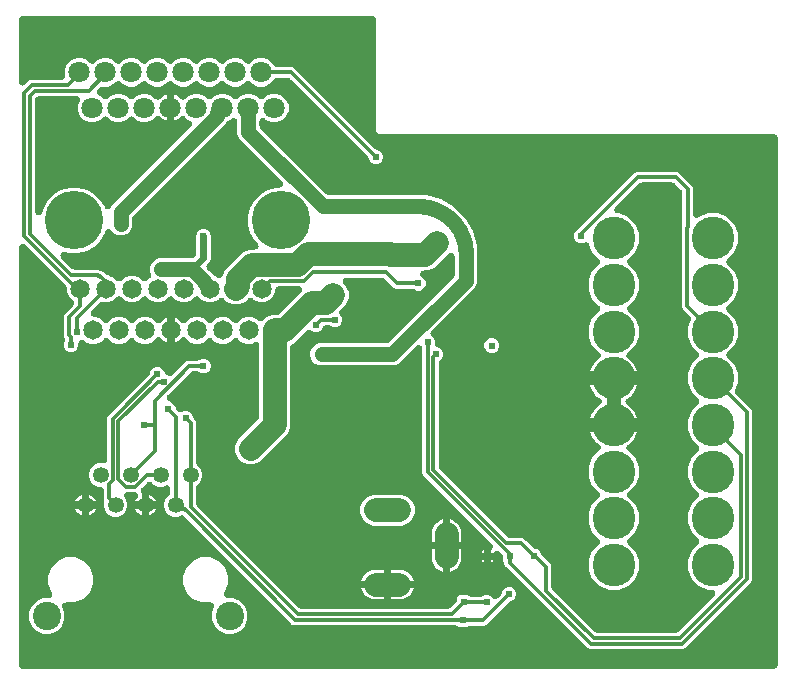
<source format=gbr>
G04 EAGLE Gerber RS-274X export*
G75*
%MOMM*%
%FSLAX34Y34*%
%LPD*%
%INBottom Copper*%
%IPPOS*%
%AMOC8*
5,1,8,0,0,1.08239X$1,22.5*%
G01*
%ADD10C,1.350000*%
%ADD11C,2.400000*%
%ADD12C,3.616000*%
%ADD13R,0.508000X0.508000*%
%ADD14C,1.650000*%
%ADD15C,4.950000*%
%ADD16C,1.800000*%
%ADD17C,2.000000*%
%ADD18C,0.604800*%
%ADD19C,1.270000*%
%ADD20C,0.904800*%
%ADD21C,0.600000*%
%ADD22C,0.300000*%

G36*
X643284Y3818D02*
X643284Y3818D01*
X643378Y3817D01*
X643528Y3838D01*
X643678Y3851D01*
X643769Y3874D01*
X643863Y3887D01*
X644006Y3933D01*
X644153Y3969D01*
X644239Y4007D01*
X644329Y4035D01*
X644464Y4104D01*
X644602Y4164D01*
X644681Y4215D01*
X644765Y4258D01*
X644887Y4347D01*
X645013Y4429D01*
X645083Y4492D01*
X645159Y4548D01*
X645265Y4656D01*
X645376Y4757D01*
X645435Y4831D01*
X645501Y4898D01*
X645587Y5022D01*
X645681Y5140D01*
X645727Y5222D01*
X645781Y5300D01*
X645846Y5436D01*
X645920Y5567D01*
X645952Y5656D01*
X645992Y5741D01*
X646034Y5886D01*
X646085Y6028D01*
X646103Y6121D01*
X646129Y6211D01*
X646140Y6326D01*
X646174Y6509D01*
X646178Y6695D01*
X646189Y6810D01*
X646189Y453190D01*
X646182Y453284D01*
X646183Y453378D01*
X646162Y453528D01*
X646149Y453678D01*
X646126Y453769D01*
X646113Y453863D01*
X646067Y454006D01*
X646031Y454153D01*
X645993Y454239D01*
X645965Y454329D01*
X645896Y454464D01*
X645836Y454602D01*
X645785Y454681D01*
X645742Y454765D01*
X645653Y454887D01*
X645571Y455013D01*
X645508Y455083D01*
X645452Y455159D01*
X645344Y455265D01*
X645243Y455376D01*
X645169Y455435D01*
X645102Y455501D01*
X644978Y455587D01*
X644860Y455681D01*
X644778Y455727D01*
X644700Y455781D01*
X644564Y455846D01*
X644433Y455920D01*
X644344Y455952D01*
X644259Y455992D01*
X644114Y456034D01*
X643972Y456085D01*
X643879Y456103D01*
X643789Y456129D01*
X643674Y456140D01*
X643491Y456174D01*
X643305Y456178D01*
X643190Y456189D01*
X309242Y456189D01*
X307841Y456769D01*
X306769Y457841D01*
X306189Y459242D01*
X306189Y553190D01*
X306182Y553284D01*
X306183Y553378D01*
X306162Y553528D01*
X306149Y553678D01*
X306126Y553769D01*
X306113Y553863D01*
X306067Y554006D01*
X306031Y554153D01*
X305993Y554239D01*
X305965Y554329D01*
X305896Y554464D01*
X305836Y554602D01*
X305785Y554681D01*
X305742Y554765D01*
X305653Y554887D01*
X305571Y555013D01*
X305508Y555083D01*
X305452Y555159D01*
X305344Y555265D01*
X305243Y555376D01*
X305169Y555435D01*
X305102Y555501D01*
X304978Y555587D01*
X304860Y555681D01*
X304778Y555727D01*
X304700Y555781D01*
X304564Y555846D01*
X304433Y555920D01*
X304344Y555952D01*
X304259Y555992D01*
X304114Y556034D01*
X303972Y556085D01*
X303879Y556103D01*
X303789Y556129D01*
X303674Y556140D01*
X303491Y556174D01*
X303305Y556178D01*
X303190Y556189D01*
X6810Y556189D01*
X6716Y556182D01*
X6622Y556183D01*
X6472Y556162D01*
X6322Y556149D01*
X6231Y556126D01*
X6137Y556113D01*
X5994Y556067D01*
X5847Y556031D01*
X5761Y555993D01*
X5671Y555965D01*
X5536Y555896D01*
X5398Y555836D01*
X5319Y555785D01*
X5235Y555742D01*
X5113Y555653D01*
X4987Y555571D01*
X4917Y555508D01*
X4841Y555452D01*
X4735Y555344D01*
X4624Y555243D01*
X4565Y555169D01*
X4499Y555102D01*
X4413Y554978D01*
X4319Y554860D01*
X4273Y554778D01*
X4219Y554700D01*
X4154Y554564D01*
X4080Y554433D01*
X4048Y554344D01*
X4008Y554259D01*
X3966Y554114D01*
X3915Y553972D01*
X3897Y553879D01*
X3871Y553789D01*
X3860Y553674D01*
X3826Y553491D01*
X3822Y553305D01*
X3811Y553190D01*
X3811Y500484D01*
X3815Y500437D01*
X3812Y500390D01*
X3835Y500193D01*
X3851Y499997D01*
X3862Y499951D01*
X3867Y499904D01*
X3921Y499713D01*
X3969Y499522D01*
X3988Y499479D01*
X4001Y499433D01*
X4085Y499254D01*
X4164Y499073D01*
X4189Y499033D01*
X4209Y498990D01*
X4322Y498827D01*
X4429Y498661D01*
X4460Y498626D01*
X4487Y498587D01*
X4624Y498445D01*
X4757Y498298D01*
X4794Y498269D01*
X4827Y498235D01*
X4985Y498117D01*
X5140Y497993D01*
X5181Y497970D01*
X5219Y497942D01*
X5394Y497851D01*
X5567Y497755D01*
X5612Y497739D01*
X5654Y497717D01*
X5842Y497656D01*
X6028Y497589D01*
X6074Y497580D01*
X6119Y497566D01*
X6314Y497536D01*
X6509Y497500D01*
X6556Y497499D01*
X6603Y497492D01*
X6801Y497495D01*
X6998Y497491D01*
X7045Y497498D01*
X7092Y497498D01*
X7287Y497533D01*
X7483Y497562D01*
X7528Y497576D01*
X7574Y497584D01*
X7761Y497650D01*
X7949Y497710D01*
X7991Y497731D01*
X8036Y497747D01*
X8209Y497842D01*
X8385Y497932D01*
X8423Y497960D01*
X8465Y497983D01*
X8560Y498061D01*
X8779Y498222D01*
X8864Y498309D01*
X8931Y498364D01*
X12423Y501856D01*
X14095Y502549D01*
X40018Y502549D01*
X40210Y502564D01*
X40403Y502574D01*
X40454Y502584D01*
X40506Y502589D01*
X40693Y502636D01*
X40882Y502676D01*
X40930Y502695D01*
X40980Y502707D01*
X41158Y502784D01*
X41338Y502855D01*
X41382Y502881D01*
X41430Y502902D01*
X41592Y503006D01*
X41758Y503105D01*
X41798Y503139D01*
X41841Y503167D01*
X41984Y503296D01*
X42132Y503421D01*
X42166Y503460D01*
X42204Y503495D01*
X42324Y503646D01*
X42450Y503793D01*
X42477Y503837D01*
X42509Y503878D01*
X42603Y504047D01*
X42703Y504212D01*
X42722Y504260D01*
X42747Y504305D01*
X42813Y504487D01*
X42885Y504666D01*
X42896Y504717D01*
X42913Y504766D01*
X42948Y504956D01*
X42990Y505144D01*
X42993Y505196D01*
X43002Y505247D01*
X43006Y505440D01*
X43016Y505633D01*
X43010Y505685D01*
X43011Y505736D01*
X42983Y505928D01*
X42962Y506120D01*
X42951Y506155D01*
X42951Y511097D01*
X44786Y515525D01*
X48175Y518914D01*
X52603Y520749D01*
X57397Y520749D01*
X61825Y518914D01*
X63879Y516860D01*
X63951Y516799D01*
X64017Y516731D01*
X64137Y516641D01*
X64252Y516544D01*
X64333Y516495D01*
X64409Y516439D01*
X64543Y516369D01*
X64672Y516292D01*
X64760Y516257D01*
X64844Y516214D01*
X64987Y516167D01*
X65127Y516112D01*
X65219Y516092D01*
X65309Y516062D01*
X65458Y516040D01*
X65605Y516008D01*
X65700Y516003D01*
X65793Y515989D01*
X65944Y515991D01*
X66094Y515983D01*
X66188Y515994D01*
X66282Y515995D01*
X66431Y516022D01*
X66581Y516039D01*
X66671Y516064D01*
X66764Y516081D01*
X66906Y516131D01*
X67051Y516172D01*
X67137Y516212D01*
X67226Y516244D01*
X67358Y516316D01*
X67494Y516381D01*
X67572Y516434D01*
X67655Y516480D01*
X67744Y516553D01*
X67897Y516658D01*
X68031Y516787D01*
X68121Y516860D01*
X70175Y518914D01*
X74603Y520749D01*
X79397Y520749D01*
X83825Y518914D01*
X85879Y516860D01*
X85951Y516799D01*
X86017Y516731D01*
X86137Y516641D01*
X86252Y516544D01*
X86333Y516495D01*
X86409Y516439D01*
X86543Y516369D01*
X86672Y516292D01*
X86760Y516257D01*
X86844Y516214D01*
X86987Y516167D01*
X87127Y516112D01*
X87219Y516092D01*
X87309Y516062D01*
X87458Y516040D01*
X87605Y516008D01*
X87700Y516003D01*
X87793Y515989D01*
X87944Y515991D01*
X88094Y515983D01*
X88188Y515994D01*
X88282Y515995D01*
X88431Y516022D01*
X88581Y516039D01*
X88671Y516064D01*
X88764Y516081D01*
X88906Y516131D01*
X89051Y516172D01*
X89137Y516212D01*
X89226Y516244D01*
X89358Y516316D01*
X89494Y516381D01*
X89572Y516434D01*
X89655Y516480D01*
X89744Y516553D01*
X89897Y516658D01*
X90031Y516787D01*
X90121Y516860D01*
X92175Y518914D01*
X96603Y520749D01*
X101397Y520749D01*
X105825Y518914D01*
X107879Y516860D01*
X107951Y516799D01*
X108017Y516731D01*
X108137Y516641D01*
X108252Y516544D01*
X108333Y516495D01*
X108409Y516439D01*
X108543Y516369D01*
X108672Y516292D01*
X108760Y516257D01*
X108844Y516214D01*
X108987Y516167D01*
X109127Y516112D01*
X109219Y516092D01*
X109309Y516062D01*
X109458Y516040D01*
X109605Y516008D01*
X109700Y516003D01*
X109793Y515989D01*
X109944Y515991D01*
X110094Y515983D01*
X110188Y515994D01*
X110282Y515995D01*
X110431Y516022D01*
X110581Y516039D01*
X110671Y516064D01*
X110764Y516081D01*
X110906Y516131D01*
X111051Y516172D01*
X111137Y516212D01*
X111226Y516244D01*
X111358Y516316D01*
X111494Y516381D01*
X111572Y516434D01*
X111655Y516480D01*
X111744Y516553D01*
X111897Y516658D01*
X112031Y516787D01*
X112121Y516860D01*
X114175Y518914D01*
X118603Y520749D01*
X123397Y520749D01*
X127825Y518914D01*
X129879Y516860D01*
X129951Y516799D01*
X130017Y516731D01*
X130137Y516641D01*
X130252Y516544D01*
X130333Y516495D01*
X130409Y516439D01*
X130543Y516369D01*
X130672Y516292D01*
X130760Y516257D01*
X130844Y516214D01*
X130987Y516167D01*
X131127Y516112D01*
X131219Y516092D01*
X131309Y516062D01*
X131458Y516040D01*
X131605Y516008D01*
X131700Y516003D01*
X131793Y515989D01*
X131944Y515991D01*
X132094Y515983D01*
X132188Y515994D01*
X132282Y515995D01*
X132431Y516022D01*
X132581Y516039D01*
X132671Y516064D01*
X132764Y516081D01*
X132906Y516131D01*
X133051Y516172D01*
X133137Y516212D01*
X133226Y516244D01*
X133358Y516316D01*
X133494Y516381D01*
X133572Y516434D01*
X133655Y516480D01*
X133744Y516553D01*
X133897Y516658D01*
X134031Y516787D01*
X134121Y516860D01*
X136175Y518914D01*
X140603Y520749D01*
X145397Y520749D01*
X149825Y518914D01*
X151879Y516860D01*
X151951Y516799D01*
X152017Y516731D01*
X152137Y516641D01*
X152252Y516544D01*
X152333Y516495D01*
X152409Y516439D01*
X152543Y516369D01*
X152672Y516292D01*
X152760Y516257D01*
X152844Y516214D01*
X152987Y516167D01*
X153127Y516112D01*
X153219Y516092D01*
X153309Y516062D01*
X153458Y516040D01*
X153605Y516008D01*
X153700Y516003D01*
X153793Y515989D01*
X153944Y515991D01*
X154094Y515983D01*
X154188Y515994D01*
X154282Y515995D01*
X154431Y516022D01*
X154581Y516039D01*
X154671Y516064D01*
X154764Y516081D01*
X154906Y516131D01*
X155051Y516172D01*
X155137Y516212D01*
X155226Y516244D01*
X155358Y516316D01*
X155494Y516381D01*
X155572Y516434D01*
X155655Y516480D01*
X155744Y516553D01*
X155897Y516658D01*
X156031Y516787D01*
X156121Y516860D01*
X158175Y518914D01*
X162603Y520749D01*
X167397Y520749D01*
X171825Y518914D01*
X173879Y516860D01*
X173951Y516799D01*
X174017Y516731D01*
X174137Y516641D01*
X174252Y516544D01*
X174333Y516495D01*
X174409Y516439D01*
X174543Y516369D01*
X174672Y516292D01*
X174760Y516257D01*
X174844Y516214D01*
X174987Y516167D01*
X175127Y516112D01*
X175219Y516092D01*
X175309Y516062D01*
X175458Y516040D01*
X175605Y516008D01*
X175700Y516003D01*
X175793Y515989D01*
X175944Y515991D01*
X176094Y515983D01*
X176188Y515994D01*
X176282Y515995D01*
X176431Y516022D01*
X176581Y516039D01*
X176671Y516064D01*
X176764Y516081D01*
X176906Y516131D01*
X177051Y516172D01*
X177137Y516212D01*
X177226Y516244D01*
X177358Y516316D01*
X177494Y516381D01*
X177572Y516434D01*
X177655Y516480D01*
X177744Y516553D01*
X177897Y516658D01*
X178031Y516787D01*
X178121Y516860D01*
X180175Y518914D01*
X184603Y520749D01*
X189397Y520749D01*
X193825Y518914D01*
X195879Y516860D01*
X195951Y516799D01*
X196017Y516731D01*
X196137Y516641D01*
X196252Y516544D01*
X196333Y516495D01*
X196409Y516439D01*
X196543Y516369D01*
X196672Y516292D01*
X196760Y516257D01*
X196844Y516214D01*
X196987Y516167D01*
X197127Y516112D01*
X197219Y516092D01*
X197309Y516062D01*
X197458Y516040D01*
X197605Y516008D01*
X197700Y516003D01*
X197793Y515989D01*
X197944Y515991D01*
X198094Y515983D01*
X198188Y515994D01*
X198282Y515995D01*
X198431Y516022D01*
X198581Y516039D01*
X198671Y516064D01*
X198764Y516081D01*
X198906Y516131D01*
X199051Y516172D01*
X199137Y516212D01*
X199226Y516244D01*
X199358Y516316D01*
X199494Y516381D01*
X199572Y516434D01*
X199655Y516480D01*
X199744Y516553D01*
X199897Y516658D01*
X200031Y516787D01*
X200121Y516860D01*
X202175Y518914D01*
X206603Y520749D01*
X211397Y520749D01*
X215825Y518914D01*
X219214Y515525D01*
X219390Y515100D01*
X219497Y514892D01*
X219609Y514673D01*
X219612Y514669D01*
X219614Y514665D01*
X219755Y514475D01*
X219899Y514279D01*
X219903Y514275D01*
X219905Y514272D01*
X220080Y514102D01*
X220250Y513937D01*
X220253Y513934D01*
X220257Y513931D01*
X220456Y513793D01*
X220651Y513657D01*
X220655Y513655D01*
X220659Y513652D01*
X220873Y513551D01*
X221093Y513446D01*
X221097Y513444D01*
X221101Y513442D01*
X221333Y513376D01*
X221563Y513309D01*
X221567Y513309D01*
X221572Y513307D01*
X222058Y513251D01*
X222116Y513253D01*
X222161Y513249D01*
X235205Y513249D01*
X236877Y512556D01*
X305482Y443951D01*
X305589Y443860D01*
X305691Y443761D01*
X305776Y443701D01*
X305855Y443635D01*
X305976Y443562D01*
X306092Y443481D01*
X306186Y443436D01*
X306275Y443383D01*
X306406Y443331D01*
X306534Y443270D01*
X306633Y443241D01*
X306730Y443203D01*
X306868Y443173D01*
X307004Y443133D01*
X307081Y443125D01*
X309440Y442148D01*
X311148Y440440D01*
X312073Y438208D01*
X312073Y435792D01*
X311148Y433560D01*
X309440Y431852D01*
X307208Y430927D01*
X304792Y430927D01*
X302560Y431852D01*
X300852Y433560D01*
X299885Y435893D01*
X299853Y436022D01*
X299828Y436162D01*
X299794Y436259D01*
X299769Y436360D01*
X299712Y436490D01*
X299665Y436623D01*
X299615Y436714D01*
X299574Y436809D01*
X299498Y436928D01*
X299430Y437052D01*
X299375Y437119D01*
X299309Y437221D01*
X299127Y437422D01*
X299049Y437518D01*
X233294Y503273D01*
X233187Y503364D01*
X233085Y503463D01*
X233000Y503523D01*
X232921Y503589D01*
X232800Y503662D01*
X232684Y503743D01*
X232590Y503788D01*
X232501Y503841D01*
X232370Y503893D01*
X232242Y503954D01*
X232143Y503983D01*
X232046Y504021D01*
X231908Y504051D01*
X231772Y504091D01*
X231686Y504100D01*
X231568Y504125D01*
X231296Y504139D01*
X231174Y504151D01*
X222161Y504151D01*
X221924Y504132D01*
X221683Y504113D01*
X221678Y504112D01*
X221674Y504111D01*
X221439Y504053D01*
X221208Y503996D01*
X221203Y503994D01*
X221199Y503993D01*
X220980Y503898D01*
X220758Y503803D01*
X220754Y503800D01*
X220750Y503798D01*
X220554Y503672D01*
X220345Y503539D01*
X220342Y503536D01*
X220338Y503533D01*
X220167Y503379D01*
X219981Y503212D01*
X219978Y503208D01*
X219975Y503205D01*
X219826Y503018D01*
X219675Y502830D01*
X219673Y502826D01*
X219670Y502822D01*
X219432Y502395D01*
X219412Y502340D01*
X219390Y502300D01*
X219214Y501875D01*
X215825Y498486D01*
X211397Y496651D01*
X206603Y496651D01*
X202175Y498486D01*
X200121Y500540D01*
X200049Y500601D01*
X199983Y500669D01*
X199862Y500759D01*
X199748Y500856D01*
X199667Y500905D01*
X199591Y500961D01*
X199457Y501031D01*
X199328Y501108D01*
X199240Y501143D01*
X199156Y501186D01*
X199013Y501233D01*
X198873Y501288D01*
X198781Y501308D01*
X198691Y501338D01*
X198542Y501360D01*
X198395Y501392D01*
X198300Y501397D01*
X198207Y501411D01*
X198056Y501409D01*
X197906Y501417D01*
X197812Y501406D01*
X197718Y501405D01*
X197569Y501378D01*
X197419Y501361D01*
X197329Y501336D01*
X197236Y501319D01*
X197094Y501269D01*
X196949Y501228D01*
X196863Y501188D01*
X196774Y501156D01*
X196642Y501084D01*
X196506Y501019D01*
X196428Y500966D01*
X196345Y500920D01*
X196255Y500847D01*
X196103Y500742D01*
X195969Y500613D01*
X195879Y500540D01*
X193825Y498486D01*
X189397Y496651D01*
X184603Y496651D01*
X180175Y498486D01*
X178121Y500540D01*
X178049Y500601D01*
X177983Y500669D01*
X177862Y500759D01*
X177748Y500856D01*
X177667Y500905D01*
X177591Y500961D01*
X177457Y501031D01*
X177328Y501108D01*
X177240Y501143D01*
X177156Y501186D01*
X177013Y501233D01*
X176873Y501288D01*
X176781Y501308D01*
X176691Y501338D01*
X176542Y501360D01*
X176395Y501392D01*
X176300Y501397D01*
X176207Y501411D01*
X176056Y501409D01*
X175906Y501417D01*
X175812Y501406D01*
X175718Y501405D01*
X175569Y501378D01*
X175419Y501361D01*
X175329Y501336D01*
X175236Y501319D01*
X175094Y501269D01*
X174949Y501228D01*
X174863Y501188D01*
X174774Y501156D01*
X174642Y501084D01*
X174506Y501019D01*
X174428Y500966D01*
X174345Y500920D01*
X174255Y500847D01*
X174103Y500742D01*
X173969Y500613D01*
X173879Y500540D01*
X171825Y498486D01*
X167397Y496651D01*
X162603Y496651D01*
X158175Y498486D01*
X156121Y500540D01*
X156049Y500601D01*
X155983Y500669D01*
X155862Y500759D01*
X155748Y500856D01*
X155667Y500905D01*
X155591Y500961D01*
X155457Y501031D01*
X155328Y501108D01*
X155240Y501143D01*
X155156Y501186D01*
X155013Y501233D01*
X154873Y501288D01*
X154781Y501308D01*
X154691Y501338D01*
X154542Y501360D01*
X154395Y501392D01*
X154300Y501397D01*
X154207Y501411D01*
X154056Y501409D01*
X153906Y501417D01*
X153812Y501406D01*
X153718Y501405D01*
X153569Y501378D01*
X153419Y501361D01*
X153329Y501336D01*
X153236Y501319D01*
X153094Y501269D01*
X152949Y501228D01*
X152863Y501188D01*
X152774Y501156D01*
X152642Y501084D01*
X152506Y501019D01*
X152428Y500966D01*
X152345Y500920D01*
X152255Y500847D01*
X152103Y500742D01*
X151969Y500613D01*
X151879Y500540D01*
X149825Y498486D01*
X145397Y496651D01*
X140603Y496651D01*
X136175Y498486D01*
X134121Y500540D01*
X134049Y500601D01*
X133983Y500669D01*
X133862Y500759D01*
X133748Y500856D01*
X133667Y500905D01*
X133591Y500961D01*
X133457Y501031D01*
X133328Y501108D01*
X133240Y501143D01*
X133156Y501186D01*
X133013Y501233D01*
X132873Y501288D01*
X132781Y501308D01*
X132691Y501338D01*
X132542Y501360D01*
X132395Y501392D01*
X132300Y501397D01*
X132207Y501411D01*
X132056Y501409D01*
X131906Y501417D01*
X131812Y501406D01*
X131718Y501405D01*
X131569Y501378D01*
X131419Y501361D01*
X131329Y501336D01*
X131236Y501319D01*
X131094Y501269D01*
X130949Y501228D01*
X130863Y501188D01*
X130774Y501156D01*
X130642Y501084D01*
X130506Y501019D01*
X130428Y500966D01*
X130345Y500920D01*
X130255Y500847D01*
X130103Y500742D01*
X129969Y500613D01*
X129879Y500540D01*
X127825Y498486D01*
X123397Y496651D01*
X118603Y496651D01*
X114175Y498486D01*
X112121Y500540D01*
X112049Y500601D01*
X111983Y500669D01*
X111862Y500759D01*
X111748Y500856D01*
X111667Y500905D01*
X111591Y500961D01*
X111457Y501031D01*
X111328Y501108D01*
X111240Y501143D01*
X111156Y501186D01*
X111013Y501233D01*
X110873Y501288D01*
X110781Y501308D01*
X110691Y501338D01*
X110542Y501360D01*
X110395Y501392D01*
X110300Y501397D01*
X110207Y501411D01*
X110056Y501409D01*
X109906Y501417D01*
X109812Y501406D01*
X109718Y501405D01*
X109569Y501378D01*
X109419Y501361D01*
X109329Y501336D01*
X109236Y501319D01*
X109094Y501269D01*
X108949Y501228D01*
X108863Y501188D01*
X108774Y501156D01*
X108642Y501084D01*
X108506Y501019D01*
X108428Y500966D01*
X108345Y500920D01*
X108255Y500847D01*
X108103Y500742D01*
X107969Y500613D01*
X107879Y500540D01*
X105825Y498486D01*
X101397Y496651D01*
X96603Y496651D01*
X92175Y498486D01*
X90121Y500540D01*
X90049Y500601D01*
X89983Y500669D01*
X89862Y500759D01*
X89748Y500856D01*
X89667Y500905D01*
X89591Y500961D01*
X89457Y501031D01*
X89328Y501108D01*
X89240Y501143D01*
X89156Y501186D01*
X89013Y501233D01*
X88873Y501288D01*
X88781Y501308D01*
X88691Y501338D01*
X88542Y501360D01*
X88395Y501392D01*
X88300Y501397D01*
X88207Y501411D01*
X88056Y501409D01*
X87906Y501417D01*
X87812Y501406D01*
X87718Y501405D01*
X87569Y501378D01*
X87419Y501361D01*
X87329Y501336D01*
X87236Y501319D01*
X87094Y501269D01*
X86949Y501228D01*
X86863Y501188D01*
X86774Y501156D01*
X86642Y501084D01*
X86506Y501019D01*
X86428Y500966D01*
X86345Y500920D01*
X86255Y500847D01*
X86103Y500742D01*
X85969Y500613D01*
X85879Y500540D01*
X83825Y498486D01*
X79397Y496651D01*
X74026Y496651D01*
X73886Y496640D01*
X73744Y496638D01*
X73642Y496620D01*
X73539Y496611D01*
X73401Y496577D01*
X73262Y496552D01*
X73165Y496518D01*
X73064Y496493D01*
X72934Y496436D01*
X72801Y496389D01*
X72710Y496339D01*
X72615Y496298D01*
X72496Y496222D01*
X72372Y496154D01*
X72305Y496099D01*
X72203Y496033D01*
X72002Y495851D01*
X71906Y495773D01*
X70499Y494366D01*
X70374Y494219D01*
X70244Y494076D01*
X70216Y494033D01*
X70183Y493993D01*
X70083Y493828D01*
X69978Y493666D01*
X69958Y493618D01*
X69931Y493574D01*
X69860Y493394D01*
X69783Y493217D01*
X69770Y493167D01*
X69751Y493119D01*
X69710Y492930D01*
X69662Y492743D01*
X69658Y492691D01*
X69647Y492640D01*
X69637Y492447D01*
X69621Y492255D01*
X69625Y492203D01*
X69622Y492151D01*
X69644Y491959D01*
X69659Y491767D01*
X69672Y491717D01*
X69678Y491665D01*
X69730Y491479D01*
X69777Y491292D01*
X69797Y491244D01*
X69811Y491194D01*
X69893Y491020D01*
X69970Y490842D01*
X69997Y490798D01*
X70020Y490751D01*
X70129Y490593D01*
X70233Y490430D01*
X70268Y490391D01*
X70297Y490348D01*
X70431Y490210D01*
X70560Y490066D01*
X70601Y490033D01*
X70637Y489996D01*
X70791Y489880D01*
X70942Y489760D01*
X70982Y489738D01*
X71029Y489703D01*
X71464Y489478D01*
X71469Y489477D01*
X71472Y489475D01*
X72825Y488914D01*
X74879Y486860D01*
X74951Y486799D01*
X75017Y486731D01*
X75137Y486641D01*
X75252Y486544D01*
X75333Y486495D01*
X75409Y486439D01*
X75543Y486369D01*
X75672Y486292D01*
X75760Y486257D01*
X75844Y486214D01*
X75987Y486167D01*
X76127Y486112D01*
X76219Y486092D01*
X76309Y486062D01*
X76458Y486040D01*
X76605Y486008D01*
X76700Y486003D01*
X76793Y485989D01*
X76944Y485991D01*
X77094Y485983D01*
X77188Y485994D01*
X77282Y485995D01*
X77431Y486022D01*
X77581Y486039D01*
X77671Y486064D01*
X77764Y486081D01*
X77906Y486131D01*
X78051Y486172D01*
X78137Y486212D01*
X78226Y486244D01*
X78358Y486316D01*
X78494Y486381D01*
X78572Y486434D01*
X78655Y486480D01*
X78744Y486553D01*
X78897Y486658D01*
X79031Y486787D01*
X79121Y486860D01*
X81175Y488914D01*
X85603Y490749D01*
X90397Y490749D01*
X94825Y488914D01*
X96879Y486860D01*
X96951Y486799D01*
X97017Y486731D01*
X97137Y486641D01*
X97252Y486544D01*
X97333Y486495D01*
X97409Y486439D01*
X97543Y486369D01*
X97672Y486292D01*
X97760Y486257D01*
X97844Y486214D01*
X97987Y486167D01*
X98127Y486112D01*
X98219Y486092D01*
X98309Y486062D01*
X98458Y486040D01*
X98605Y486008D01*
X98700Y486003D01*
X98793Y485989D01*
X98944Y485991D01*
X99094Y485983D01*
X99188Y485994D01*
X99282Y485995D01*
X99431Y486022D01*
X99581Y486039D01*
X99671Y486064D01*
X99764Y486081D01*
X99906Y486131D01*
X100051Y486172D01*
X100137Y486212D01*
X100226Y486244D01*
X100358Y486316D01*
X100494Y486381D01*
X100572Y486434D01*
X100655Y486480D01*
X100744Y486553D01*
X100897Y486658D01*
X101031Y486787D01*
X101121Y486860D01*
X103175Y488914D01*
X107603Y490749D01*
X112397Y490749D01*
X116825Y488914D01*
X119238Y486501D01*
X119311Y486440D01*
X119376Y486372D01*
X119496Y486282D01*
X119612Y486184D01*
X119693Y486136D01*
X119768Y486079D01*
X119902Y486010D01*
X120031Y485933D01*
X120119Y485898D01*
X120203Y485855D01*
X120346Y485808D01*
X120486Y485752D01*
X120578Y485732D01*
X120668Y485703D01*
X120817Y485681D01*
X120965Y485649D01*
X121059Y485644D01*
X121152Y485630D01*
X121303Y485632D01*
X121453Y485624D01*
X121547Y485635D01*
X121642Y485636D01*
X121790Y485662D01*
X121940Y485679D01*
X122031Y485705D01*
X122123Y485722D01*
X122265Y485772D01*
X122411Y485813D01*
X122496Y485853D01*
X122585Y485885D01*
X122717Y485957D01*
X122853Y486021D01*
X122931Y486075D01*
X123014Y486120D01*
X123104Y486194D01*
X123256Y486299D01*
X123390Y486428D01*
X123480Y486501D01*
X124482Y487503D01*
X125951Y488571D01*
X127570Y489395D01*
X129001Y489860D01*
X129001Y478700D01*
X129001Y467540D01*
X127570Y468005D01*
X125951Y468829D01*
X124482Y469897D01*
X123480Y470899D01*
X123408Y470960D01*
X123343Y471028D01*
X123222Y471118D01*
X123107Y471216D01*
X123026Y471264D01*
X122950Y471321D01*
X122816Y471390D01*
X122687Y471467D01*
X122599Y471502D01*
X122516Y471546D01*
X122372Y471592D01*
X122232Y471648D01*
X122140Y471668D01*
X122050Y471697D01*
X121901Y471719D01*
X121754Y471751D01*
X121659Y471756D01*
X121566Y471770D01*
X121416Y471768D01*
X121265Y471776D01*
X121171Y471765D01*
X121077Y471764D01*
X120928Y471738D01*
X120779Y471721D01*
X120688Y471695D01*
X120595Y471678D01*
X120453Y471628D01*
X120308Y471587D01*
X120222Y471547D01*
X120133Y471515D01*
X120001Y471443D01*
X119865Y471379D01*
X119787Y471325D01*
X119705Y471280D01*
X119614Y471206D01*
X119462Y471101D01*
X119328Y470973D01*
X119238Y470899D01*
X116825Y468486D01*
X112397Y466651D01*
X107603Y466651D01*
X103175Y468486D01*
X101121Y470540D01*
X101049Y470601D01*
X100983Y470669D01*
X100862Y470759D01*
X100748Y470856D01*
X100667Y470905D01*
X100591Y470961D01*
X100457Y471031D01*
X100328Y471108D01*
X100240Y471143D01*
X100156Y471186D01*
X100013Y471233D01*
X99873Y471288D01*
X99781Y471308D01*
X99691Y471338D01*
X99542Y471360D01*
X99395Y471392D01*
X99300Y471397D01*
X99207Y471411D01*
X99056Y471409D01*
X98906Y471417D01*
X98812Y471406D01*
X98718Y471405D01*
X98569Y471378D01*
X98419Y471361D01*
X98329Y471336D01*
X98236Y471319D01*
X98094Y471269D01*
X97949Y471228D01*
X97863Y471188D01*
X97774Y471156D01*
X97642Y471084D01*
X97506Y471019D01*
X97428Y470966D01*
X97345Y470920D01*
X97255Y470847D01*
X97103Y470742D01*
X96969Y470613D01*
X96879Y470540D01*
X94825Y468486D01*
X90397Y466651D01*
X85603Y466651D01*
X81175Y468486D01*
X79121Y470540D01*
X79049Y470601D01*
X78983Y470669D01*
X78862Y470759D01*
X78748Y470856D01*
X78667Y470905D01*
X78591Y470961D01*
X78457Y471031D01*
X78328Y471108D01*
X78240Y471143D01*
X78156Y471186D01*
X78013Y471233D01*
X77873Y471288D01*
X77781Y471308D01*
X77691Y471338D01*
X77542Y471360D01*
X77395Y471392D01*
X77300Y471397D01*
X77207Y471411D01*
X77056Y471409D01*
X76906Y471417D01*
X76812Y471406D01*
X76718Y471405D01*
X76569Y471378D01*
X76419Y471361D01*
X76329Y471336D01*
X76236Y471319D01*
X76094Y471269D01*
X75949Y471228D01*
X75863Y471188D01*
X75774Y471156D01*
X75642Y471084D01*
X75506Y471019D01*
X75428Y470966D01*
X75345Y470920D01*
X75255Y470847D01*
X75103Y470742D01*
X74969Y470613D01*
X74879Y470540D01*
X72825Y468486D01*
X68397Y466651D01*
X63603Y466651D01*
X59175Y468486D01*
X55786Y471875D01*
X53951Y476303D01*
X53951Y481097D01*
X55280Y484304D01*
X55339Y484488D01*
X55404Y484670D01*
X55414Y484721D01*
X55430Y484770D01*
X55458Y484961D01*
X55493Y485151D01*
X55494Y485203D01*
X55502Y485254D01*
X55499Y485447D01*
X55502Y485640D01*
X55495Y485692D01*
X55494Y485744D01*
X55460Y485933D01*
X55432Y486125D01*
X55416Y486174D01*
X55407Y486225D01*
X55342Y486407D01*
X55283Y486591D01*
X55260Y486637D01*
X55242Y486686D01*
X55149Y486855D01*
X55061Y487027D01*
X55030Y487069D01*
X55005Y487114D01*
X54886Y487265D01*
X54771Y487421D01*
X54734Y487458D01*
X54702Y487498D01*
X54559Y487628D01*
X54421Y487763D01*
X54378Y487793D01*
X54340Y487828D01*
X54178Y487932D01*
X54019Y488043D01*
X53972Y488066D01*
X53929Y488094D01*
X53753Y488171D01*
X53578Y488254D01*
X53528Y488269D01*
X53480Y488290D01*
X53293Y488337D01*
X53108Y488391D01*
X53063Y488395D01*
X53006Y488410D01*
X52518Y488451D01*
X52513Y488451D01*
X52509Y488451D01*
X20548Y488451D01*
X20454Y488444D01*
X20360Y488445D01*
X20210Y488424D01*
X20060Y488411D01*
X19969Y488388D01*
X19875Y488375D01*
X19732Y488329D01*
X19585Y488293D01*
X19499Y488255D01*
X19409Y488227D01*
X19274Y488158D01*
X19136Y488098D01*
X19057Y488047D01*
X18973Y488004D01*
X18851Y487915D01*
X18725Y487833D01*
X18655Y487770D01*
X18579Y487714D01*
X18473Y487606D01*
X18362Y487505D01*
X18303Y487431D01*
X18237Y487364D01*
X18151Y487240D01*
X18057Y487122D01*
X18011Y487040D01*
X17957Y486962D01*
X17892Y486826D01*
X17818Y486695D01*
X17786Y486606D01*
X17746Y486521D01*
X17704Y486376D01*
X17653Y486234D01*
X17635Y486141D01*
X17609Y486051D01*
X17598Y485936D01*
X17564Y485753D01*
X17560Y485567D01*
X17549Y485452D01*
X17549Y390612D01*
X17555Y390537D01*
X17555Y390526D01*
X17557Y390512D01*
X17555Y390417D01*
X17577Y390271D01*
X17589Y390124D01*
X17612Y390029D01*
X17627Y389933D01*
X17672Y389792D01*
X17707Y389649D01*
X17746Y389560D01*
X17776Y389467D01*
X17843Y389335D01*
X17902Y389200D01*
X17955Y389118D01*
X17999Y389031D01*
X18087Y388912D01*
X18167Y388788D01*
X18232Y388716D01*
X18290Y388638D01*
X18396Y388535D01*
X18495Y388425D01*
X18571Y388365D01*
X18641Y388297D01*
X18762Y388212D01*
X18878Y388121D01*
X18963Y388073D01*
X19043Y388017D01*
X19176Y387954D01*
X19305Y387882D01*
X19397Y387849D01*
X19485Y387807D01*
X19627Y387766D01*
X19766Y387716D01*
X19862Y387699D01*
X19955Y387672D01*
X20102Y387654D01*
X20247Y387628D01*
X20345Y387626D01*
X20441Y387614D01*
X20589Y387621D01*
X20736Y387618D01*
X20833Y387632D01*
X20930Y387637D01*
X21074Y387668D01*
X21221Y387689D01*
X21314Y387718D01*
X21409Y387739D01*
X21547Y387793D01*
X21687Y387837D01*
X21774Y387881D01*
X21865Y387917D01*
X21992Y387992D01*
X22123Y388059D01*
X22202Y388117D01*
X22285Y388167D01*
X22398Y388262D01*
X22517Y388350D01*
X22585Y388419D01*
X22660Y388482D01*
X22756Y388594D01*
X22859Y388700D01*
X22915Y388780D01*
X22978Y388854D01*
X23055Y388980D01*
X23139Y389101D01*
X23181Y389189D01*
X23232Y389273D01*
X23272Y389380D01*
X23350Y389543D01*
X23403Y389726D01*
X23445Y389835D01*
X24596Y394130D01*
X28256Y400469D01*
X33431Y405644D01*
X39770Y409304D01*
X46840Y411199D01*
X54160Y411199D01*
X61230Y409304D01*
X67569Y405644D01*
X72744Y400469D01*
X76313Y394288D01*
X76367Y394209D01*
X76414Y394125D01*
X76506Y394008D01*
X76591Y393886D01*
X76658Y393817D01*
X76718Y393742D01*
X76828Y393641D01*
X76932Y393534D01*
X77008Y393477D01*
X77080Y393412D01*
X77205Y393331D01*
X77324Y393242D01*
X77410Y393198D01*
X77490Y393146D01*
X77627Y393086D01*
X77760Y393018D01*
X77851Y392989D01*
X77939Y392950D01*
X78083Y392914D01*
X78225Y392868D01*
X78320Y392854D01*
X78413Y392830D01*
X78562Y392817D01*
X78709Y392795D01*
X78805Y392797D01*
X78901Y392789D01*
X79050Y392800D01*
X79199Y392803D01*
X79293Y392820D01*
X79389Y392827D01*
X79534Y392863D01*
X79681Y392889D01*
X79771Y392921D01*
X79864Y392944D01*
X80001Y393003D01*
X80142Y393053D01*
X80225Y393099D01*
X80314Y393137D01*
X80440Y393218D01*
X80570Y393290D01*
X80645Y393349D01*
X80726Y393401D01*
X80837Y393501D01*
X80954Y393593D01*
X81019Y393664D01*
X81090Y393728D01*
X81184Y393844D01*
X81284Y393955D01*
X81336Y394035D01*
X81396Y394110D01*
X81451Y394211D01*
X81551Y394365D01*
X81626Y394537D01*
X81681Y394640D01*
X82032Y395487D01*
X149556Y463011D01*
X149681Y463158D01*
X149811Y463301D01*
X149839Y463344D01*
X149872Y463384D01*
X149972Y463550D01*
X150077Y463712D01*
X150097Y463759D01*
X150124Y463804D01*
X150195Y463983D01*
X150272Y464160D01*
X150285Y464210D01*
X150304Y464259D01*
X150345Y464448D01*
X150393Y464635D01*
X150397Y464686D01*
X150408Y464737D01*
X150418Y464930D01*
X150434Y465122D01*
X150430Y465174D01*
X150433Y465226D01*
X150411Y465418D01*
X150396Y465610D01*
X150383Y465661D01*
X150377Y465712D01*
X150325Y465898D01*
X150278Y466085D01*
X150258Y466133D01*
X150244Y466183D01*
X150162Y466358D01*
X150085Y466535D01*
X150057Y466579D01*
X150035Y466626D01*
X149926Y466785D01*
X149822Y466948D01*
X149787Y466986D01*
X149758Y467029D01*
X149624Y467168D01*
X149495Y467312D01*
X149454Y467344D01*
X149418Y467381D01*
X149263Y467497D01*
X149113Y467618D01*
X149073Y467639D01*
X149026Y467674D01*
X148591Y467899D01*
X148586Y467900D01*
X148583Y467903D01*
X147175Y468486D01*
X144762Y470899D01*
X144690Y470960D01*
X144624Y471028D01*
X144503Y471118D01*
X144388Y471216D01*
X144308Y471264D01*
X144232Y471321D01*
X144098Y471390D01*
X143969Y471467D01*
X143881Y471502D01*
X143797Y471546D01*
X143654Y471592D01*
X143514Y471648D01*
X143421Y471668D01*
X143332Y471697D01*
X143183Y471719D01*
X143035Y471751D01*
X142941Y471756D01*
X142848Y471770D01*
X142697Y471768D01*
X142547Y471776D01*
X142453Y471765D01*
X142358Y471764D01*
X142210Y471738D01*
X142060Y471721D01*
X141970Y471695D01*
X141876Y471678D01*
X141734Y471628D01*
X141589Y471587D01*
X141504Y471547D01*
X141415Y471515D01*
X141283Y471443D01*
X141147Y471379D01*
X141069Y471325D01*
X140986Y471280D01*
X140896Y471206D01*
X140743Y471101D01*
X140610Y470972D01*
X140520Y470899D01*
X139518Y469897D01*
X138049Y468829D01*
X136430Y468005D01*
X134999Y467540D01*
X134999Y478700D01*
X134999Y489860D01*
X136430Y489395D01*
X138049Y488571D01*
X139518Y487503D01*
X140520Y486501D01*
X140592Y486440D01*
X140657Y486372D01*
X140778Y486282D01*
X140893Y486184D01*
X140974Y486136D01*
X141050Y486079D01*
X141183Y486010D01*
X141313Y485933D01*
X141401Y485898D01*
X141484Y485855D01*
X141628Y485808D01*
X141768Y485752D01*
X141860Y485732D01*
X141950Y485703D01*
X142099Y485681D01*
X142246Y485649D01*
X142341Y485644D01*
X142434Y485630D01*
X142584Y485632D01*
X142735Y485624D01*
X142829Y485635D01*
X142923Y485636D01*
X143072Y485662D01*
X143221Y485679D01*
X143312Y485705D01*
X143405Y485722D01*
X143547Y485772D01*
X143692Y485813D01*
X143777Y485853D01*
X143867Y485885D01*
X143999Y485957D01*
X144135Y486021D01*
X144213Y486075D01*
X144295Y486120D01*
X144385Y486194D01*
X144538Y486299D01*
X144672Y486428D01*
X144762Y486501D01*
X147175Y488914D01*
X151603Y490749D01*
X156397Y490749D01*
X160825Y488914D01*
X162879Y486860D01*
X162951Y486799D01*
X163017Y486731D01*
X163137Y486641D01*
X163252Y486544D01*
X163333Y486495D01*
X163409Y486439D01*
X163543Y486369D01*
X163672Y486292D01*
X163760Y486257D01*
X163844Y486214D01*
X163987Y486167D01*
X164127Y486112D01*
X164219Y486092D01*
X164309Y486062D01*
X164458Y486040D01*
X164605Y486008D01*
X164700Y486003D01*
X164793Y485989D01*
X164944Y485991D01*
X165094Y485983D01*
X165188Y485994D01*
X165282Y485995D01*
X165431Y486022D01*
X165581Y486039D01*
X165671Y486064D01*
X165764Y486081D01*
X165906Y486131D01*
X166051Y486172D01*
X166137Y486212D01*
X166226Y486244D01*
X166358Y486316D01*
X166494Y486381D01*
X166572Y486434D01*
X166655Y486480D01*
X166744Y486553D01*
X166897Y486658D01*
X167031Y486787D01*
X167121Y486860D01*
X169175Y488914D01*
X173603Y490749D01*
X178397Y490749D01*
X182825Y488914D01*
X184879Y486860D01*
X184951Y486799D01*
X185017Y486731D01*
X185137Y486641D01*
X185252Y486544D01*
X185333Y486495D01*
X185409Y486439D01*
X185543Y486369D01*
X185672Y486292D01*
X185760Y486257D01*
X185844Y486214D01*
X185987Y486167D01*
X186127Y486112D01*
X186219Y486092D01*
X186309Y486062D01*
X186458Y486040D01*
X186605Y486008D01*
X186700Y486003D01*
X186793Y485989D01*
X186944Y485991D01*
X187094Y485983D01*
X187188Y485994D01*
X187282Y485995D01*
X187431Y486022D01*
X187581Y486039D01*
X187671Y486064D01*
X187764Y486081D01*
X187906Y486131D01*
X188051Y486172D01*
X188137Y486212D01*
X188226Y486244D01*
X188358Y486316D01*
X188494Y486381D01*
X188572Y486434D01*
X188655Y486480D01*
X188744Y486553D01*
X188897Y486658D01*
X189031Y486787D01*
X189121Y486860D01*
X191175Y488914D01*
X195603Y490749D01*
X200397Y490749D01*
X204825Y488914D01*
X206879Y486860D01*
X206951Y486799D01*
X207017Y486731D01*
X207137Y486641D01*
X207252Y486544D01*
X207333Y486495D01*
X207409Y486439D01*
X207543Y486369D01*
X207672Y486292D01*
X207760Y486257D01*
X207844Y486214D01*
X207987Y486167D01*
X208127Y486112D01*
X208219Y486092D01*
X208309Y486062D01*
X208458Y486040D01*
X208605Y486008D01*
X208700Y486003D01*
X208793Y485989D01*
X208944Y485991D01*
X209094Y485983D01*
X209188Y485994D01*
X209282Y485995D01*
X209431Y486022D01*
X209581Y486039D01*
X209671Y486064D01*
X209764Y486081D01*
X209906Y486131D01*
X210051Y486172D01*
X210137Y486212D01*
X210226Y486244D01*
X210358Y486316D01*
X210494Y486381D01*
X210572Y486434D01*
X210655Y486480D01*
X210744Y486553D01*
X210897Y486658D01*
X211031Y486787D01*
X211121Y486860D01*
X213175Y488914D01*
X217603Y490749D01*
X222397Y490749D01*
X226825Y488914D01*
X230214Y485525D01*
X232049Y481097D01*
X232049Y476303D01*
X230214Y471875D01*
X226825Y468486D01*
X222397Y466651D01*
X217603Y466651D01*
X213175Y468486D01*
X212519Y469142D01*
X212483Y469172D01*
X212451Y469207D01*
X212296Y469331D01*
X212146Y469458D01*
X212105Y469483D01*
X212068Y469512D01*
X211895Y469609D01*
X211726Y469710D01*
X211682Y469728D01*
X211641Y469751D01*
X211455Y469818D01*
X211271Y469890D01*
X211225Y469900D01*
X211180Y469916D01*
X210986Y469952D01*
X210793Y469994D01*
X210745Y469997D01*
X210699Y470005D01*
X210502Y470009D01*
X210304Y470019D01*
X210257Y470013D01*
X210210Y470014D01*
X210014Y469986D01*
X209817Y469963D01*
X209772Y469951D01*
X209725Y469944D01*
X209537Y469884D01*
X209347Y469830D01*
X209304Y469810D01*
X209259Y469795D01*
X209083Y469706D01*
X208904Y469622D01*
X208865Y469595D01*
X208823Y469573D01*
X208663Y469456D01*
X208501Y469344D01*
X208467Y469311D01*
X208429Y469283D01*
X208290Y469141D01*
X208148Y469004D01*
X208120Y468967D01*
X208087Y468933D01*
X207973Y468770D01*
X207856Y468612D01*
X207834Y468570D01*
X207807Y468531D01*
X207721Y468353D01*
X207631Y468177D01*
X207616Y468132D01*
X207596Y468090D01*
X207540Y467900D01*
X207479Y467712D01*
X207472Y467665D01*
X207459Y467620D01*
X207447Y467497D01*
X207406Y467228D01*
X207407Y467107D01*
X207399Y467021D01*
X207399Y463608D01*
X207410Y463467D01*
X207412Y463325D01*
X207430Y463223D01*
X207439Y463120D01*
X207473Y462983D01*
X207498Y462844D01*
X207532Y462746D01*
X207557Y462645D01*
X207614Y462515D01*
X207661Y462382D01*
X207711Y462291D01*
X207752Y462196D01*
X207828Y462077D01*
X207896Y461953D01*
X207951Y461886D01*
X208017Y461784D01*
X208199Y461583D01*
X208277Y461487D01*
X264111Y405654D01*
X264218Y405562D01*
X264320Y405463D01*
X264405Y405404D01*
X264484Y405337D01*
X264605Y405264D01*
X264721Y405183D01*
X264815Y405138D01*
X264903Y405085D01*
X265035Y405033D01*
X265163Y404972D01*
X265262Y404943D01*
X265359Y404905D01*
X265497Y404875D01*
X265633Y404836D01*
X265718Y404827D01*
X265837Y404801D01*
X266109Y404788D01*
X266231Y404775D01*
X348503Y404775D01*
X361067Y401409D01*
X372332Y394905D01*
X381529Y385708D01*
X388032Y374444D01*
X391399Y361880D01*
X391399Y330130D01*
X389968Y326676D01*
X353061Y289769D01*
X353000Y289697D01*
X352932Y289632D01*
X352842Y289511D01*
X352744Y289396D01*
X352696Y289315D01*
X352639Y289239D01*
X352570Y289105D01*
X352492Y288976D01*
X352457Y288888D01*
X352414Y288805D01*
X352368Y288661D01*
X352312Y288521D01*
X352292Y288429D01*
X352263Y288339D01*
X352240Y288190D01*
X352208Y288043D01*
X352204Y287948D01*
X352189Y287855D01*
X352191Y287705D01*
X352184Y287554D01*
X352194Y287460D01*
X352196Y287366D01*
X352222Y287217D01*
X352239Y287068D01*
X352265Y286977D01*
X352281Y286884D01*
X352331Y286742D01*
X352373Y286597D01*
X352413Y286511D01*
X352444Y286422D01*
X352517Y286290D01*
X352581Y286154D01*
X352635Y286076D01*
X352680Y285994D01*
X352753Y285904D01*
X352859Y285751D01*
X352987Y285617D01*
X353061Y285527D01*
X355148Y283440D01*
X356073Y281208D01*
X356073Y278764D01*
X356092Y278527D01*
X356111Y278285D01*
X356112Y278281D01*
X356113Y278276D01*
X356172Y278038D01*
X356228Y277810D01*
X356230Y277806D01*
X356231Y277801D01*
X356327Y277582D01*
X356421Y277360D01*
X356424Y277356D01*
X356426Y277352D01*
X356556Y277151D01*
X356685Y276948D01*
X356688Y276945D01*
X356691Y276941D01*
X356853Y276762D01*
X357012Y276584D01*
X357016Y276581D01*
X357019Y276578D01*
X357205Y276429D01*
X357394Y276278D01*
X357398Y276276D01*
X357402Y276273D01*
X357829Y276034D01*
X357884Y276014D01*
X357924Y275993D01*
X359964Y275148D01*
X361672Y273440D01*
X362597Y271208D01*
X362597Y268792D01*
X361672Y266560D01*
X360027Y264915D01*
X359936Y264807D01*
X359837Y264706D01*
X359778Y264621D01*
X359711Y264542D01*
X359638Y264421D01*
X359557Y264305D01*
X359512Y264211D01*
X359459Y264122D01*
X359407Y263991D01*
X359346Y263863D01*
X359317Y263763D01*
X359279Y263667D01*
X359249Y263529D01*
X359209Y263393D01*
X359200Y263307D01*
X359175Y263189D01*
X359161Y262917D01*
X359149Y262794D01*
X359149Y175032D01*
X359160Y174891D01*
X359162Y174750D01*
X359180Y174647D01*
X359189Y174544D01*
X359223Y174407D01*
X359248Y174268D01*
X359282Y174170D01*
X359307Y174069D01*
X359364Y173939D01*
X359411Y173806D01*
X359461Y173715D01*
X359502Y173620D01*
X359578Y173501D01*
X359646Y173377D01*
X359701Y173310D01*
X359767Y173209D01*
X359949Y173007D01*
X360027Y172911D01*
X417511Y115427D01*
X417619Y115336D01*
X417720Y115237D01*
X417805Y115177D01*
X417884Y115111D01*
X418005Y115038D01*
X418122Y114957D01*
X418215Y114912D01*
X418304Y114859D01*
X418435Y114807D01*
X418563Y114746D01*
X418663Y114717D01*
X418759Y114679D01*
X418898Y114649D01*
X419033Y114609D01*
X419119Y114600D01*
X419237Y114575D01*
X419509Y114561D01*
X419632Y114549D01*
X429705Y114549D01*
X431377Y113856D01*
X433078Y112155D01*
X439566Y105667D01*
X439673Y105576D01*
X439775Y105477D01*
X439860Y105417D01*
X439939Y105351D01*
X440060Y105278D01*
X440176Y105197D01*
X440270Y105152D01*
X440359Y105099D01*
X440490Y105047D01*
X440618Y104986D01*
X440717Y104957D01*
X440814Y104919D01*
X440952Y104889D01*
X441088Y104849D01*
X441174Y104840D01*
X441292Y104815D01*
X441564Y104801D01*
X441686Y104789D01*
X443403Y104789D01*
X445189Y103003D01*
X445189Y102486D01*
X445200Y102346D01*
X445202Y102204D01*
X445220Y102102D01*
X445229Y101999D01*
X445263Y101862D01*
X445288Y101722D01*
X445322Y101624D01*
X445347Y101524D01*
X445404Y101394D01*
X445451Y101261D01*
X445501Y101170D01*
X445542Y101075D01*
X445618Y100956D01*
X445686Y100832D01*
X445741Y100765D01*
X445807Y100663D01*
X445989Y100462D01*
X446067Y100366D01*
X453856Y92577D01*
X454549Y90905D01*
X454549Y73126D01*
X454560Y72986D01*
X454562Y72844D01*
X454580Y72742D01*
X454589Y72639D01*
X454623Y72502D01*
X454648Y72362D01*
X454682Y72265D01*
X454707Y72164D01*
X454764Y72034D01*
X454811Y71901D01*
X454861Y71810D01*
X454902Y71715D01*
X454978Y71596D01*
X455046Y71472D01*
X455101Y71405D01*
X455167Y71303D01*
X455349Y71102D01*
X455427Y71006D01*
X491406Y35027D01*
X491513Y34936D01*
X491615Y34837D01*
X491700Y34777D01*
X491779Y34711D01*
X491900Y34638D01*
X492016Y34557D01*
X492110Y34512D01*
X492199Y34459D01*
X492330Y34407D01*
X492458Y34346D01*
X492557Y34317D01*
X492654Y34279D01*
X492792Y34249D01*
X492928Y34209D01*
X493014Y34200D01*
X493132Y34175D01*
X493404Y34161D01*
X493526Y34149D01*
X559968Y34149D01*
X560109Y34160D01*
X560250Y34162D01*
X560353Y34180D01*
X560456Y34189D01*
X560593Y34223D01*
X560732Y34248D01*
X560830Y34282D01*
X560931Y34307D01*
X561061Y34364D01*
X561194Y34411D01*
X561285Y34461D01*
X561380Y34502D01*
X561499Y34578D01*
X561623Y34646D01*
X561690Y34701D01*
X561791Y34767D01*
X561993Y34949D01*
X562089Y35027D01*
X592463Y65401D01*
X592493Y65437D01*
X592529Y65469D01*
X592652Y65624D01*
X592780Y65774D01*
X592804Y65815D01*
X592833Y65852D01*
X592930Y66025D01*
X593031Y66194D01*
X593049Y66238D01*
X593072Y66279D01*
X593139Y66465D01*
X593212Y66649D01*
X593222Y66695D01*
X593238Y66740D01*
X593273Y66934D01*
X593315Y67127D01*
X593318Y67175D01*
X593326Y67221D01*
X593330Y67419D01*
X593340Y67616D01*
X593335Y67663D01*
X593335Y67710D01*
X593307Y67906D01*
X593285Y68103D01*
X593272Y68148D01*
X593265Y68195D01*
X593205Y68383D01*
X593151Y68573D01*
X593131Y68616D01*
X593117Y68661D01*
X593027Y68838D01*
X592943Y69016D01*
X592916Y69055D01*
X592894Y69097D01*
X592777Y69257D01*
X592665Y69419D01*
X592632Y69453D01*
X592604Y69491D01*
X592462Y69630D01*
X592326Y69772D01*
X592288Y69800D01*
X592254Y69833D01*
X592091Y69947D01*
X591933Y70064D01*
X591891Y70086D01*
X591853Y70113D01*
X591673Y70199D01*
X591499Y70289D01*
X591454Y70304D01*
X591411Y70324D01*
X591221Y70380D01*
X591033Y70441D01*
X590986Y70448D01*
X590941Y70461D01*
X590818Y70473D01*
X590549Y70514D01*
X590428Y70513D01*
X590342Y70521D01*
X587097Y70521D01*
X579332Y73738D01*
X573388Y79682D01*
X570171Y87447D01*
X570171Y95853D01*
X573388Y103618D01*
X579049Y109279D01*
X579110Y109351D01*
X579178Y109417D01*
X579268Y109537D01*
X579365Y109652D01*
X579414Y109733D01*
X579470Y109809D01*
X579540Y109943D01*
X579617Y110072D01*
X579652Y110160D01*
X579695Y110244D01*
X579742Y110387D01*
X579797Y110527D01*
X579817Y110619D01*
X579846Y110709D01*
X579869Y110858D01*
X579901Y111005D01*
X579906Y111100D01*
X579920Y111193D01*
X579918Y111344D01*
X579926Y111494D01*
X579915Y111588D01*
X579914Y111682D01*
X579887Y111831D01*
X579870Y111981D01*
X579845Y112071D01*
X579828Y112164D01*
X579778Y112306D01*
X579737Y112451D01*
X579697Y112537D01*
X579665Y112626D01*
X579593Y112758D01*
X579528Y112894D01*
X579475Y112972D01*
X579429Y113055D01*
X579356Y113145D01*
X579251Y113297D01*
X579122Y113431D01*
X579049Y113521D01*
X573388Y119182D01*
X570171Y126947D01*
X570171Y135353D01*
X573388Y143118D01*
X579049Y148779D01*
X579110Y148851D01*
X579178Y148917D01*
X579268Y149037D01*
X579365Y149152D01*
X579414Y149233D01*
X579470Y149309D01*
X579540Y149443D01*
X579617Y149572D01*
X579652Y149660D01*
X579695Y149744D01*
X579742Y149887D01*
X579797Y150027D01*
X579817Y150119D01*
X579846Y150209D01*
X579869Y150358D01*
X579901Y150505D01*
X579906Y150600D01*
X579920Y150693D01*
X579918Y150844D01*
X579926Y150994D01*
X579915Y151088D01*
X579914Y151182D01*
X579887Y151331D01*
X579870Y151481D01*
X579845Y151571D01*
X579828Y151664D01*
X579778Y151806D01*
X579737Y151951D01*
X579697Y152037D01*
X579665Y152126D01*
X579593Y152258D01*
X579528Y152394D01*
X579475Y152472D01*
X579429Y152555D01*
X579356Y152645D01*
X579251Y152797D01*
X579122Y152931D01*
X579049Y153021D01*
X573388Y158682D01*
X570171Y166447D01*
X570171Y174853D01*
X573388Y182618D01*
X579049Y188279D01*
X579110Y188351D01*
X579178Y188417D01*
X579268Y188537D01*
X579365Y188652D01*
X579414Y188733D01*
X579470Y188809D01*
X579540Y188943D01*
X579617Y189072D01*
X579652Y189160D01*
X579695Y189244D01*
X579742Y189387D01*
X579797Y189527D01*
X579817Y189619D01*
X579846Y189709D01*
X579869Y189858D01*
X579901Y190005D01*
X579906Y190100D01*
X579920Y190193D01*
X579918Y190344D01*
X579926Y190494D01*
X579915Y190588D01*
X579914Y190682D01*
X579887Y190831D01*
X579870Y190981D01*
X579845Y191071D01*
X579828Y191164D01*
X579778Y191306D01*
X579737Y191451D01*
X579697Y191537D01*
X579665Y191626D01*
X579593Y191758D01*
X579528Y191894D01*
X579475Y191972D01*
X579429Y192055D01*
X579356Y192145D01*
X579251Y192297D01*
X579122Y192431D01*
X579049Y192521D01*
X573388Y198182D01*
X570171Y205947D01*
X570171Y214353D01*
X573388Y222118D01*
X579049Y227779D01*
X579110Y227851D01*
X579178Y227917D01*
X579268Y228037D01*
X579365Y228152D01*
X579414Y228233D01*
X579470Y228309D01*
X579540Y228443D01*
X579617Y228572D01*
X579652Y228660D01*
X579695Y228744D01*
X579742Y228887D01*
X579797Y229027D01*
X579817Y229119D01*
X579846Y229209D01*
X579869Y229358D01*
X579901Y229505D01*
X579906Y229600D01*
X579920Y229693D01*
X579918Y229844D01*
X579926Y229994D01*
X579915Y230088D01*
X579914Y230182D01*
X579887Y230331D01*
X579870Y230481D01*
X579845Y230571D01*
X579828Y230664D01*
X579778Y230806D01*
X579737Y230951D01*
X579697Y231037D01*
X579665Y231126D01*
X579593Y231258D01*
X579528Y231394D01*
X579475Y231472D01*
X579429Y231555D01*
X579356Y231645D01*
X579251Y231797D01*
X579122Y231931D01*
X579049Y232021D01*
X573388Y237682D01*
X570171Y245447D01*
X570171Y253853D01*
X573388Y261618D01*
X579049Y267279D01*
X579110Y267351D01*
X579178Y267417D01*
X579268Y267537D01*
X579365Y267652D01*
X579414Y267733D01*
X579470Y267809D01*
X579540Y267943D01*
X579617Y268072D01*
X579652Y268160D01*
X579695Y268244D01*
X579742Y268387D01*
X579797Y268527D01*
X579817Y268619D01*
X579846Y268709D01*
X579869Y268858D01*
X579901Y269005D01*
X579906Y269100D01*
X579920Y269193D01*
X579918Y269344D01*
X579926Y269494D01*
X579915Y269588D01*
X579914Y269682D01*
X579887Y269831D01*
X579870Y269981D01*
X579845Y270071D01*
X579828Y270164D01*
X579778Y270306D01*
X579737Y270451D01*
X579697Y270537D01*
X579665Y270626D01*
X579593Y270758D01*
X579528Y270894D01*
X579475Y270972D01*
X579429Y271055D01*
X579356Y271145D01*
X579251Y271297D01*
X579122Y271431D01*
X579049Y271521D01*
X573388Y277182D01*
X570171Y284947D01*
X570171Y293353D01*
X572478Y298921D01*
X572549Y299144D01*
X572625Y299378D01*
X572626Y299383D01*
X572627Y299387D01*
X572662Y299622D01*
X572699Y299862D01*
X572699Y299866D01*
X572699Y299871D01*
X572696Y300108D01*
X572693Y300351D01*
X572692Y300356D01*
X572692Y300360D01*
X572650Y300592D01*
X572607Y300833D01*
X572605Y300838D01*
X572605Y300842D01*
X572527Y301061D01*
X572444Y301295D01*
X572442Y301299D01*
X572440Y301303D01*
X572324Y301513D01*
X572208Y301723D01*
X572206Y301727D01*
X572203Y301731D01*
X571900Y302115D01*
X571856Y302154D01*
X571828Y302190D01*
X565864Y308153D01*
X565171Y309825D01*
X565171Y377994D01*
X565223Y378118D01*
X565236Y378159D01*
X565254Y378197D01*
X565311Y378392D01*
X565373Y378584D01*
X565379Y378626D01*
X565391Y378667D01*
X565403Y378788D01*
X565445Y379068D01*
X565443Y379183D01*
X565451Y379266D01*
X565451Y406874D01*
X565440Y407014D01*
X565438Y407156D01*
X565420Y407258D01*
X565411Y407361D01*
X565377Y407498D01*
X565352Y407638D01*
X565318Y407735D01*
X565293Y407836D01*
X565236Y407966D01*
X565189Y408099D01*
X565139Y408190D01*
X565098Y408285D01*
X565022Y408404D01*
X564954Y408528D01*
X564899Y408595D01*
X564833Y408697D01*
X564651Y408898D01*
X564573Y408994D01*
X558994Y414573D01*
X558887Y414664D01*
X558785Y414763D01*
X558700Y414823D01*
X558621Y414889D01*
X558500Y414962D01*
X558384Y415043D01*
X558290Y415088D01*
X558201Y415141D01*
X558070Y415193D01*
X557942Y415254D01*
X557843Y415283D01*
X557746Y415321D01*
X557608Y415351D01*
X557472Y415391D01*
X557386Y415400D01*
X557268Y415425D01*
X556996Y415439D01*
X556874Y415451D01*
X531126Y415451D01*
X530986Y415440D01*
X530844Y415438D01*
X530742Y415420D01*
X530639Y415411D01*
X530502Y415377D01*
X530362Y415352D01*
X530265Y415318D01*
X530164Y415293D01*
X530034Y415236D01*
X529901Y415189D01*
X529810Y415139D01*
X529715Y415098D01*
X529596Y415022D01*
X529472Y414954D01*
X529405Y414899D01*
X529303Y414833D01*
X529102Y414651D01*
X529006Y414573D01*
X508832Y394399D01*
X508801Y394363D01*
X508766Y394331D01*
X508643Y394176D01*
X508515Y394026D01*
X508491Y393985D01*
X508461Y393948D01*
X508365Y393775D01*
X508263Y393606D01*
X508246Y393562D01*
X508223Y393521D01*
X508156Y393335D01*
X508083Y393151D01*
X508073Y393105D01*
X508057Y393060D01*
X508021Y392866D01*
X507979Y392673D01*
X507977Y392625D01*
X507968Y392579D01*
X507965Y392381D01*
X507955Y392184D01*
X507960Y392137D01*
X507959Y392090D01*
X507988Y391894D01*
X508010Y391697D01*
X508023Y391652D01*
X508030Y391605D01*
X508090Y391417D01*
X508143Y391227D01*
X508164Y391184D01*
X508178Y391139D01*
X508268Y390962D01*
X508352Y390784D01*
X508379Y390745D01*
X508400Y390703D01*
X508518Y390543D01*
X508630Y390381D01*
X508662Y390347D01*
X508690Y390309D01*
X508832Y390170D01*
X508969Y390028D01*
X509007Y390000D01*
X509041Y389967D01*
X509203Y389853D01*
X509361Y389736D01*
X509403Y389714D01*
X509442Y389687D01*
X509621Y389601D01*
X509796Y389511D01*
X509841Y389496D01*
X509884Y389476D01*
X510074Y389420D01*
X510262Y389359D01*
X510308Y389352D01*
X510354Y389339D01*
X510476Y389327D01*
X510745Y389286D01*
X510866Y389287D01*
X510952Y389279D01*
X511503Y389279D01*
X519268Y386062D01*
X525212Y380118D01*
X528429Y372353D01*
X528429Y363947D01*
X525212Y356182D01*
X519551Y350521D01*
X519490Y350449D01*
X519422Y350383D01*
X519332Y350263D01*
X519235Y350148D01*
X519186Y350067D01*
X519130Y349991D01*
X519060Y349857D01*
X518983Y349728D01*
X518948Y349640D01*
X518905Y349556D01*
X518858Y349413D01*
X518803Y349273D01*
X518783Y349181D01*
X518754Y349091D01*
X518731Y348942D01*
X518699Y348795D01*
X518694Y348700D01*
X518680Y348607D01*
X518682Y348456D01*
X518674Y348306D01*
X518685Y348212D01*
X518686Y348118D01*
X518713Y347969D01*
X518730Y347819D01*
X518755Y347729D01*
X518772Y347636D01*
X518822Y347494D01*
X518863Y347349D01*
X518903Y347263D01*
X518935Y347174D01*
X519007Y347042D01*
X519072Y346906D01*
X519125Y346828D01*
X519171Y346745D01*
X519244Y346656D01*
X519349Y346503D01*
X519478Y346369D01*
X519551Y346279D01*
X525212Y340618D01*
X528429Y332853D01*
X528429Y324447D01*
X525212Y316682D01*
X519551Y311021D01*
X519490Y310949D01*
X519422Y310883D01*
X519332Y310763D01*
X519235Y310648D01*
X519186Y310567D01*
X519130Y310491D01*
X519060Y310357D01*
X518983Y310228D01*
X518948Y310140D01*
X518905Y310056D01*
X518858Y309913D01*
X518803Y309773D01*
X518783Y309681D01*
X518754Y309591D01*
X518731Y309442D01*
X518699Y309295D01*
X518694Y309200D01*
X518680Y309107D01*
X518682Y308956D01*
X518674Y308806D01*
X518685Y308712D01*
X518686Y308618D01*
X518713Y308469D01*
X518730Y308319D01*
X518755Y308229D01*
X518772Y308136D01*
X518822Y307994D01*
X518863Y307849D01*
X518903Y307763D01*
X518935Y307674D01*
X519007Y307542D01*
X519072Y307406D01*
X519125Y307328D01*
X519171Y307245D01*
X519244Y307156D01*
X519349Y307003D01*
X519478Y306869D01*
X519551Y306779D01*
X525212Y301118D01*
X528429Y293353D01*
X528429Y284947D01*
X525212Y277182D01*
X518995Y270964D01*
X518984Y270951D01*
X518970Y270939D01*
X518824Y270763D01*
X518678Y270591D01*
X518669Y270576D01*
X518658Y270563D01*
X518543Y270366D01*
X518426Y270171D01*
X518420Y270155D01*
X518411Y270140D01*
X518330Y269928D01*
X518246Y269716D01*
X518242Y269699D01*
X518236Y269683D01*
X518191Y269460D01*
X518142Y269238D01*
X518142Y269220D01*
X518138Y269203D01*
X518129Y268977D01*
X518118Y268749D01*
X518120Y268732D01*
X518119Y268714D01*
X518147Y268489D01*
X518173Y268263D01*
X518178Y268246D01*
X518180Y268229D01*
X518244Y268012D01*
X518307Y267792D01*
X518314Y267776D01*
X518319Y267759D01*
X518418Y267555D01*
X518515Y267349D01*
X518525Y267335D01*
X518533Y267319D01*
X518665Y267132D01*
X518793Y266946D01*
X518805Y266934D01*
X518815Y266919D01*
X518878Y266858D01*
X519132Y266594D01*
X519200Y266543D01*
X519246Y266499D01*
X521062Y265050D01*
X522700Y263412D01*
X524144Y261601D01*
X525376Y259640D01*
X526381Y257554D01*
X527047Y255649D01*
X510300Y255649D01*
X510206Y255641D01*
X510112Y255643D01*
X509963Y255622D01*
X509812Y255609D01*
X509721Y255586D01*
X509627Y255573D01*
X509484Y255527D01*
X509338Y255491D01*
X509251Y255453D01*
X509161Y255424D01*
X509027Y255356D01*
X508888Y255296D01*
X508809Y255245D01*
X508725Y255202D01*
X508603Y255113D01*
X508477Y255031D01*
X508407Y254968D01*
X508331Y254912D01*
X508225Y254804D01*
X508114Y254703D01*
X508055Y254629D01*
X507989Y254562D01*
X507903Y254438D01*
X507809Y254320D01*
X507763Y254238D01*
X507709Y254160D01*
X507644Y254024D01*
X507570Y253893D01*
X507539Y253804D01*
X507498Y253719D01*
X507456Y253574D01*
X507405Y253432D01*
X507388Y253339D01*
X507361Y253249D01*
X507350Y253134D01*
X507316Y252951D01*
X507313Y252765D01*
X507301Y252650D01*
X507301Y249649D01*
X507299Y249649D01*
X507299Y252650D01*
X507291Y252744D01*
X507293Y252838D01*
X507271Y252987D01*
X507259Y253138D01*
X507236Y253229D01*
X507223Y253323D01*
X507177Y253466D01*
X507140Y253613D01*
X507103Y253699D01*
X507074Y253789D01*
X507006Y253923D01*
X506946Y254062D01*
X506895Y254141D01*
X506852Y254225D01*
X506763Y254347D01*
X506681Y254473D01*
X506618Y254543D01*
X506562Y254619D01*
X506454Y254725D01*
X506353Y254836D01*
X506279Y254895D01*
X506212Y254961D01*
X506088Y255047D01*
X505970Y255141D01*
X505888Y255187D01*
X505810Y255241D01*
X505674Y255306D01*
X505543Y255380D01*
X505454Y255412D01*
X505369Y255452D01*
X505224Y255494D01*
X505082Y255545D01*
X504989Y255563D01*
X504899Y255589D01*
X504783Y255600D01*
X504601Y255634D01*
X504415Y255638D01*
X504300Y255649D01*
X487553Y255649D01*
X488219Y257554D01*
X489224Y259640D01*
X490456Y261601D01*
X491900Y263412D01*
X493538Y265050D01*
X495354Y266499D01*
X495367Y266511D01*
X495382Y266521D01*
X495545Y266678D01*
X495711Y266834D01*
X495722Y266848D01*
X495734Y266860D01*
X495870Y267042D01*
X496008Y267223D01*
X496016Y267238D01*
X496027Y267252D01*
X496131Y267453D01*
X496238Y267655D01*
X496244Y267672D01*
X496252Y267687D01*
X496322Y267903D01*
X496395Y268119D01*
X496398Y268136D01*
X496403Y268153D01*
X496437Y268378D01*
X496474Y268602D01*
X496474Y268619D01*
X496476Y268636D01*
X496474Y268864D01*
X496473Y269091D01*
X496471Y269108D01*
X496470Y269126D01*
X496430Y269350D01*
X496393Y269574D01*
X496388Y269590D01*
X496385Y269608D01*
X496309Y269823D01*
X496236Y270037D01*
X496228Y270053D01*
X496222Y270069D01*
X496113Y270268D01*
X496005Y270469D01*
X495994Y270483D01*
X495986Y270498D01*
X495931Y270565D01*
X495707Y270857D01*
X495645Y270915D01*
X495605Y270964D01*
X489388Y277182D01*
X486171Y284947D01*
X486171Y293353D01*
X489388Y301118D01*
X495049Y306779D01*
X495110Y306851D01*
X495178Y306917D01*
X495268Y307037D01*
X495365Y307152D01*
X495414Y307233D01*
X495470Y307309D01*
X495540Y307443D01*
X495617Y307572D01*
X495652Y307660D01*
X495695Y307744D01*
X495742Y307887D01*
X495797Y308027D01*
X495817Y308119D01*
X495846Y308209D01*
X495869Y308358D01*
X495901Y308505D01*
X495906Y308600D01*
X495920Y308693D01*
X495918Y308844D01*
X495926Y308994D01*
X495915Y309088D01*
X495914Y309182D01*
X495887Y309331D01*
X495870Y309481D01*
X495845Y309571D01*
X495828Y309664D01*
X495778Y309806D01*
X495737Y309951D01*
X495697Y310037D01*
X495665Y310126D01*
X495593Y310258D01*
X495528Y310394D01*
X495475Y310472D01*
X495429Y310555D01*
X495356Y310645D01*
X495251Y310797D01*
X495122Y310931D01*
X495049Y311021D01*
X489388Y316682D01*
X486171Y324447D01*
X486171Y332853D01*
X489388Y340618D01*
X495049Y346279D01*
X495110Y346351D01*
X495178Y346417D01*
X495268Y346537D01*
X495365Y346652D01*
X495414Y346733D01*
X495470Y346809D01*
X495540Y346943D01*
X495617Y347072D01*
X495652Y347160D01*
X495695Y347244D01*
X495742Y347387D01*
X495797Y347527D01*
X495817Y347619D01*
X495846Y347709D01*
X495869Y347858D01*
X495901Y348005D01*
X495906Y348100D01*
X495920Y348193D01*
X495918Y348344D01*
X495926Y348494D01*
X495915Y348588D01*
X495914Y348682D01*
X495887Y348831D01*
X495870Y348981D01*
X495845Y349071D01*
X495828Y349164D01*
X495778Y349306D01*
X495737Y349451D01*
X495697Y349537D01*
X495665Y349626D01*
X495593Y349758D01*
X495528Y349894D01*
X495475Y349972D01*
X495429Y350055D01*
X495356Y350145D01*
X495251Y350297D01*
X495122Y350431D01*
X495049Y350521D01*
X489388Y356182D01*
X486599Y362914D01*
X486556Y362998D01*
X486522Y363086D01*
X486444Y363216D01*
X486376Y363349D01*
X486320Y363425D01*
X486271Y363506D01*
X486174Y363622D01*
X486084Y363743D01*
X486016Y363808D01*
X485956Y363880D01*
X485841Y363978D01*
X485733Y364083D01*
X485655Y364137D01*
X485583Y364198D01*
X485455Y364276D01*
X485331Y364362D01*
X485245Y364403D01*
X485165Y364451D01*
X485025Y364507D01*
X484888Y364572D01*
X484798Y364598D01*
X484710Y364633D01*
X484563Y364665D01*
X484418Y364707D01*
X484324Y364718D01*
X484232Y364738D01*
X484082Y364746D01*
X483932Y364764D01*
X483838Y364759D01*
X483743Y364764D01*
X483594Y364748D01*
X483443Y364741D01*
X483351Y364721D01*
X483257Y364711D01*
X483146Y364677D01*
X482964Y364638D01*
X482792Y364571D01*
X482681Y364537D01*
X481208Y363927D01*
X478792Y363927D01*
X476560Y364852D01*
X474852Y366560D01*
X473927Y368792D01*
X473927Y371208D01*
X474852Y373440D01*
X476618Y375207D01*
X476709Y375253D01*
X476744Y375279D01*
X476781Y375299D01*
X476875Y375376D01*
X477103Y375545D01*
X477183Y375627D01*
X477247Y375680D01*
X525423Y423856D01*
X527095Y424549D01*
X560905Y424549D01*
X562577Y423856D01*
X573856Y412577D01*
X574549Y410905D01*
X574549Y388520D01*
X574553Y388473D01*
X574550Y388425D01*
X574573Y388229D01*
X574589Y388032D01*
X574600Y387986D01*
X574606Y387939D01*
X574659Y387749D01*
X574707Y387558D01*
X574726Y387514D01*
X574739Y387468D01*
X574823Y387289D01*
X574902Y387108D01*
X574927Y387068D01*
X574948Y387025D01*
X575060Y386862D01*
X575167Y386697D01*
X575198Y386662D01*
X575225Y386622D01*
X575363Y386480D01*
X575495Y386334D01*
X575532Y386304D01*
X575565Y386270D01*
X575723Y386152D01*
X575878Y386029D01*
X575919Y386006D01*
X575957Y385977D01*
X576132Y385887D01*
X576305Y385790D01*
X576350Y385774D01*
X576392Y385753D01*
X576580Y385692D01*
X576766Y385625D01*
X576812Y385616D01*
X576858Y385601D01*
X577053Y385572D01*
X577247Y385536D01*
X577295Y385535D01*
X577342Y385528D01*
X577539Y385531D01*
X577736Y385527D01*
X577783Y385534D01*
X577831Y385534D01*
X578025Y385569D01*
X578221Y385597D01*
X578266Y385612D01*
X578313Y385620D01*
X578499Y385686D01*
X578687Y385746D01*
X578729Y385767D01*
X578774Y385783D01*
X578947Y385878D01*
X579123Y385968D01*
X579148Y385986D01*
X587097Y389279D01*
X595503Y389279D01*
X603268Y386062D01*
X609212Y380118D01*
X612429Y372353D01*
X612429Y363947D01*
X609212Y356182D01*
X603551Y350521D01*
X603490Y350449D01*
X603422Y350383D01*
X603332Y350263D01*
X603235Y350148D01*
X603186Y350067D01*
X603130Y349991D01*
X603060Y349857D01*
X602983Y349728D01*
X602948Y349640D01*
X602905Y349556D01*
X602858Y349413D01*
X602803Y349273D01*
X602783Y349181D01*
X602754Y349091D01*
X602731Y348942D01*
X602699Y348795D01*
X602694Y348700D01*
X602680Y348607D01*
X602682Y348456D01*
X602674Y348306D01*
X602685Y348212D01*
X602686Y348118D01*
X602713Y347969D01*
X602730Y347819D01*
X602755Y347729D01*
X602772Y347636D01*
X602822Y347494D01*
X602863Y347349D01*
X602903Y347263D01*
X602935Y347174D01*
X603007Y347042D01*
X603072Y346906D01*
X603125Y346828D01*
X603171Y346745D01*
X603244Y346656D01*
X603349Y346503D01*
X603478Y346369D01*
X603551Y346279D01*
X609212Y340618D01*
X612429Y332853D01*
X612429Y324447D01*
X609212Y316682D01*
X603551Y311021D01*
X603490Y310949D01*
X603422Y310883D01*
X603332Y310763D01*
X603235Y310648D01*
X603186Y310567D01*
X603130Y310491D01*
X603060Y310357D01*
X602983Y310228D01*
X602948Y310140D01*
X602905Y310056D01*
X602858Y309913D01*
X602803Y309773D01*
X602783Y309681D01*
X602754Y309591D01*
X602731Y309442D01*
X602699Y309295D01*
X602694Y309200D01*
X602680Y309107D01*
X602682Y308956D01*
X602674Y308806D01*
X602685Y308712D01*
X602686Y308618D01*
X602713Y308469D01*
X602730Y308319D01*
X602755Y308229D01*
X602772Y308136D01*
X602822Y307994D01*
X602863Y307849D01*
X602903Y307763D01*
X602935Y307674D01*
X603007Y307542D01*
X603072Y307406D01*
X603125Y307328D01*
X603171Y307245D01*
X603244Y307156D01*
X603349Y307003D01*
X603478Y306869D01*
X603551Y306779D01*
X609212Y301118D01*
X612429Y293353D01*
X612429Y284947D01*
X609212Y277182D01*
X603551Y271521D01*
X603490Y271449D01*
X603422Y271383D01*
X603332Y271263D01*
X603235Y271148D01*
X603186Y271067D01*
X603130Y270991D01*
X603060Y270857D01*
X602983Y270728D01*
X602948Y270640D01*
X602905Y270556D01*
X602858Y270413D01*
X602803Y270273D01*
X602783Y270181D01*
X602754Y270091D01*
X602731Y269942D01*
X602699Y269795D01*
X602694Y269700D01*
X602680Y269607D01*
X602682Y269456D01*
X602674Y269306D01*
X602685Y269212D01*
X602686Y269118D01*
X602713Y268969D01*
X602730Y268819D01*
X602755Y268729D01*
X602772Y268636D01*
X602822Y268494D01*
X602863Y268349D01*
X602903Y268263D01*
X602935Y268174D01*
X603007Y268042D01*
X603072Y267906D01*
X603125Y267828D01*
X603171Y267745D01*
X603244Y267656D01*
X603349Y267503D01*
X603478Y267369D01*
X603551Y267279D01*
X609212Y261618D01*
X612429Y253853D01*
X612429Y245447D01*
X610122Y239879D01*
X610051Y239656D01*
X609975Y239422D01*
X609974Y239417D01*
X609973Y239413D01*
X609937Y239176D01*
X609901Y238938D01*
X609901Y238934D01*
X609901Y238929D01*
X609904Y238692D01*
X609907Y238449D01*
X609908Y238444D01*
X609908Y238440D01*
X609950Y238207D01*
X609993Y237967D01*
X609995Y237962D01*
X609995Y237958D01*
X610075Y237735D01*
X610156Y237505D01*
X610158Y237501D01*
X610160Y237497D01*
X610276Y237287D01*
X610392Y237077D01*
X610394Y237073D01*
X610397Y237069D01*
X610700Y236685D01*
X610744Y236646D01*
X610772Y236610D01*
X622155Y225228D01*
X623856Y223527D01*
X624549Y221855D01*
X624549Y79095D01*
X623856Y77423D01*
X567577Y21144D01*
X565905Y20451D01*
X487024Y20451D01*
X485352Y21144D01*
X415444Y91052D01*
X414750Y92726D01*
X414740Y92856D01*
X414738Y92997D01*
X414720Y93099D01*
X414711Y93203D01*
X414677Y93340D01*
X414652Y93479D01*
X414618Y93577D01*
X414593Y93677D01*
X414536Y93807D01*
X414489Y93941D01*
X414439Y94032D01*
X414398Y94127D01*
X414322Y94245D01*
X414254Y94369D01*
X414199Y94436D01*
X414133Y94538D01*
X413951Y94740D01*
X413873Y94836D01*
X413711Y94997D01*
X413711Y98614D01*
X413700Y98754D01*
X413698Y98896D01*
X413680Y98998D01*
X413671Y99101D01*
X413637Y99238D01*
X413612Y99378D01*
X413578Y99475D01*
X413553Y99576D01*
X413496Y99706D01*
X413449Y99839D01*
X413399Y99930D01*
X413358Y100025D01*
X413282Y100144D01*
X413214Y100268D01*
X413159Y100335D01*
X413093Y100437D01*
X412911Y100638D01*
X412833Y100734D01*
X410701Y102866D01*
X410665Y102897D01*
X410633Y102932D01*
X410479Y103055D01*
X410328Y103183D01*
X410287Y103207D01*
X410250Y103237D01*
X410077Y103333D01*
X409908Y103435D01*
X409864Y103452D01*
X409823Y103475D01*
X409636Y103542D01*
X409453Y103615D01*
X409407Y103625D01*
X409362Y103641D01*
X409168Y103677D01*
X408975Y103719D01*
X408927Y103721D01*
X408881Y103730D01*
X408684Y103733D01*
X408486Y103743D01*
X408439Y103738D01*
X408392Y103739D01*
X408196Y103710D01*
X407999Y103688D01*
X407954Y103675D01*
X407907Y103668D01*
X407719Y103608D01*
X407529Y103555D01*
X407486Y103534D01*
X407441Y103520D01*
X407264Y103430D01*
X407086Y103346D01*
X407047Y103319D01*
X407005Y103298D01*
X406845Y103180D01*
X406683Y103068D01*
X406649Y103036D01*
X406611Y103008D01*
X406473Y102866D01*
X406330Y102729D01*
X406302Y102691D01*
X406269Y102657D01*
X406156Y102495D01*
X406038Y102337D01*
X406016Y102295D01*
X405989Y102256D01*
X405914Y102099D01*
X403499Y102099D01*
X403499Y104509D01*
X403557Y104534D01*
X403597Y104559D01*
X403640Y104579D01*
X403803Y104692D01*
X403969Y104799D01*
X404004Y104830D01*
X404043Y104857D01*
X404185Y104994D01*
X404332Y105127D01*
X404361Y105164D01*
X404395Y105197D01*
X404513Y105355D01*
X404637Y105510D01*
X404660Y105551D01*
X404688Y105589D01*
X404779Y105764D01*
X404875Y105937D01*
X404891Y105982D01*
X404913Y106024D01*
X404974Y106211D01*
X405041Y106398D01*
X405050Y106444D01*
X405064Y106489D01*
X405094Y106684D01*
X405130Y106879D01*
X405131Y106926D01*
X405138Y106973D01*
X405135Y107171D01*
X405139Y107368D01*
X405132Y107415D01*
X405132Y107462D01*
X405097Y107657D01*
X405068Y107853D01*
X405054Y107898D01*
X405046Y107944D01*
X404980Y108131D01*
X404920Y108319D01*
X404899Y108361D01*
X404883Y108406D01*
X404788Y108579D01*
X404698Y108755D01*
X404670Y108793D01*
X404647Y108835D01*
X404569Y108930D01*
X404408Y109149D01*
X404321Y109234D01*
X404266Y109301D01*
X347845Y165722D01*
X346144Y167423D01*
X345451Y169095D01*
X345451Y274718D01*
X345440Y274859D01*
X345438Y275001D01*
X345420Y275103D01*
X345411Y275206D01*
X345377Y275343D01*
X345352Y275482D01*
X345318Y275580D01*
X345293Y275681D01*
X345236Y275811D01*
X345189Y275944D01*
X345139Y276035D01*
X345098Y276130D01*
X345022Y276249D01*
X344954Y276373D01*
X344899Y276440D01*
X344833Y276542D01*
X344651Y276743D01*
X344573Y276839D01*
X344473Y276939D01*
X344401Y277000D01*
X344335Y277068D01*
X344214Y277158D01*
X344099Y277256D01*
X344019Y277304D01*
X343943Y277361D01*
X343809Y277430D01*
X343680Y277508D01*
X343592Y277542D01*
X343508Y277586D01*
X343365Y277632D01*
X343225Y277688D01*
X343132Y277708D01*
X343043Y277737D01*
X342894Y277760D01*
X342746Y277792D01*
X342652Y277796D01*
X342559Y277811D01*
X342408Y277809D01*
X342258Y277816D01*
X342164Y277806D01*
X342069Y277804D01*
X341921Y277778D01*
X341771Y277761D01*
X341680Y277735D01*
X341588Y277719D01*
X341446Y277669D01*
X341300Y277627D01*
X341215Y277587D01*
X341126Y277556D01*
X340994Y277483D01*
X340858Y277419D01*
X340780Y277365D01*
X340697Y277320D01*
X340607Y277247D01*
X340455Y277141D01*
X340321Y277013D01*
X340231Y276939D01*
X328390Y265098D01*
X325324Y262032D01*
X321870Y260601D01*
X258130Y260601D01*
X254676Y262032D01*
X252032Y264676D01*
X250601Y268130D01*
X250601Y271870D01*
X252032Y275324D01*
X254676Y277968D01*
X258130Y279399D01*
X314865Y279399D01*
X315005Y279410D01*
X315147Y279412D01*
X315249Y279430D01*
X315352Y279439D01*
X315490Y279473D01*
X315629Y279498D01*
X315726Y279532D01*
X315827Y279557D01*
X315957Y279614D01*
X316090Y279661D01*
X316181Y279711D01*
X316276Y279752D01*
X316395Y279828D01*
X316519Y279896D01*
X316586Y279951D01*
X316688Y280017D01*
X316890Y280199D01*
X316985Y280277D01*
X371723Y335015D01*
X371814Y335122D01*
X371913Y335224D01*
X371973Y335309D01*
X372039Y335388D01*
X372112Y335509D01*
X372193Y335625D01*
X372238Y335719D01*
X372291Y335807D01*
X372343Y335939D01*
X372404Y336067D01*
X372433Y336166D01*
X372471Y336263D01*
X372501Y336401D01*
X372541Y336537D01*
X372550Y336622D01*
X372575Y336741D01*
X372589Y337013D01*
X372601Y337135D01*
X372601Y352907D01*
X372597Y352954D01*
X372600Y353001D01*
X372577Y353198D01*
X372561Y353395D01*
X372550Y353440D01*
X372545Y353487D01*
X372491Y353678D01*
X372443Y353869D01*
X372424Y353913D01*
X372411Y353958D01*
X372327Y354137D01*
X372248Y354319D01*
X372223Y354358D01*
X372203Y354401D01*
X372090Y354564D01*
X371983Y354730D01*
X371952Y354765D01*
X371925Y354804D01*
X371788Y354947D01*
X371655Y355093D01*
X371618Y355123D01*
X371585Y355157D01*
X371427Y355275D01*
X371272Y355398D01*
X371231Y355421D01*
X371193Y355449D01*
X371018Y355540D01*
X370845Y355636D01*
X370800Y355652D01*
X370758Y355674D01*
X370570Y355735D01*
X370384Y355802D01*
X370338Y355811D01*
X370293Y355825D01*
X370098Y355855D01*
X369903Y355891D01*
X369856Y355892D01*
X369809Y355899D01*
X369611Y355896D01*
X369414Y355900D01*
X369367Y355893D01*
X369320Y355893D01*
X369125Y355858D01*
X368929Y355830D01*
X368884Y355815D01*
X368838Y355807D01*
X368651Y355741D01*
X368463Y355681D01*
X368421Y355660D01*
X368376Y355644D01*
X368203Y355549D01*
X368027Y355459D01*
X367989Y355431D01*
X367947Y355408D01*
X367852Y355330D01*
X367633Y355169D01*
X367548Y355082D01*
X367481Y355028D01*
X355392Y342938D01*
X350596Y340951D01*
X346508Y340951D01*
X346363Y340939D01*
X346217Y340937D01*
X346119Y340919D01*
X346021Y340911D01*
X345879Y340876D01*
X345735Y340850D01*
X345642Y340817D01*
X345546Y340793D01*
X345412Y340735D01*
X345274Y340685D01*
X345187Y340637D01*
X345097Y340598D01*
X344974Y340519D01*
X344846Y340448D01*
X344768Y340387D01*
X344685Y340333D01*
X344577Y340236D01*
X344462Y340145D01*
X344395Y340071D01*
X344322Y340005D01*
X344231Y339891D01*
X344133Y339783D01*
X344079Y339700D01*
X344017Y339622D01*
X343946Y339494D01*
X343866Y339372D01*
X343827Y339281D01*
X343779Y339195D01*
X343729Y339057D01*
X343671Y338923D01*
X343646Y338827D01*
X343613Y338734D01*
X343586Y338591D01*
X343550Y338449D01*
X343542Y338350D01*
X343524Y338253D01*
X343521Y338107D01*
X343509Y337961D01*
X343517Y337862D01*
X343515Y337764D01*
X343536Y337619D01*
X343547Y337473D01*
X343571Y337377D01*
X343585Y337279D01*
X343630Y337140D01*
X343665Y336998D01*
X343704Y336907D01*
X343734Y336813D01*
X343800Y336683D01*
X343858Y336548D01*
X343911Y336465D01*
X343956Y336377D01*
X344043Y336259D01*
X344121Y336136D01*
X344187Y336062D01*
X344246Y335983D01*
X344351Y335881D01*
X344448Y335772D01*
X344526Y335710D01*
X344597Y335641D01*
X344717Y335557D01*
X344830Y335466D01*
X344903Y335427D01*
X344998Y335361D01*
X345254Y335239D01*
X345361Y335181D01*
X345440Y335148D01*
X347148Y333440D01*
X348073Y331208D01*
X348073Y328792D01*
X347148Y326560D01*
X345440Y324852D01*
X343208Y323927D01*
X340792Y323927D01*
X338459Y324894D01*
X338345Y324962D01*
X338229Y325043D01*
X338135Y325088D01*
X338046Y325141D01*
X337915Y325193D01*
X337787Y325254D01*
X337688Y325283D01*
X337591Y325321D01*
X337453Y325351D01*
X337317Y325391D01*
X337231Y325400D01*
X337113Y325425D01*
X336841Y325439D01*
X336718Y325451D01*
X323095Y325451D01*
X321423Y326144D01*
X313494Y334073D01*
X313387Y334164D01*
X313285Y334263D01*
X313200Y334323D01*
X313121Y334389D01*
X313000Y334462D01*
X312884Y334543D01*
X312790Y334588D01*
X312701Y334641D01*
X312570Y334693D01*
X312442Y334754D01*
X312343Y334783D01*
X312246Y334821D01*
X312108Y334851D01*
X311972Y334891D01*
X311886Y334900D01*
X311768Y334925D01*
X311496Y334939D01*
X311374Y334951D01*
X280743Y334951D01*
X280696Y334947D01*
X280649Y334950D01*
X280452Y334927D01*
X280255Y334911D01*
X280210Y334900D01*
X280163Y334895D01*
X279972Y334841D01*
X279781Y334793D01*
X279737Y334774D01*
X279692Y334761D01*
X279512Y334677D01*
X279331Y334598D01*
X279292Y334573D01*
X279249Y334553D01*
X279086Y334440D01*
X278920Y334333D01*
X278885Y334302D01*
X278846Y334275D01*
X278703Y334137D01*
X278557Y334005D01*
X278527Y333968D01*
X278493Y333935D01*
X278375Y333777D01*
X278252Y333622D01*
X278229Y333581D01*
X278201Y333543D01*
X278110Y333368D01*
X278014Y333195D01*
X277998Y333150D01*
X277976Y333108D01*
X277915Y332920D01*
X277848Y332734D01*
X277839Y332688D01*
X277825Y332643D01*
X277795Y332448D01*
X277759Y332253D01*
X277758Y332206D01*
X277751Y332159D01*
X277754Y331961D01*
X277750Y331764D01*
X277757Y331717D01*
X277757Y331670D01*
X277792Y331475D01*
X277820Y331279D01*
X277835Y331234D01*
X277843Y331188D01*
X277909Y331001D01*
X277969Y330813D01*
X277990Y330771D01*
X278006Y330726D01*
X278101Y330553D01*
X278191Y330377D01*
X278219Y330339D01*
X278242Y330297D01*
X278320Y330202D01*
X278481Y329983D01*
X278568Y329898D01*
X278622Y329831D01*
X281062Y327391D01*
X283049Y322596D01*
X283049Y317404D01*
X281062Y312608D01*
X275842Y307388D01*
X275781Y307316D01*
X275713Y307251D01*
X275622Y307130D01*
X275525Y307015D01*
X275477Y306934D01*
X275420Y306858D01*
X275351Y306724D01*
X275273Y306595D01*
X275238Y306507D01*
X275195Y306424D01*
X275149Y306280D01*
X275093Y306140D01*
X275073Y306048D01*
X275044Y305958D01*
X275021Y305809D01*
X274989Y305662D01*
X274985Y305567D01*
X274970Y305474D01*
X274972Y305324D01*
X274965Y305173D01*
X274975Y305079D01*
X274977Y304985D01*
X275003Y304836D01*
X275020Y304687D01*
X275046Y304596D01*
X275062Y304503D01*
X275112Y304361D01*
X275154Y304216D01*
X275194Y304130D01*
X275225Y304041D01*
X275298Y303910D01*
X275362Y303773D01*
X275416Y303695D01*
X275461Y303613D01*
X275534Y303523D01*
X275640Y303370D01*
X275768Y303236D01*
X275842Y303146D01*
X276348Y302640D01*
X277273Y300408D01*
X277273Y297992D01*
X276348Y295760D01*
X274640Y294052D01*
X272408Y293127D01*
X269992Y293127D01*
X267659Y294094D01*
X267545Y294162D01*
X267429Y294243D01*
X267335Y294288D01*
X267246Y294341D01*
X267115Y294393D01*
X266987Y294454D01*
X266888Y294483D01*
X266791Y294521D01*
X266653Y294551D01*
X266517Y294591D01*
X266431Y294600D01*
X266313Y294625D01*
X266041Y294639D01*
X265918Y294651D01*
X263720Y294651D01*
X263483Y294632D01*
X263241Y294613D01*
X263237Y294612D01*
X263232Y294611D01*
X262999Y294553D01*
X262766Y294496D01*
X262762Y294494D01*
X262757Y294493D01*
X262538Y294397D01*
X262316Y294303D01*
X262312Y294300D01*
X262308Y294298D01*
X262110Y294171D01*
X261904Y294039D01*
X261900Y294036D01*
X261897Y294033D01*
X261722Y293876D01*
X261540Y293712D01*
X261537Y293708D01*
X261534Y293705D01*
X261385Y293519D01*
X261234Y293330D01*
X261232Y293326D01*
X261229Y293322D01*
X260990Y292895D01*
X260970Y292840D01*
X260949Y292800D01*
X260285Y291197D01*
X258577Y289489D01*
X256345Y288564D01*
X253929Y288564D01*
X251697Y289489D01*
X251317Y289869D01*
X251245Y289930D01*
X251179Y289998D01*
X251059Y290088D01*
X250944Y290185D01*
X250863Y290234D01*
X250787Y290290D01*
X250653Y290360D01*
X250524Y290437D01*
X250436Y290472D01*
X250352Y290515D01*
X250209Y290562D01*
X250069Y290617D01*
X249977Y290637D01*
X249887Y290667D01*
X249738Y290689D01*
X249591Y290721D01*
X249496Y290726D01*
X249403Y290740D01*
X249253Y290738D01*
X249102Y290746D01*
X249008Y290735D01*
X248914Y290734D01*
X248765Y290707D01*
X248616Y290690D01*
X248525Y290665D01*
X248432Y290648D01*
X248290Y290598D01*
X248145Y290557D01*
X248059Y290517D01*
X247970Y290485D01*
X247838Y290413D01*
X247702Y290348D01*
X247624Y290295D01*
X247541Y290249D01*
X247452Y290176D01*
X247299Y290071D01*
X247165Y289942D01*
X247075Y289869D01*
X236544Y279338D01*
X235400Y278864D01*
X235186Y278754D01*
X234973Y278645D01*
X234969Y278642D01*
X234965Y278640D01*
X234774Y278499D01*
X234579Y278355D01*
X234575Y278352D01*
X234572Y278349D01*
X234407Y278179D01*
X234237Y278005D01*
X234234Y278001D01*
X234231Y277998D01*
X234094Y277800D01*
X233957Y277603D01*
X233955Y277599D01*
X233952Y277595D01*
X233852Y277384D01*
X233746Y277162D01*
X233744Y277157D01*
X233742Y277153D01*
X233677Y276924D01*
X233609Y276692D01*
X233609Y276688D01*
X233607Y276683D01*
X233551Y276197D01*
X233553Y276138D01*
X233549Y276093D01*
X233549Y207904D01*
X231562Y203108D01*
X207392Y178938D01*
X202596Y176951D01*
X197404Y176951D01*
X192608Y178938D01*
X188938Y182608D01*
X186951Y187404D01*
X186951Y192596D01*
X188938Y197392D01*
X206573Y215027D01*
X206664Y215134D01*
X206763Y215236D01*
X206823Y215321D01*
X206889Y215400D01*
X206962Y215521D01*
X207043Y215637D01*
X207088Y215731D01*
X207141Y215819D01*
X207193Y215951D01*
X207254Y216078D01*
X207283Y216178D01*
X207321Y216274D01*
X207351Y216413D01*
X207391Y216548D01*
X207400Y216634D01*
X207425Y216753D01*
X207439Y217024D01*
X207451Y217147D01*
X207451Y277389D01*
X207436Y277582D01*
X207426Y277775D01*
X207416Y277825D01*
X207411Y277877D01*
X207365Y278064D01*
X207324Y278253D01*
X207305Y278302D01*
X207293Y278352D01*
X207216Y278529D01*
X207145Y278709D01*
X207119Y278754D01*
X207098Y278801D01*
X206994Y278963D01*
X206895Y279129D01*
X206861Y279169D01*
X206833Y279213D01*
X206704Y279356D01*
X206579Y279504D01*
X206540Y279537D01*
X206505Y279576D01*
X206354Y279696D01*
X206207Y279821D01*
X206163Y279848D01*
X206122Y279881D01*
X205953Y279975D01*
X205788Y280075D01*
X205740Y280094D01*
X205695Y280119D01*
X205513Y280185D01*
X205334Y280256D01*
X205283Y280267D01*
X205234Y280285D01*
X205044Y280320D01*
X204856Y280361D01*
X204804Y280364D01*
X204753Y280374D01*
X204560Y280377D01*
X204367Y280387D01*
X204315Y280382D01*
X204264Y280383D01*
X204073Y280355D01*
X203881Y280334D01*
X203837Y280321D01*
X203779Y280312D01*
X203313Y280164D01*
X203308Y280162D01*
X203304Y280160D01*
X200747Y279101D01*
X196253Y279101D01*
X192100Y280821D01*
X189621Y283300D01*
X189549Y283361D01*
X189483Y283429D01*
X189363Y283520D01*
X189248Y283617D01*
X189167Y283666D01*
X189091Y283722D01*
X188957Y283791D01*
X188828Y283869D01*
X188740Y283904D01*
X188656Y283947D01*
X188513Y283994D01*
X188373Y284049D01*
X188281Y284069D01*
X188191Y284098D01*
X188042Y284121D01*
X187895Y284153D01*
X187800Y284158D01*
X187707Y284172D01*
X187556Y284170D01*
X187406Y284177D01*
X187312Y284167D01*
X187218Y284166D01*
X187069Y284139D01*
X186919Y284122D01*
X186829Y284096D01*
X186736Y284080D01*
X186594Y284030D01*
X186449Y283989D01*
X186363Y283948D01*
X186274Y283917D01*
X186142Y283844D01*
X186006Y283780D01*
X185928Y283727D01*
X185845Y283681D01*
X185755Y283608D01*
X185603Y283502D01*
X185469Y283374D01*
X185379Y283300D01*
X182900Y280821D01*
X178747Y279101D01*
X174253Y279101D01*
X170100Y280821D01*
X167621Y283300D01*
X167549Y283361D01*
X167483Y283429D01*
X167363Y283520D01*
X167248Y283617D01*
X167167Y283666D01*
X167091Y283722D01*
X166957Y283791D01*
X166828Y283869D01*
X166740Y283904D01*
X166656Y283947D01*
X166513Y283994D01*
X166373Y284049D01*
X166281Y284069D01*
X166191Y284098D01*
X166042Y284121D01*
X165895Y284153D01*
X165800Y284158D01*
X165707Y284172D01*
X165556Y284170D01*
X165406Y284177D01*
X165312Y284167D01*
X165218Y284166D01*
X165069Y284139D01*
X164919Y284122D01*
X164829Y284096D01*
X164736Y284080D01*
X164594Y284030D01*
X164449Y283989D01*
X164363Y283948D01*
X164274Y283917D01*
X164142Y283844D01*
X164006Y283780D01*
X163928Y283727D01*
X163845Y283681D01*
X163755Y283608D01*
X163603Y283502D01*
X163469Y283374D01*
X163379Y283300D01*
X160900Y280821D01*
X156747Y279101D01*
X152253Y279101D01*
X148100Y280821D01*
X145242Y283679D01*
X145177Y283734D01*
X145119Y283796D01*
X144991Y283892D01*
X144869Y283996D01*
X144796Y284039D01*
X144728Y284091D01*
X144586Y284165D01*
X144449Y284247D01*
X144370Y284279D01*
X144295Y284318D01*
X144143Y284369D01*
X143994Y284428D01*
X143911Y284446D01*
X143831Y284472D01*
X143672Y284497D01*
X143516Y284531D01*
X143431Y284536D01*
X143347Y284549D01*
X143187Y284548D01*
X143027Y284556D01*
X142943Y284546D01*
X142858Y284546D01*
X142700Y284519D01*
X142541Y284501D01*
X142459Y284478D01*
X142375Y284463D01*
X142224Y284411D01*
X142070Y284367D01*
X141993Y284331D01*
X141913Y284303D01*
X141772Y284227D01*
X141627Y284159D01*
X141557Y284111D01*
X141482Y284070D01*
X141356Y283972D01*
X141224Y283881D01*
X141163Y283822D01*
X141096Y283770D01*
X141016Y283680D01*
X140872Y283542D01*
X140782Y283422D01*
X139530Y282169D01*
X138156Y281171D01*
X136642Y280400D01*
X135499Y280029D01*
X135499Y290400D01*
X135499Y300771D01*
X136642Y300400D01*
X138156Y299629D01*
X139530Y298631D01*
X140760Y297400D01*
X140799Y297345D01*
X140909Y297229D01*
X141014Y297108D01*
X141079Y297053D01*
X141138Y296992D01*
X141266Y296896D01*
X141389Y296793D01*
X141462Y296750D01*
X141530Y296699D01*
X141672Y296626D01*
X141810Y296544D01*
X141890Y296514D01*
X141965Y296474D01*
X142117Y296425D01*
X142266Y296367D01*
X142350Y296350D01*
X142431Y296323D01*
X142589Y296299D01*
X142745Y296266D01*
X142830Y296262D01*
X142914Y296250D01*
X143074Y296252D01*
X143234Y296245D01*
X143319Y296255D01*
X143404Y296256D01*
X143562Y296284D01*
X143720Y296303D01*
X143802Y296327D01*
X143886Y296342D01*
X144037Y296395D01*
X144190Y296439D01*
X144267Y296476D01*
X144347Y296504D01*
X144487Y296582D01*
X144632Y296651D01*
X144702Y296699D01*
X144776Y296740D01*
X144869Y296816D01*
X145033Y296931D01*
X145156Y297051D01*
X145242Y297121D01*
X148100Y299979D01*
X152253Y301699D01*
X156747Y301699D01*
X160900Y299979D01*
X163379Y297500D01*
X163451Y297438D01*
X163517Y297371D01*
X163637Y297281D01*
X163752Y297183D01*
X163833Y297134D01*
X163909Y297078D01*
X164043Y297009D01*
X164172Y296931D01*
X164260Y296896D01*
X164344Y296853D01*
X164487Y296806D01*
X164627Y296751D01*
X164719Y296731D01*
X164809Y296702D01*
X164958Y296679D01*
X165105Y296647D01*
X165200Y296642D01*
X165293Y296628D01*
X165444Y296630D01*
X165594Y296623D01*
X165688Y296633D01*
X165782Y296634D01*
X165931Y296661D01*
X166081Y296678D01*
X166171Y296704D01*
X166264Y296720D01*
X166406Y296770D01*
X166551Y296811D01*
X166637Y296852D01*
X166726Y296883D01*
X166858Y296956D01*
X166994Y297020D01*
X167072Y297073D01*
X167155Y297119D01*
X167244Y297192D01*
X167397Y297297D01*
X167531Y297426D01*
X167621Y297500D01*
X170100Y299979D01*
X174253Y301699D01*
X178747Y301699D01*
X182900Y299979D01*
X185379Y297500D01*
X185451Y297438D01*
X185517Y297371D01*
X185637Y297281D01*
X185752Y297183D01*
X185833Y297134D01*
X185909Y297078D01*
X186043Y297009D01*
X186172Y296931D01*
X186260Y296896D01*
X186344Y296853D01*
X186487Y296806D01*
X186627Y296751D01*
X186719Y296731D01*
X186809Y296702D01*
X186958Y296679D01*
X187105Y296647D01*
X187200Y296642D01*
X187293Y296628D01*
X187444Y296630D01*
X187594Y296623D01*
X187688Y296633D01*
X187782Y296634D01*
X187931Y296661D01*
X188081Y296678D01*
X188171Y296704D01*
X188264Y296720D01*
X188406Y296770D01*
X188551Y296811D01*
X188637Y296852D01*
X188726Y296883D01*
X188858Y296956D01*
X188994Y297020D01*
X189072Y297073D01*
X189155Y297119D01*
X189244Y297192D01*
X189397Y297297D01*
X189531Y297426D01*
X189621Y297500D01*
X192100Y299979D01*
X196253Y301699D01*
X200747Y301699D01*
X204900Y299979D01*
X206142Y298737D01*
X206214Y298676D01*
X206279Y298608D01*
X206400Y298518D01*
X206515Y298420D01*
X206596Y298372D01*
X206672Y298315D01*
X206805Y298246D01*
X206935Y298169D01*
X207022Y298134D01*
X207106Y298090D01*
X207250Y298044D01*
X207390Y297988D01*
X207482Y297968D01*
X207572Y297939D01*
X207721Y297917D01*
X207868Y297885D01*
X207962Y297880D01*
X208056Y297866D01*
X208206Y297868D01*
X208357Y297860D01*
X208451Y297871D01*
X208545Y297872D01*
X208693Y297898D01*
X208843Y297915D01*
X208934Y297941D01*
X209027Y297958D01*
X209169Y298008D01*
X209314Y298049D01*
X209399Y298089D01*
X209488Y298120D01*
X209621Y298193D01*
X209757Y298257D01*
X209834Y298311D01*
X209917Y298356D01*
X210007Y298430D01*
X210160Y298535D01*
X210293Y298663D01*
X210383Y298737D01*
X213109Y301462D01*
X217904Y303449D01*
X222506Y303449D01*
X222646Y303460D01*
X222788Y303462D01*
X222890Y303480D01*
X222993Y303489D01*
X223130Y303523D01*
X223270Y303548D01*
X223367Y303582D01*
X223468Y303607D01*
X223598Y303664D01*
X223731Y303711D01*
X223822Y303761D01*
X223917Y303802D01*
X224036Y303878D01*
X224160Y303946D01*
X224227Y304001D01*
X224329Y304067D01*
X224530Y304249D01*
X224626Y304327D01*
X242780Y322481D01*
X242811Y322517D01*
X242846Y322549D01*
X242969Y322704D01*
X243097Y322854D01*
X243121Y322895D01*
X243151Y322932D01*
X243247Y323105D01*
X243349Y323274D01*
X243366Y323318D01*
X243389Y323359D01*
X243456Y323545D01*
X243529Y323729D01*
X243539Y323775D01*
X243555Y323820D01*
X243591Y324014D01*
X243633Y324207D01*
X243635Y324255D01*
X243644Y324301D01*
X243647Y324499D01*
X243657Y324696D01*
X243652Y324743D01*
X243653Y324790D01*
X243624Y324986D01*
X243602Y325183D01*
X243589Y325228D01*
X243582Y325275D01*
X243522Y325463D01*
X243469Y325653D01*
X243448Y325696D01*
X243434Y325741D01*
X243344Y325918D01*
X243260Y326096D01*
X243233Y326135D01*
X243212Y326177D01*
X243094Y326337D01*
X242982Y326499D01*
X242950Y326533D01*
X242922Y326571D01*
X242780Y326710D01*
X242643Y326852D01*
X242605Y326880D01*
X242571Y326913D01*
X242409Y327027D01*
X242251Y327144D01*
X242209Y327166D01*
X242170Y327193D01*
X241991Y327279D01*
X241816Y327369D01*
X241771Y327384D01*
X241728Y327404D01*
X241538Y327460D01*
X241350Y327521D01*
X241304Y327528D01*
X241258Y327541D01*
X241136Y327553D01*
X240867Y327594D01*
X240746Y327593D01*
X240660Y327601D01*
X223798Y327601D01*
X223704Y327594D01*
X223610Y327595D01*
X223460Y327574D01*
X223310Y327561D01*
X223219Y327538D01*
X223125Y327525D01*
X222982Y327479D01*
X222835Y327443D01*
X222749Y327405D01*
X222659Y327377D01*
X222524Y327308D01*
X222386Y327248D01*
X222307Y327197D01*
X222223Y327154D01*
X222101Y327065D01*
X221975Y326983D01*
X221905Y326920D01*
X221829Y326864D01*
X221723Y326756D01*
X221612Y326655D01*
X221553Y326581D01*
X221487Y326514D01*
X221401Y326390D01*
X221307Y326272D01*
X221261Y326190D01*
X221207Y326112D01*
X221142Y325976D01*
X221068Y325845D01*
X221036Y325756D01*
X220996Y325671D01*
X220954Y325526D01*
X220903Y325384D01*
X220885Y325291D01*
X220859Y325201D01*
X220848Y325086D01*
X220814Y324903D01*
X220810Y324717D01*
X220799Y324602D01*
X220799Y323153D01*
X219079Y319000D01*
X215900Y315821D01*
X211747Y314101D01*
X207253Y314101D01*
X203100Y315821D01*
X201858Y317063D01*
X201786Y317124D01*
X201721Y317192D01*
X201600Y317282D01*
X201485Y317380D01*
X201404Y317428D01*
X201329Y317485D01*
X201195Y317554D01*
X201065Y317631D01*
X200977Y317666D01*
X200894Y317710D01*
X200751Y317756D01*
X200610Y317812D01*
X200518Y317832D01*
X200428Y317861D01*
X200279Y317883D01*
X200132Y317915D01*
X200038Y317920D01*
X199944Y317934D01*
X199794Y317932D01*
X199643Y317940D01*
X199549Y317929D01*
X199455Y317928D01*
X199307Y317902D01*
X199157Y317885D01*
X199066Y317859D01*
X198973Y317842D01*
X198831Y317792D01*
X198686Y317751D01*
X198601Y317711D01*
X198512Y317680D01*
X198380Y317607D01*
X198243Y317543D01*
X198165Y317489D01*
X198083Y317444D01*
X197993Y317370D01*
X197840Y317265D01*
X197706Y317136D01*
X197617Y317063D01*
X194892Y314338D01*
X190096Y312351D01*
X184904Y312351D01*
X180108Y314338D01*
X177383Y317063D01*
X177312Y317124D01*
X177246Y317192D01*
X177125Y317282D01*
X177010Y317380D01*
X176929Y317428D01*
X176854Y317485D01*
X176720Y317554D01*
X176590Y317631D01*
X176503Y317666D01*
X176419Y317710D01*
X176276Y317756D01*
X176135Y317812D01*
X176043Y317832D01*
X175953Y317861D01*
X175805Y317883D01*
X175657Y317915D01*
X175563Y317920D01*
X175470Y317934D01*
X175319Y317932D01*
X175168Y317940D01*
X175074Y317929D01*
X174980Y317928D01*
X174832Y317902D01*
X174682Y317885D01*
X174591Y317859D01*
X174498Y317842D01*
X174356Y317792D01*
X174211Y317751D01*
X174126Y317711D01*
X174037Y317680D01*
X173904Y317607D01*
X173768Y317543D01*
X173691Y317489D01*
X173608Y317444D01*
X173518Y317370D01*
X173365Y317265D01*
X173232Y317137D01*
X173142Y317063D01*
X171900Y315821D01*
X167747Y314101D01*
X163253Y314101D01*
X159100Y315821D01*
X156621Y318300D01*
X156549Y318361D01*
X156483Y318429D01*
X156363Y318520D01*
X156248Y318617D01*
X156167Y318666D01*
X156091Y318722D01*
X155957Y318791D01*
X155828Y318869D01*
X155740Y318904D01*
X155656Y318947D01*
X155513Y318994D01*
X155373Y319049D01*
X155281Y319069D01*
X155191Y319098D01*
X155042Y319121D01*
X154895Y319153D01*
X154800Y319158D01*
X154707Y319172D01*
X154556Y319170D01*
X154406Y319177D01*
X154312Y319167D01*
X154218Y319166D01*
X154069Y319139D01*
X153919Y319122D01*
X153829Y319096D01*
X153736Y319080D01*
X153594Y319030D01*
X153449Y318989D01*
X153363Y318948D01*
X153274Y318917D01*
X153142Y318844D01*
X153006Y318780D01*
X152928Y318727D01*
X152845Y318681D01*
X152755Y318608D01*
X152603Y318502D01*
X152469Y318374D01*
X152379Y318300D01*
X149900Y315821D01*
X145747Y314101D01*
X141253Y314101D01*
X137100Y315821D01*
X134621Y318300D01*
X134549Y318361D01*
X134483Y318429D01*
X134363Y318520D01*
X134248Y318617D01*
X134167Y318666D01*
X134091Y318722D01*
X133957Y318791D01*
X133828Y318869D01*
X133740Y318904D01*
X133656Y318947D01*
X133513Y318994D01*
X133373Y319049D01*
X133281Y319069D01*
X133191Y319098D01*
X133042Y319121D01*
X132895Y319153D01*
X132800Y319158D01*
X132707Y319172D01*
X132556Y319170D01*
X132406Y319177D01*
X132312Y319167D01*
X132218Y319166D01*
X132069Y319139D01*
X131919Y319122D01*
X131829Y319096D01*
X131736Y319080D01*
X131594Y319030D01*
X131449Y318989D01*
X131363Y318948D01*
X131274Y318917D01*
X131142Y318844D01*
X131006Y318780D01*
X130928Y318727D01*
X130845Y318681D01*
X130755Y318608D01*
X130603Y318502D01*
X130469Y318374D01*
X130379Y318300D01*
X127900Y315821D01*
X123747Y314101D01*
X119253Y314101D01*
X115100Y315821D01*
X112621Y318300D01*
X112549Y318361D01*
X112483Y318429D01*
X112363Y318520D01*
X112248Y318617D01*
X112167Y318666D01*
X112091Y318722D01*
X111957Y318791D01*
X111828Y318869D01*
X111740Y318904D01*
X111656Y318947D01*
X111513Y318994D01*
X111373Y319049D01*
X111281Y319069D01*
X111191Y319098D01*
X111042Y319121D01*
X110895Y319153D01*
X110800Y319158D01*
X110707Y319172D01*
X110556Y319170D01*
X110406Y319177D01*
X110312Y319167D01*
X110218Y319166D01*
X110069Y319139D01*
X109919Y319122D01*
X109829Y319096D01*
X109736Y319080D01*
X109594Y319030D01*
X109449Y318989D01*
X109363Y318948D01*
X109274Y318917D01*
X109142Y318844D01*
X109006Y318780D01*
X108928Y318727D01*
X108845Y318681D01*
X108755Y318608D01*
X108603Y318502D01*
X108469Y318374D01*
X108379Y318300D01*
X105900Y315821D01*
X101747Y314101D01*
X97253Y314101D01*
X93100Y315821D01*
X90621Y318300D01*
X90549Y318361D01*
X90483Y318429D01*
X90363Y318520D01*
X90248Y318617D01*
X90167Y318666D01*
X90091Y318722D01*
X89957Y318791D01*
X89828Y318869D01*
X89740Y318904D01*
X89656Y318947D01*
X89513Y318994D01*
X89373Y319049D01*
X89281Y319069D01*
X89191Y319098D01*
X89042Y319121D01*
X88895Y319153D01*
X88800Y319158D01*
X88707Y319172D01*
X88556Y319170D01*
X88406Y319177D01*
X88312Y319167D01*
X88218Y319166D01*
X88069Y319139D01*
X87919Y319122D01*
X87829Y319096D01*
X87736Y319080D01*
X87594Y319030D01*
X87449Y318989D01*
X87363Y318948D01*
X87274Y318917D01*
X87142Y318844D01*
X87006Y318780D01*
X86928Y318727D01*
X86845Y318681D01*
X86755Y318608D01*
X86603Y318502D01*
X86469Y318374D01*
X86379Y318300D01*
X83900Y315821D01*
X79747Y314101D01*
X75253Y314101D01*
X75024Y314175D01*
X74796Y314249D01*
X74791Y314250D01*
X74787Y314251D01*
X74549Y314286D01*
X74312Y314322D01*
X74307Y314322D01*
X74303Y314323D01*
X74066Y314319D01*
X73822Y314316D01*
X73818Y314315D01*
X73813Y314315D01*
X73579Y314273D01*
X73341Y314231D01*
X73336Y314229D01*
X73332Y314228D01*
X73107Y314148D01*
X72879Y314068D01*
X72875Y314065D01*
X72871Y314064D01*
X72663Y313949D01*
X72450Y313832D01*
X72447Y313829D01*
X72442Y313827D01*
X72059Y313523D01*
X72019Y313480D01*
X71984Y313451D01*
X65352Y306819D01*
X65321Y306783D01*
X65286Y306751D01*
X65163Y306596D01*
X65035Y306446D01*
X65011Y306405D01*
X64981Y306368D01*
X64885Y306195D01*
X64783Y306026D01*
X64766Y305982D01*
X64743Y305941D01*
X64676Y305755D01*
X64603Y305571D01*
X64593Y305525D01*
X64577Y305480D01*
X64541Y305286D01*
X64499Y305093D01*
X64497Y305045D01*
X64488Y304999D01*
X64485Y304801D01*
X64475Y304604D01*
X64480Y304557D01*
X64479Y304510D01*
X64508Y304314D01*
X64530Y304117D01*
X64543Y304072D01*
X64550Y304025D01*
X64610Y303837D01*
X64663Y303647D01*
X64684Y303604D01*
X64698Y303559D01*
X64788Y303382D01*
X64872Y303204D01*
X64899Y303165D01*
X64920Y303123D01*
X65038Y302963D01*
X65150Y302801D01*
X65182Y302767D01*
X65210Y302729D01*
X65352Y302591D01*
X65489Y302448D01*
X65527Y302420D01*
X65561Y302387D01*
X65723Y302274D01*
X65881Y302156D01*
X65923Y302134D01*
X65962Y302107D01*
X66141Y302021D01*
X66316Y301931D01*
X66361Y301916D01*
X66404Y301896D01*
X66593Y301840D01*
X66782Y301779D01*
X66828Y301772D01*
X66874Y301759D01*
X66996Y301747D01*
X67265Y301706D01*
X67386Y301707D01*
X67472Y301699D01*
X68747Y301699D01*
X72900Y299979D01*
X75379Y297500D01*
X75451Y297438D01*
X75517Y297371D01*
X75637Y297281D01*
X75752Y297183D01*
X75833Y297134D01*
X75909Y297078D01*
X76043Y297009D01*
X76172Y296931D01*
X76260Y296896D01*
X76344Y296853D01*
X76487Y296806D01*
X76627Y296751D01*
X76719Y296731D01*
X76809Y296702D01*
X76958Y296679D01*
X77105Y296647D01*
X77200Y296642D01*
X77293Y296628D01*
X77444Y296630D01*
X77594Y296623D01*
X77688Y296633D01*
X77782Y296634D01*
X77931Y296661D01*
X78081Y296678D01*
X78171Y296704D01*
X78264Y296720D01*
X78406Y296770D01*
X78551Y296811D01*
X78637Y296852D01*
X78726Y296883D01*
X78858Y296956D01*
X78994Y297020D01*
X79072Y297073D01*
X79155Y297119D01*
X79244Y297192D01*
X79397Y297297D01*
X79531Y297426D01*
X79621Y297500D01*
X82100Y299979D01*
X86253Y301699D01*
X90747Y301699D01*
X94900Y299979D01*
X97379Y297500D01*
X97451Y297438D01*
X97517Y297371D01*
X97637Y297281D01*
X97752Y297183D01*
X97833Y297134D01*
X97909Y297078D01*
X98043Y297009D01*
X98172Y296931D01*
X98260Y296896D01*
X98344Y296853D01*
X98487Y296806D01*
X98627Y296751D01*
X98719Y296731D01*
X98809Y296702D01*
X98958Y296679D01*
X99105Y296647D01*
X99200Y296642D01*
X99293Y296628D01*
X99444Y296630D01*
X99594Y296623D01*
X99688Y296633D01*
X99782Y296634D01*
X99931Y296661D01*
X100081Y296678D01*
X100171Y296704D01*
X100264Y296720D01*
X100406Y296770D01*
X100551Y296811D01*
X100637Y296852D01*
X100726Y296883D01*
X100858Y296956D01*
X100994Y297020D01*
X101072Y297073D01*
X101155Y297119D01*
X101244Y297192D01*
X101397Y297297D01*
X101531Y297426D01*
X101621Y297500D01*
X104100Y299979D01*
X108253Y301699D01*
X112747Y301699D01*
X116900Y299979D01*
X119758Y297121D01*
X119823Y297066D01*
X119881Y297004D01*
X120009Y296908D01*
X120131Y296804D01*
X120204Y296761D01*
X120272Y296709D01*
X120414Y296635D01*
X120551Y296553D01*
X120630Y296521D01*
X120705Y296482D01*
X120857Y296431D01*
X121006Y296372D01*
X121089Y296354D01*
X121169Y296328D01*
X121328Y296303D01*
X121484Y296269D01*
X121569Y296264D01*
X121653Y296251D01*
X121813Y296252D01*
X121973Y296244D01*
X122057Y296254D01*
X122142Y296254D01*
X122300Y296281D01*
X122459Y296299D01*
X122541Y296322D01*
X122625Y296337D01*
X122776Y296389D01*
X122930Y296433D01*
X123007Y296469D01*
X123087Y296497D01*
X123228Y296573D01*
X123373Y296641D01*
X123443Y296689D01*
X123518Y296730D01*
X123644Y296828D01*
X123776Y296919D01*
X123837Y296978D01*
X123904Y297030D01*
X123984Y297120D01*
X124128Y297258D01*
X124218Y297378D01*
X125470Y298631D01*
X126844Y299629D01*
X128358Y300400D01*
X129501Y300771D01*
X129501Y290400D01*
X129501Y280029D01*
X128358Y280400D01*
X126844Y281171D01*
X125470Y282169D01*
X124240Y283400D01*
X124201Y283455D01*
X124091Y283571D01*
X123986Y283692D01*
X123921Y283747D01*
X123862Y283808D01*
X123734Y283904D01*
X123611Y284007D01*
X123538Y284050D01*
X123470Y284101D01*
X123328Y284174D01*
X123190Y284256D01*
X123110Y284286D01*
X123035Y284326D01*
X122883Y284375D01*
X122734Y284433D01*
X122650Y284450D01*
X122569Y284477D01*
X122411Y284501D01*
X122255Y284534D01*
X122170Y284538D01*
X122086Y284550D01*
X121926Y284548D01*
X121766Y284555D01*
X121681Y284545D01*
X121596Y284544D01*
X121438Y284516D01*
X121280Y284497D01*
X121198Y284473D01*
X121114Y284458D01*
X120963Y284405D01*
X120810Y284361D01*
X120733Y284324D01*
X120653Y284296D01*
X120513Y284218D01*
X120368Y284149D01*
X120298Y284101D01*
X120224Y284060D01*
X120131Y283984D01*
X119967Y283869D01*
X119844Y283749D01*
X119758Y283679D01*
X116900Y280821D01*
X112747Y279101D01*
X108253Y279101D01*
X104100Y280821D01*
X101621Y283300D01*
X101549Y283361D01*
X101483Y283429D01*
X101363Y283520D01*
X101248Y283617D01*
X101167Y283666D01*
X101091Y283722D01*
X100957Y283791D01*
X100828Y283869D01*
X100740Y283904D01*
X100656Y283947D01*
X100513Y283994D01*
X100373Y284049D01*
X100281Y284069D01*
X100191Y284098D01*
X100042Y284121D01*
X99895Y284153D01*
X99800Y284158D01*
X99707Y284172D01*
X99556Y284170D01*
X99406Y284177D01*
X99312Y284167D01*
X99218Y284166D01*
X99069Y284139D01*
X98919Y284122D01*
X98829Y284096D01*
X98736Y284080D01*
X98594Y284030D01*
X98449Y283989D01*
X98363Y283948D01*
X98274Y283917D01*
X98142Y283844D01*
X98006Y283780D01*
X97928Y283727D01*
X97845Y283681D01*
X97755Y283608D01*
X97603Y283502D01*
X97469Y283374D01*
X97379Y283300D01*
X94900Y280821D01*
X90747Y279101D01*
X86253Y279101D01*
X82100Y280821D01*
X79621Y283300D01*
X79549Y283361D01*
X79483Y283429D01*
X79363Y283520D01*
X79248Y283617D01*
X79167Y283666D01*
X79091Y283722D01*
X78957Y283791D01*
X78828Y283869D01*
X78740Y283904D01*
X78656Y283947D01*
X78513Y283994D01*
X78373Y284049D01*
X78281Y284069D01*
X78191Y284098D01*
X78042Y284121D01*
X77895Y284153D01*
X77800Y284158D01*
X77707Y284172D01*
X77556Y284170D01*
X77406Y284177D01*
X77312Y284167D01*
X77218Y284166D01*
X77069Y284139D01*
X76919Y284122D01*
X76829Y284096D01*
X76736Y284080D01*
X76594Y284030D01*
X76449Y283989D01*
X76363Y283948D01*
X76274Y283917D01*
X76142Y283844D01*
X76006Y283780D01*
X75928Y283727D01*
X75845Y283681D01*
X75755Y283608D01*
X75603Y283502D01*
X75469Y283374D01*
X75379Y283300D01*
X72900Y280821D01*
X68747Y279101D01*
X64253Y279101D01*
X60100Y280821D01*
X59318Y281604D01*
X59282Y281634D01*
X59250Y281669D01*
X59095Y281792D01*
X58944Y281920D01*
X58904Y281945D01*
X58867Y281974D01*
X58694Y282070D01*
X58525Y282172D01*
X58481Y282189D01*
X58440Y282212D01*
X58253Y282279D01*
X58070Y282352D01*
X58024Y282362D01*
X57979Y282378D01*
X57784Y282414D01*
X57591Y282456D01*
X57544Y282458D01*
X57498Y282467D01*
X57300Y282471D01*
X57103Y282481D01*
X57055Y282475D01*
X57008Y282476D01*
X56813Y282448D01*
X56616Y282425D01*
X56571Y282412D01*
X56524Y282406D01*
X56335Y282346D01*
X56145Y282292D01*
X56103Y282272D01*
X56058Y282257D01*
X55881Y282168D01*
X55703Y282083D01*
X55664Y282057D01*
X55622Y282035D01*
X55462Y281918D01*
X55300Y281806D01*
X55266Y281773D01*
X55227Y281745D01*
X55089Y281603D01*
X54947Y281466D01*
X54919Y281428D01*
X54886Y281395D01*
X54772Y281232D01*
X54654Y281074D01*
X54633Y281032D01*
X54606Y280993D01*
X54520Y280814D01*
X54429Y280639D01*
X54415Y280594D01*
X54394Y280552D01*
X54339Y280361D01*
X54278Y280174D01*
X54271Y280127D01*
X54258Y280082D01*
X54246Y279959D01*
X54205Y279690D01*
X54206Y279569D01*
X54198Y279483D01*
X54198Y276917D01*
X53273Y274685D01*
X51565Y272977D01*
X49333Y272052D01*
X46917Y272052D01*
X44685Y272977D01*
X42977Y274685D01*
X42052Y276917D01*
X42052Y279333D01*
X42756Y281033D01*
X42800Y281168D01*
X42852Y281299D01*
X42874Y281400D01*
X42906Y281499D01*
X42927Y281639D01*
X42957Y281777D01*
X42963Y281881D01*
X42978Y281983D01*
X42976Y282124D01*
X42984Y282266D01*
X42972Y282369D01*
X42970Y282473D01*
X42945Y282612D01*
X42930Y282752D01*
X42905Y282835D01*
X42883Y282954D01*
X42792Y283211D01*
X42756Y283329D01*
X41975Y285214D01*
X41975Y302400D01*
X42668Y304072D01*
X49686Y311090D01*
X49811Y311237D01*
X49941Y311380D01*
X49969Y311424D01*
X50003Y311463D01*
X50102Y311629D01*
X50207Y311791D01*
X50228Y311838D01*
X50254Y311883D01*
X50326Y312063D01*
X50403Y312240D01*
X50416Y312290D01*
X50435Y312338D01*
X50476Y312527D01*
X50523Y312714D01*
X50527Y312766D01*
X50538Y312816D01*
X50548Y313009D01*
X50564Y313202D01*
X50560Y313253D01*
X50563Y313305D01*
X50541Y313497D01*
X50526Y313690D01*
X50514Y313740D01*
X50508Y313791D01*
X50455Y313977D01*
X50409Y314165D01*
X50388Y314212D01*
X50374Y314262D01*
X50292Y314437D01*
X50216Y314615D01*
X50188Y314658D01*
X50166Y314705D01*
X50056Y314864D01*
X49952Y315027D01*
X49917Y315065D01*
X49888Y315108D01*
X49754Y315247D01*
X49625Y315391D01*
X49584Y315423D01*
X49549Y315461D01*
X49393Y315576D01*
X49243Y315697D01*
X49203Y315718D01*
X49203Y315719D01*
X45921Y319000D01*
X44201Y323153D01*
X44201Y326124D01*
X44190Y326264D01*
X44188Y326406D01*
X44170Y326508D01*
X44161Y326611D01*
X44127Y326748D01*
X44102Y326888D01*
X44068Y326985D01*
X44043Y327086D01*
X43986Y327216D01*
X43939Y327349D01*
X43889Y327440D01*
X43848Y327535D01*
X43772Y327654D01*
X43704Y327778D01*
X43649Y327845D01*
X43583Y327947D01*
X43401Y328148D01*
X43323Y328244D01*
X8931Y362636D01*
X8895Y362667D01*
X8863Y362702D01*
X8708Y362825D01*
X8558Y362953D01*
X8517Y362977D01*
X8480Y363007D01*
X8307Y363103D01*
X8138Y363205D01*
X8094Y363222D01*
X8053Y363245D01*
X7867Y363312D01*
X7683Y363385D01*
X7637Y363395D01*
X7592Y363411D01*
X7398Y363447D01*
X7205Y363489D01*
X7157Y363491D01*
X7111Y363500D01*
X6913Y363503D01*
X6716Y363513D01*
X6669Y363508D01*
X6622Y363509D01*
X6426Y363480D01*
X6229Y363458D01*
X6184Y363445D01*
X6137Y363438D01*
X5949Y363378D01*
X5759Y363325D01*
X5716Y363304D01*
X5671Y363290D01*
X5494Y363200D01*
X5316Y363116D01*
X5277Y363089D01*
X5235Y363068D01*
X5075Y362950D01*
X4913Y362838D01*
X4879Y362806D01*
X4841Y362778D01*
X4702Y362636D01*
X4560Y362499D01*
X4532Y362461D01*
X4499Y362427D01*
X4385Y362265D01*
X4268Y362107D01*
X4246Y362065D01*
X4219Y362026D01*
X4133Y361847D01*
X4043Y361672D01*
X4028Y361627D01*
X4008Y361584D01*
X3952Y361394D01*
X3891Y361206D01*
X3884Y361160D01*
X3871Y361114D01*
X3859Y360992D01*
X3818Y360723D01*
X3819Y360602D01*
X3811Y360516D01*
X3811Y6810D01*
X3818Y6716D01*
X3817Y6622D01*
X3838Y6472D01*
X3851Y6322D01*
X3874Y6231D01*
X3887Y6137D01*
X3933Y5994D01*
X3969Y5847D01*
X4007Y5761D01*
X4035Y5671D01*
X4104Y5536D01*
X4164Y5398D01*
X4215Y5319D01*
X4258Y5235D01*
X4347Y5113D01*
X4429Y4987D01*
X4492Y4917D01*
X4548Y4841D01*
X4656Y4735D01*
X4757Y4624D01*
X4831Y4565D01*
X4898Y4499D01*
X5022Y4413D01*
X5140Y4319D01*
X5222Y4273D01*
X5300Y4219D01*
X5436Y4154D01*
X5567Y4080D01*
X5656Y4048D01*
X5741Y4008D01*
X5886Y3966D01*
X6028Y3915D01*
X6121Y3897D01*
X6211Y3871D01*
X6326Y3860D01*
X6509Y3826D01*
X6695Y3822D01*
X6810Y3811D01*
X643190Y3811D01*
X643284Y3818D01*
G37*
%LPC*%
G36*
X375897Y39311D02*
X375897Y39311D01*
X375636Y39573D01*
X375528Y39664D01*
X375427Y39763D01*
X375341Y39823D01*
X375263Y39889D01*
X375141Y39962D01*
X375025Y40043D01*
X374932Y40088D01*
X374843Y40141D01*
X374711Y40193D01*
X374584Y40254D01*
X374484Y40283D01*
X374388Y40321D01*
X374249Y40351D01*
X374114Y40391D01*
X374028Y40400D01*
X373909Y40425D01*
X373638Y40439D01*
X373515Y40451D01*
X237024Y40451D01*
X235352Y41144D01*
X143702Y132794D01*
X143521Y132948D01*
X143337Y133105D01*
X143333Y133108D01*
X143329Y133111D01*
X143125Y133233D01*
X142918Y133358D01*
X142913Y133360D01*
X142909Y133362D01*
X142685Y133451D01*
X142463Y133540D01*
X142459Y133541D01*
X142454Y133542D01*
X142215Y133594D01*
X141985Y133645D01*
X141981Y133645D01*
X141976Y133646D01*
X141735Y133658D01*
X141496Y133671D01*
X141492Y133671D01*
X141487Y133671D01*
X141248Y133644D01*
X141010Y133617D01*
X141006Y133616D01*
X141001Y133616D01*
X140530Y133482D01*
X140477Y133457D01*
X140434Y133444D01*
X138399Y132601D01*
X134501Y132601D01*
X130899Y134093D01*
X128143Y136849D01*
X126651Y140451D01*
X126651Y144349D01*
X128143Y147951D01*
X131023Y150830D01*
X131114Y150938D01*
X131213Y151039D01*
X131273Y151125D01*
X131339Y151203D01*
X131412Y151325D01*
X131493Y151441D01*
X131538Y151534D01*
X131591Y151623D01*
X131643Y151755D01*
X131704Y151882D01*
X131733Y151982D01*
X131771Y152078D01*
X131801Y152217D01*
X131841Y152352D01*
X131850Y152438D01*
X131875Y152557D01*
X131889Y152828D01*
X131901Y152951D01*
X131901Y156082D01*
X131886Y156274D01*
X131876Y156467D01*
X131866Y156518D01*
X131861Y156569D01*
X131815Y156756D01*
X131774Y156946D01*
X131755Y156994D01*
X131743Y157044D01*
X131666Y157221D01*
X131595Y157401D01*
X131569Y157446D01*
X131548Y157493D01*
X131444Y157655D01*
X131345Y157822D01*
X131311Y157862D01*
X131283Y157905D01*
X131154Y158048D01*
X131029Y158196D01*
X130990Y158230D01*
X130955Y158268D01*
X130804Y158388D01*
X130657Y158514D01*
X130613Y158540D01*
X130572Y158573D01*
X130403Y158667D01*
X130238Y158767D01*
X130190Y158786D01*
X130145Y158811D01*
X129963Y158877D01*
X129784Y158948D01*
X129733Y158959D01*
X129684Y158977D01*
X129494Y159012D01*
X129306Y159054D01*
X129254Y159056D01*
X129203Y159066D01*
X129010Y159069D01*
X128817Y159080D01*
X128765Y159074D01*
X128714Y159075D01*
X128523Y159047D01*
X128331Y159026D01*
X128287Y159013D01*
X128229Y159004D01*
X127763Y158856D01*
X127758Y158854D01*
X127754Y158853D01*
X125699Y158001D01*
X121801Y158001D01*
X118199Y159493D01*
X116424Y161269D01*
X116352Y161330D01*
X116286Y161398D01*
X116165Y161488D01*
X116050Y161586D01*
X115970Y161634D01*
X115894Y161691D01*
X115760Y161760D01*
X115631Y161837D01*
X115543Y161872D01*
X115459Y161916D01*
X115316Y161962D01*
X115176Y162018D01*
X115084Y162038D01*
X114994Y162067D01*
X114845Y162089D01*
X114697Y162121D01*
X114603Y162126D01*
X114510Y162140D01*
X114359Y162138D01*
X114209Y162146D01*
X114115Y162135D01*
X114020Y162134D01*
X113872Y162108D01*
X113722Y162091D01*
X113631Y162065D01*
X113539Y162048D01*
X113396Y161998D01*
X113251Y161957D01*
X113166Y161917D01*
X113077Y161886D01*
X112945Y161813D01*
X112809Y161749D01*
X112731Y161695D01*
X112648Y161650D01*
X112558Y161576D01*
X112405Y161471D01*
X112272Y161342D01*
X112182Y161269D01*
X107679Y156766D01*
X107654Y156737D01*
X107626Y156712D01*
X107496Y156551D01*
X107362Y156393D01*
X107343Y156360D01*
X107319Y156331D01*
X107217Y156150D01*
X107110Y155973D01*
X107096Y155938D01*
X107078Y155905D01*
X107006Y155710D01*
X106930Y155518D01*
X106922Y155481D01*
X106909Y155446D01*
X106870Y155242D01*
X106826Y155040D01*
X106825Y155002D01*
X106817Y154965D01*
X106812Y154759D01*
X106802Y154551D01*
X106806Y154513D01*
X106805Y154476D01*
X106834Y154271D01*
X106857Y154065D01*
X106867Y154028D01*
X106873Y153991D01*
X106934Y153793D01*
X106991Y153594D01*
X107007Y153560D01*
X107018Y153523D01*
X107111Y153338D01*
X107199Y153151D01*
X107221Y153120D01*
X107238Y153086D01*
X107359Y152919D01*
X107477Y152748D01*
X107503Y152721D01*
X107525Y152690D01*
X107672Y152545D01*
X107816Y152395D01*
X107847Y152373D01*
X107873Y152346D01*
X108042Y152227D01*
X108051Y152221D01*
X108051Y145399D01*
X102256Y145399D01*
X102440Y145966D01*
X103104Y147269D01*
X104099Y148639D01*
X104128Y148688D01*
X104164Y148732D01*
X104256Y148896D01*
X104353Y149057D01*
X104375Y149110D01*
X104402Y149159D01*
X104466Y149337D01*
X104536Y149511D01*
X104549Y149566D01*
X104568Y149620D01*
X104602Y149805D01*
X104643Y149989D01*
X104646Y150045D01*
X104657Y150101D01*
X104660Y150289D01*
X104671Y150477D01*
X104665Y150534D01*
X104666Y150590D01*
X104639Y150777D01*
X104619Y150964D01*
X104604Y151019D01*
X104595Y151075D01*
X104538Y151254D01*
X104488Y151436D01*
X104464Y151487D01*
X104447Y151541D01*
X104362Y151709D01*
X104282Y151880D01*
X104251Y151927D01*
X104225Y151977D01*
X104113Y152129D01*
X104007Y152285D01*
X103968Y152326D01*
X103935Y152371D01*
X103800Y152503D01*
X103670Y152639D01*
X103625Y152673D01*
X103584Y152713D01*
X103430Y152821D01*
X103280Y152934D01*
X103230Y152961D01*
X103183Y152993D01*
X103013Y153075D01*
X102846Y153162D01*
X102793Y153180D01*
X102741Y153204D01*
X102561Y153257D01*
X102382Y153316D01*
X102326Y153325D01*
X102271Y153341D01*
X102147Y153353D01*
X101898Y153393D01*
X101765Y153392D01*
X101673Y153401D01*
X95747Y153401D01*
X95700Y153397D01*
X95653Y153400D01*
X95456Y153377D01*
X95259Y153361D01*
X95213Y153350D01*
X95166Y153345D01*
X94977Y153291D01*
X94784Y153243D01*
X94741Y153224D01*
X94696Y153211D01*
X94517Y153127D01*
X94335Y153048D01*
X94296Y153023D01*
X94253Y153003D01*
X94090Y152890D01*
X93924Y152783D01*
X93889Y152752D01*
X93850Y152725D01*
X93707Y152587D01*
X93561Y152455D01*
X93531Y152418D01*
X93497Y152385D01*
X93379Y152227D01*
X93256Y152072D01*
X93233Y152031D01*
X93205Y151993D01*
X93114Y151818D01*
X93017Y151645D01*
X93001Y151600D01*
X92980Y151558D01*
X92919Y151371D01*
X92852Y151184D01*
X92843Y151138D01*
X92828Y151093D01*
X92799Y150898D01*
X92763Y150703D01*
X92762Y150656D01*
X92755Y150609D01*
X92757Y150411D01*
X92754Y150214D01*
X92761Y150167D01*
X92761Y150120D01*
X92796Y149925D01*
X92824Y149729D01*
X92839Y149684D01*
X92847Y149638D01*
X92913Y149451D01*
X92973Y149263D01*
X92994Y149221D01*
X93010Y149176D01*
X93105Y149003D01*
X93195Y148827D01*
X93223Y148789D01*
X93246Y148747D01*
X93324Y148652D01*
X93485Y148433D01*
X93572Y148348D01*
X93626Y148281D01*
X93957Y147950D01*
X95449Y144349D01*
X95449Y140451D01*
X93957Y136849D01*
X91201Y134093D01*
X87599Y132601D01*
X83701Y132601D01*
X80099Y134093D01*
X77343Y136849D01*
X75851Y140451D01*
X75851Y144385D01*
X75873Y144484D01*
X75905Y144582D01*
X75926Y144722D01*
X75956Y144861D01*
X75961Y144964D01*
X75977Y145066D01*
X75975Y145208D01*
X75982Y145349D01*
X75971Y145452D01*
X75969Y145556D01*
X75944Y145695D01*
X75928Y145836D01*
X75903Y145918D01*
X75882Y146037D01*
X75790Y146294D01*
X75755Y146412D01*
X75451Y147145D01*
X75451Y155002D01*
X75444Y155096D01*
X75445Y155190D01*
X75424Y155340D01*
X75411Y155490D01*
X75388Y155581D01*
X75375Y155675D01*
X75329Y155818D01*
X75293Y155965D01*
X75255Y156051D01*
X75227Y156141D01*
X75158Y156276D01*
X75098Y156414D01*
X75047Y156493D01*
X75004Y156577D01*
X74915Y156699D01*
X74833Y156825D01*
X74770Y156895D01*
X74714Y156971D01*
X74606Y157077D01*
X74505Y157188D01*
X74431Y157247D01*
X74364Y157313D01*
X74240Y157399D01*
X74122Y157493D01*
X74040Y157539D01*
X73962Y157593D01*
X73826Y157658D01*
X73695Y157732D01*
X73606Y157764D01*
X73521Y157804D01*
X73376Y157846D01*
X73234Y157897D01*
X73141Y157915D01*
X73051Y157941D01*
X72936Y157952D01*
X72753Y157986D01*
X72567Y157990D01*
X72452Y158001D01*
X71001Y158001D01*
X67399Y159493D01*
X64643Y162249D01*
X63151Y165851D01*
X63151Y169749D01*
X64643Y173351D01*
X67399Y176107D01*
X71001Y177599D01*
X75063Y177599D01*
X75161Y177584D01*
X75351Y177549D01*
X75403Y177548D01*
X75454Y177541D01*
X75647Y177544D01*
X75840Y177540D01*
X75891Y177547D01*
X75943Y177548D01*
X76133Y177583D01*
X76325Y177610D01*
X76374Y177626D01*
X76425Y177635D01*
X76607Y177700D01*
X76791Y177759D01*
X76837Y177782D01*
X76886Y177799D01*
X77055Y177893D01*
X77227Y177981D01*
X77269Y178012D01*
X77314Y178037D01*
X77465Y178156D01*
X77621Y178271D01*
X77657Y178308D01*
X77698Y178340D01*
X77828Y178483D01*
X77963Y178621D01*
X77993Y178664D01*
X78027Y178702D01*
X78132Y178864D01*
X78243Y179023D01*
X78266Y179069D01*
X78294Y179113D01*
X78371Y179290D01*
X78454Y179464D01*
X78469Y179514D01*
X78489Y179561D01*
X78537Y179749D01*
X78591Y179934D01*
X78595Y179979D01*
X78610Y180036D01*
X78651Y180523D01*
X78651Y180529D01*
X78651Y180533D01*
X78651Y216174D01*
X79344Y217845D01*
X81045Y219547D01*
X81372Y219873D01*
X81372Y219874D01*
X86811Y225312D01*
X114014Y252516D01*
X114106Y252624D01*
X114205Y252725D01*
X114264Y252810D01*
X114331Y252889D01*
X114404Y253010D01*
X114485Y253126D01*
X114530Y253220D01*
X114583Y253309D01*
X114635Y253440D01*
X114696Y253568D01*
X114725Y253668D01*
X114763Y253764D01*
X114793Y253902D01*
X114832Y254038D01*
X114840Y254115D01*
X115817Y256474D01*
X117526Y258183D01*
X119758Y259107D01*
X122174Y259107D01*
X124406Y258183D01*
X126114Y256474D01*
X127115Y254056D01*
X127180Y253930D01*
X127236Y253800D01*
X127292Y253713D01*
X127339Y253621D01*
X127423Y253507D01*
X127499Y253388D01*
X127569Y253311D01*
X127630Y253228D01*
X127732Y253129D01*
X127826Y253024D01*
X127907Y252959D01*
X127982Y252887D01*
X128098Y252806D01*
X128208Y252718D01*
X128285Y252677D01*
X128384Y252608D01*
X128630Y252491D01*
X128739Y252433D01*
X129679Y252043D01*
X129748Y251992D01*
X129863Y251895D01*
X129944Y251846D01*
X130019Y251790D01*
X130153Y251721D01*
X130282Y251643D01*
X130370Y251608D01*
X130454Y251565D01*
X130597Y251518D01*
X130737Y251463D01*
X130830Y251443D01*
X130920Y251414D01*
X131069Y251391D01*
X131216Y251359D01*
X131310Y251354D01*
X131403Y251340D01*
X131554Y251342D01*
X131705Y251334D01*
X131798Y251345D01*
X131893Y251346D01*
X132041Y251373D01*
X132191Y251390D01*
X132282Y251415D01*
X132375Y251432D01*
X132517Y251482D01*
X132662Y251523D01*
X132747Y251563D01*
X132836Y251595D01*
X132968Y251667D01*
X133105Y251731D01*
X133183Y251785D01*
X133265Y251831D01*
X133355Y251904D01*
X133508Y252009D01*
X133642Y252138D01*
X133731Y252211D01*
X145500Y263980D01*
X147172Y264673D01*
X154718Y264673D01*
X154859Y264684D01*
X155001Y264686D01*
X155103Y264704D01*
X155206Y264713D01*
X155343Y264747D01*
X155482Y264772D01*
X155580Y264806D01*
X155681Y264831D01*
X155811Y264888D01*
X155944Y264935D01*
X156035Y264985D01*
X156130Y265026D01*
X156249Y265102D01*
X156373Y265170D01*
X156433Y265220D01*
X158792Y266197D01*
X161208Y266197D01*
X163440Y265272D01*
X165148Y263564D01*
X166073Y261332D01*
X166073Y258916D01*
X165148Y256684D01*
X163440Y254976D01*
X161208Y254051D01*
X158792Y254051D01*
X156459Y255018D01*
X156345Y255086D01*
X156229Y255167D01*
X156135Y255212D01*
X156046Y255265D01*
X155915Y255317D01*
X155787Y255378D01*
X155688Y255407D01*
X155591Y255445D01*
X155453Y255475D01*
X155317Y255515D01*
X155231Y255524D01*
X155113Y255549D01*
X154841Y255563D01*
X154718Y255575D01*
X151203Y255575D01*
X151063Y255564D01*
X150921Y255562D01*
X150819Y255544D01*
X150716Y255535D01*
X150578Y255501D01*
X150439Y255476D01*
X150341Y255442D01*
X150241Y255417D01*
X150111Y255360D01*
X149978Y255313D01*
X149887Y255263D01*
X149792Y255222D01*
X149673Y255146D01*
X149549Y255078D01*
X149482Y255023D01*
X149380Y254957D01*
X149178Y254775D01*
X149083Y254697D01*
X129579Y235193D01*
X129548Y235157D01*
X129513Y235125D01*
X129390Y234970D01*
X129262Y234820D01*
X129238Y234779D01*
X129208Y234742D01*
X129112Y234569D01*
X129010Y234400D01*
X128993Y234356D01*
X128970Y234315D01*
X128903Y234128D01*
X128830Y233945D01*
X128820Y233899D01*
X128804Y233854D01*
X128768Y233660D01*
X128726Y233467D01*
X128724Y233419D01*
X128715Y233373D01*
X128711Y233175D01*
X128702Y232978D01*
X128707Y232931D01*
X128706Y232884D01*
X128734Y232688D01*
X128757Y232491D01*
X128770Y232446D01*
X128776Y232399D01*
X128836Y232211D01*
X128890Y232021D01*
X128910Y231978D01*
X128925Y231933D01*
X129015Y231756D01*
X129099Y231578D01*
X129125Y231539D01*
X129147Y231497D01*
X129265Y231337D01*
X129376Y231175D01*
X129409Y231141D01*
X129437Y231103D01*
X129579Y230964D01*
X129716Y230822D01*
X129754Y230794D01*
X129788Y230761D01*
X129950Y230647D01*
X130108Y230530D01*
X130150Y230508D01*
X130189Y230481D01*
X130368Y230395D01*
X130543Y230305D01*
X130588Y230290D01*
X130630Y230270D01*
X130820Y230214D01*
X131008Y230153D01*
X131055Y230146D01*
X131100Y230133D01*
X131223Y230121D01*
X131449Y230087D01*
X133714Y229148D01*
X135422Y227440D01*
X136347Y225208D01*
X136347Y225102D01*
X136358Y224961D01*
X136360Y224820D01*
X136378Y224718D01*
X136387Y224614D01*
X136421Y224477D01*
X136446Y224338D01*
X136480Y224240D01*
X136505Y224139D01*
X136562Y224010D01*
X136609Y223876D01*
X136659Y223785D01*
X136700Y223690D01*
X136776Y223571D01*
X136844Y223447D01*
X136899Y223380D01*
X136965Y223279D01*
X137147Y223077D01*
X137225Y222981D01*
X138374Y221833D01*
X138555Y221679D01*
X138740Y221521D01*
X138744Y221519D01*
X138747Y221516D01*
X138951Y221393D01*
X139158Y221268D01*
X139163Y221266D01*
X139167Y221264D01*
X139392Y221175D01*
X139613Y221087D01*
X139617Y221086D01*
X139622Y221084D01*
X139861Y221032D01*
X140091Y220981D01*
X140096Y220981D01*
X140100Y220980D01*
X140341Y220968D01*
X140580Y220955D01*
X140584Y220956D01*
X140589Y220956D01*
X140828Y220983D01*
X141066Y221009D01*
X141070Y221010D01*
X141075Y221011D01*
X141546Y221144D01*
X141599Y221169D01*
X141643Y221182D01*
X143792Y222073D01*
X146208Y222073D01*
X148440Y221148D01*
X150148Y219440D01*
X151115Y217107D01*
X151147Y216978D01*
X151172Y216838D01*
X151206Y216741D01*
X151231Y216640D01*
X151288Y216510D01*
X151335Y216377D01*
X151385Y216286D01*
X151426Y216191D01*
X151502Y216072D01*
X151570Y215948D01*
X151625Y215881D01*
X151691Y215779D01*
X151873Y215578D01*
X151951Y215482D01*
X153006Y214427D01*
X153699Y212755D01*
X153699Y178351D01*
X153710Y178210D01*
X153712Y178069D01*
X153730Y177966D01*
X153739Y177863D01*
X153773Y177726D01*
X153798Y177587D01*
X153832Y177489D01*
X153857Y177388D01*
X153914Y177259D01*
X153961Y177125D01*
X154011Y177034D01*
X154052Y176939D01*
X154128Y176820D01*
X154196Y176696D01*
X154251Y176629D01*
X154317Y176528D01*
X154499Y176326D01*
X154577Y176230D01*
X157457Y173351D01*
X158949Y169749D01*
X158949Y165851D01*
X157457Y162249D01*
X154577Y159370D01*
X154486Y159262D01*
X154387Y159161D01*
X154328Y159076D01*
X154261Y158997D01*
X154188Y158876D01*
X154107Y158759D01*
X154062Y158666D01*
X154009Y158577D01*
X153957Y158446D01*
X153896Y158318D01*
X153867Y158218D01*
X153829Y158122D01*
X153799Y157984D01*
X153759Y157848D01*
X153750Y157762D01*
X153725Y157644D01*
X153711Y157372D01*
X153699Y157249D01*
X153699Y143976D01*
X153710Y143836D01*
X153712Y143694D01*
X153730Y143592D01*
X153739Y143489D01*
X153773Y143351D01*
X153798Y143212D01*
X153832Y143115D01*
X153857Y143014D01*
X153914Y142884D01*
X153961Y142751D01*
X154011Y142660D01*
X154052Y142565D01*
X154128Y142446D01*
X154196Y142322D01*
X154251Y142255D01*
X154317Y142153D01*
X154499Y141952D01*
X154577Y141856D01*
X241006Y55427D01*
X241113Y55336D01*
X241215Y55237D01*
X241300Y55177D01*
X241379Y55111D01*
X241500Y55038D01*
X241616Y54957D01*
X241710Y54912D01*
X241799Y54859D01*
X241930Y54807D01*
X242058Y54746D01*
X242157Y54717D01*
X242254Y54679D01*
X242392Y54649D01*
X242528Y54609D01*
X242614Y54600D01*
X242732Y54575D01*
X243004Y54561D01*
X243126Y54549D01*
X366974Y54549D01*
X367114Y54560D01*
X367256Y54562D01*
X367358Y54580D01*
X367461Y54589D01*
X367598Y54623D01*
X367738Y54648D01*
X367835Y54682D01*
X367936Y54707D01*
X368066Y54764D01*
X368199Y54811D01*
X368290Y54861D01*
X368385Y54902D01*
X368504Y54978D01*
X368628Y55046D01*
X368695Y55101D01*
X368797Y55167D01*
X368998Y55349D01*
X369094Y55427D01*
X373933Y60266D01*
X374024Y60373D01*
X374123Y60475D01*
X374183Y60560D01*
X374249Y60639D01*
X374322Y60760D01*
X374403Y60876D01*
X374448Y60970D01*
X374501Y61059D01*
X374553Y61190D01*
X374614Y61318D01*
X374643Y61417D01*
X374681Y61514D01*
X374711Y61652D01*
X374751Y61788D01*
X374760Y61874D01*
X374785Y61992D01*
X374799Y62264D01*
X374811Y62386D01*
X374811Y64103D01*
X376597Y65889D01*
X384203Y65889D01*
X384464Y65627D01*
X384572Y65536D01*
X384673Y65437D01*
X384759Y65377D01*
X384838Y65311D01*
X384959Y65238D01*
X385075Y65157D01*
X385168Y65112D01*
X385257Y65059D01*
X385389Y65007D01*
X385516Y64946D01*
X385616Y64917D01*
X385712Y64879D01*
X385851Y64849D01*
X385986Y64809D01*
X386072Y64800D01*
X386191Y64775D01*
X386462Y64761D01*
X386585Y64749D01*
X394418Y64749D01*
X394559Y64760D01*
X394701Y64762D01*
X394803Y64780D01*
X394906Y64789D01*
X395043Y64823D01*
X395182Y64848D01*
X395280Y64882D01*
X395381Y64907D01*
X395511Y64964D01*
X395644Y65011D01*
X395735Y65061D01*
X395830Y65102D01*
X395949Y65178D01*
X396073Y65246D01*
X396133Y65296D01*
X398492Y66273D01*
X400908Y66273D01*
X403140Y65348D01*
X404807Y63681D01*
X404879Y63620D01*
X404944Y63552D01*
X405065Y63462D01*
X405180Y63365D01*
X405261Y63316D01*
X405337Y63260D01*
X405470Y63190D01*
X405600Y63113D01*
X405688Y63078D01*
X405771Y63035D01*
X405914Y62988D01*
X406055Y62933D01*
X406147Y62913D01*
X406237Y62883D01*
X406386Y62861D01*
X406533Y62829D01*
X406627Y62824D01*
X406721Y62810D01*
X406871Y62812D01*
X407022Y62804D01*
X407116Y62815D01*
X407210Y62816D01*
X407358Y62843D01*
X407508Y62860D01*
X407599Y62885D01*
X407692Y62902D01*
X407834Y62952D01*
X407979Y62993D01*
X408064Y63033D01*
X408153Y63065D01*
X408285Y63137D01*
X408422Y63202D01*
X408500Y63255D01*
X408582Y63301D01*
X408672Y63374D01*
X408825Y63479D01*
X408959Y63608D01*
X409048Y63681D01*
X411849Y66482D01*
X411940Y66589D01*
X412039Y66691D01*
X412099Y66776D01*
X412165Y66855D01*
X412238Y66976D01*
X412319Y67092D01*
X412364Y67186D01*
X412417Y67275D01*
X412469Y67406D01*
X412530Y67534D01*
X412559Y67633D01*
X412597Y67730D01*
X412627Y67868D01*
X412667Y68004D01*
X412675Y68081D01*
X413652Y70440D01*
X415360Y72148D01*
X417592Y73073D01*
X420008Y73073D01*
X422240Y72148D01*
X423948Y70440D01*
X424873Y68208D01*
X424873Y65792D01*
X423948Y63560D01*
X422240Y61852D01*
X419907Y60885D01*
X419778Y60853D01*
X419638Y60828D01*
X419541Y60794D01*
X419440Y60769D01*
X419310Y60712D01*
X419177Y60665D01*
X419086Y60615D01*
X418991Y60574D01*
X418872Y60498D01*
X418748Y60430D01*
X418681Y60375D01*
X418579Y60309D01*
X418378Y60127D01*
X418282Y60049D01*
X399277Y41044D01*
X397605Y40351D01*
X385785Y40351D01*
X385644Y40340D01*
X385503Y40338D01*
X385400Y40320D01*
X385297Y40311D01*
X385160Y40277D01*
X385021Y40252D01*
X384923Y40218D01*
X384823Y40193D01*
X384693Y40136D01*
X384559Y40089D01*
X384469Y40039D01*
X384373Y39998D01*
X384254Y39922D01*
X384130Y39854D01*
X384064Y39799D01*
X383962Y39733D01*
X383760Y39551D01*
X383664Y39473D01*
X383503Y39311D01*
X375897Y39311D01*
G37*
%LPD*%
G36*
X110688Y331633D02*
X110688Y331633D01*
X110782Y331634D01*
X110931Y331661D01*
X111081Y331678D01*
X111171Y331704D01*
X111264Y331720D01*
X111406Y331770D01*
X111551Y331811D01*
X111637Y331852D01*
X111726Y331883D01*
X111858Y331956D01*
X111994Y332020D01*
X112072Y332073D01*
X112155Y332119D01*
X112245Y332192D01*
X112397Y332297D01*
X112531Y332426D01*
X112621Y332500D01*
X114868Y334747D01*
X115024Y334931D01*
X115180Y335113D01*
X115182Y335117D01*
X115185Y335120D01*
X115308Y335325D01*
X115433Y335532D01*
X115435Y335536D01*
X115437Y335540D01*
X115524Y335761D01*
X115614Y335986D01*
X115615Y335991D01*
X115617Y335995D01*
X115668Y336231D01*
X115720Y336464D01*
X115720Y336469D01*
X115721Y336473D01*
X115733Y336714D01*
X115746Y336953D01*
X115745Y336958D01*
X115745Y336962D01*
X115718Y337202D01*
X115692Y337439D01*
X115691Y337443D01*
X115690Y337449D01*
X115557Y337919D01*
X115532Y337972D01*
X115519Y338016D01*
X114601Y340230D01*
X114601Y343970D01*
X116032Y347424D01*
X118676Y350068D01*
X122130Y351499D01*
X125959Y351499D01*
X126026Y351477D01*
X126068Y351471D01*
X126109Y351459D01*
X126229Y351447D01*
X126510Y351405D01*
X126625Y351407D01*
X126708Y351399D01*
X149978Y351399D01*
X150119Y351410D01*
X150261Y351412D01*
X150363Y351430D01*
X150466Y351439D01*
X150603Y351473D01*
X150742Y351498D01*
X150840Y351532D01*
X150941Y351557D01*
X151071Y351614D01*
X151204Y351661D01*
X151295Y351711D01*
X151390Y351752D01*
X151509Y351828D01*
X151633Y351896D01*
X151700Y351951D01*
X151802Y352017D01*
X152003Y352199D01*
X152099Y352277D01*
X153073Y353251D01*
X153164Y353359D01*
X153263Y353460D01*
X153323Y353545D01*
X153389Y353624D01*
X153462Y353745D01*
X153543Y353861D01*
X153588Y353955D01*
X153641Y354044D01*
X153693Y354175D01*
X153754Y354303D01*
X153783Y354402D01*
X153821Y354499D01*
X153851Y354637D01*
X153891Y354773D01*
X153900Y354859D01*
X153925Y354977D01*
X153939Y355249D01*
X153951Y355372D01*
X153951Y371203D01*
X154183Y371762D01*
X154196Y371803D01*
X154214Y371841D01*
X154271Y372036D01*
X154333Y372228D01*
X154339Y372271D01*
X154351Y372311D01*
X154363Y372432D01*
X154405Y372713D01*
X154403Y372828D01*
X154411Y372910D01*
X154411Y373803D01*
X156197Y375589D01*
X157090Y375589D01*
X157132Y375592D01*
X157175Y375590D01*
X157376Y375612D01*
X157578Y375629D01*
X157619Y375639D01*
X157661Y375644D01*
X157778Y375679D01*
X158052Y375747D01*
X158158Y375793D01*
X158238Y375817D01*
X158797Y376049D01*
X161203Y376049D01*
X161762Y375817D01*
X161803Y375804D01*
X161841Y375786D01*
X162036Y375729D01*
X162228Y375667D01*
X162271Y375661D01*
X162311Y375649D01*
X162432Y375637D01*
X162713Y375595D01*
X162828Y375597D01*
X162910Y375589D01*
X163803Y375589D01*
X165589Y373803D01*
X165589Y372910D01*
X165592Y372868D01*
X165590Y372825D01*
X165612Y372624D01*
X165629Y372422D01*
X165639Y372381D01*
X165644Y372339D01*
X165679Y372222D01*
X165747Y371948D01*
X165793Y371842D01*
X165817Y371762D01*
X166049Y371203D01*
X166049Y350421D01*
X165128Y348198D01*
X163420Y346490D01*
X163359Y346418D01*
X163291Y346352D01*
X163201Y346231D01*
X163103Y346116D01*
X163055Y346036D01*
X162998Y345960D01*
X162929Y345826D01*
X162851Y345697D01*
X162817Y345609D01*
X162773Y345525D01*
X162727Y345382D01*
X162671Y345242D01*
X162651Y345149D01*
X162622Y345060D01*
X162599Y344911D01*
X162567Y344763D01*
X162563Y344669D01*
X162548Y344576D01*
X162550Y344425D01*
X162543Y344275D01*
X162553Y344181D01*
X162555Y344086D01*
X162581Y343938D01*
X162598Y343788D01*
X162624Y343697D01*
X162640Y343605D01*
X162690Y343463D01*
X162732Y343317D01*
X162772Y343232D01*
X162803Y343143D01*
X162876Y343011D01*
X162940Y342875D01*
X162994Y342797D01*
X163039Y342714D01*
X163112Y342624D01*
X163218Y342472D01*
X163346Y342338D01*
X163420Y342248D01*
X165002Y340666D01*
X168068Y337600D01*
X168109Y337500D01*
X168174Y337374D01*
X168230Y337244D01*
X168286Y337156D01*
X168333Y337064D01*
X168417Y336951D01*
X168493Y336831D01*
X168563Y336754D01*
X168624Y336671D01*
X168726Y336573D01*
X168820Y336467D01*
X168901Y336403D01*
X168976Y336330D01*
X169092Y336250D01*
X169202Y336161D01*
X169279Y336121D01*
X169378Y336052D01*
X169624Y335935D01*
X169733Y335876D01*
X172304Y334811D01*
X172394Y334783D01*
X172480Y334745D01*
X172626Y334708D01*
X172770Y334662D01*
X172863Y334648D01*
X172955Y334625D01*
X173105Y334612D01*
X173254Y334590D01*
X173348Y334591D01*
X173442Y334583D01*
X173593Y334595D01*
X173743Y334597D01*
X173836Y334614D01*
X173930Y334622D01*
X174076Y334658D01*
X174225Y334684D01*
X174314Y334716D01*
X174405Y334739D01*
X174544Y334798D01*
X174686Y334849D01*
X174769Y334895D01*
X174855Y334932D01*
X174982Y335013D01*
X175114Y335086D01*
X175188Y335145D01*
X175267Y335195D01*
X175379Y335296D01*
X175498Y335390D01*
X175561Y335459D01*
X175632Y335522D01*
X175726Y335640D01*
X175827Y335752D01*
X175878Y335831D01*
X175938Y335904D01*
X175993Y336007D01*
X176093Y336162D01*
X176168Y336332D01*
X176222Y336435D01*
X178188Y341179D01*
X182280Y345272D01*
X189628Y352620D01*
X193721Y356712D01*
X198517Y358699D01*
X203647Y358699D01*
X203694Y358703D01*
X203741Y358700D01*
X203938Y358723D01*
X204135Y358739D01*
X204181Y358750D01*
X204228Y358755D01*
X204418Y358809D01*
X204610Y358857D01*
X204653Y358876D01*
X204699Y358889D01*
X204878Y358973D01*
X205059Y359052D01*
X205098Y359077D01*
X205141Y359097D01*
X205305Y359210D01*
X205470Y359317D01*
X205505Y359348D01*
X205544Y359375D01*
X205687Y359513D01*
X205833Y359645D01*
X205863Y359682D01*
X205897Y359715D01*
X206015Y359873D01*
X206138Y360028D01*
X206161Y360069D01*
X206190Y360107D01*
X206280Y360282D01*
X206377Y360455D01*
X206393Y360500D01*
X206414Y360542D01*
X206476Y360730D01*
X206543Y360916D01*
X206551Y360962D01*
X206566Y361007D01*
X206595Y361202D01*
X206631Y361397D01*
X206632Y361444D01*
X206639Y361491D01*
X206637Y361689D01*
X206640Y361886D01*
X206634Y361933D01*
X206633Y361980D01*
X206598Y362175D01*
X206570Y362371D01*
X206556Y362416D01*
X206547Y362462D01*
X206482Y362648D01*
X206422Y362837D01*
X206400Y362879D01*
X206384Y362924D01*
X206289Y363097D01*
X206199Y363273D01*
X206171Y363311D01*
X206149Y363353D01*
X206070Y363448D01*
X205909Y363667D01*
X205823Y363752D01*
X205768Y363819D01*
X203255Y366331D01*
X199596Y372670D01*
X197701Y379740D01*
X197701Y387060D01*
X199596Y394130D01*
X203256Y400469D01*
X208431Y405644D01*
X214770Y409304D01*
X221840Y411199D01*
X224741Y411199D01*
X224788Y411203D01*
X224835Y411200D01*
X225032Y411223D01*
X225229Y411239D01*
X225275Y411250D01*
X225322Y411255D01*
X225512Y411309D01*
X225704Y411357D01*
X225747Y411376D01*
X225792Y411389D01*
X225971Y411473D01*
X226153Y411552D01*
X226192Y411577D01*
X226235Y411597D01*
X226398Y411710D01*
X226564Y411817D01*
X226599Y411848D01*
X226638Y411875D01*
X226781Y412012D01*
X226927Y412145D01*
X226957Y412182D01*
X226991Y412215D01*
X227109Y412373D01*
X227232Y412528D01*
X227255Y412569D01*
X227283Y412607D01*
X227374Y412782D01*
X227471Y412955D01*
X227487Y413000D01*
X227508Y413042D01*
X227569Y413229D01*
X227636Y413416D01*
X227645Y413462D01*
X227660Y413507D01*
X227689Y413702D01*
X227725Y413897D01*
X227726Y413944D01*
X227733Y413991D01*
X227731Y414189D01*
X227734Y414386D01*
X227728Y414433D01*
X227727Y414480D01*
X227692Y414675D01*
X227664Y414871D01*
X227650Y414916D01*
X227641Y414962D01*
X227575Y415149D01*
X227516Y415337D01*
X227494Y415379D01*
X227478Y415424D01*
X227383Y415597D01*
X227293Y415773D01*
X227265Y415811D01*
X227243Y415853D01*
X227165Y415948D01*
X227003Y416167D01*
X226916Y416252D01*
X226862Y416319D01*
X190032Y453148D01*
X188601Y456603D01*
X188601Y467021D01*
X188597Y467068D01*
X188600Y467115D01*
X188577Y467312D01*
X188561Y467509D01*
X188550Y467554D01*
X188545Y467602D01*
X188491Y467791D01*
X188443Y467984D01*
X188424Y468027D01*
X188411Y468072D01*
X188327Y468251D01*
X188248Y468433D01*
X188223Y468472D01*
X188203Y468515D01*
X188090Y468679D01*
X187983Y468844D01*
X187952Y468879D01*
X187925Y468918D01*
X187787Y469061D01*
X187655Y469207D01*
X187618Y469237D01*
X187585Y469271D01*
X187427Y469389D01*
X187272Y469512D01*
X187231Y469535D01*
X187193Y469563D01*
X187018Y469654D01*
X186845Y469751D01*
X186800Y469767D01*
X186758Y469788D01*
X186570Y469849D01*
X186384Y469916D01*
X186338Y469925D01*
X186293Y469940D01*
X186098Y469969D01*
X185903Y470005D01*
X185856Y470006D01*
X185809Y470013D01*
X185611Y470011D01*
X185414Y470014D01*
X185367Y470007D01*
X185320Y470007D01*
X185125Y469972D01*
X184929Y469944D01*
X184884Y469929D01*
X184838Y469921D01*
X184651Y469855D01*
X184463Y469795D01*
X184421Y469774D01*
X184376Y469758D01*
X184203Y469663D01*
X184027Y469573D01*
X183989Y469545D01*
X183947Y469522D01*
X183852Y469444D01*
X183633Y469283D01*
X183548Y469196D01*
X183481Y469142D01*
X182825Y468486D01*
X180887Y467683D01*
X180762Y467618D01*
X180631Y467562D01*
X180544Y467507D01*
X180452Y467459D01*
X180338Y467375D01*
X180219Y467299D01*
X180142Y467230D01*
X180059Y467168D01*
X179960Y467066D01*
X179855Y466972D01*
X179790Y466891D01*
X179718Y466817D01*
X179637Y466700D01*
X179549Y466590D01*
X179508Y466514D01*
X179439Y466414D01*
X179346Y466217D01*
X100277Y387149D01*
X100186Y387041D01*
X100087Y386940D01*
X100027Y386855D01*
X99961Y386776D01*
X99888Y386655D01*
X99807Y386538D01*
X99762Y386445D01*
X99709Y386356D01*
X99657Y386225D01*
X99596Y386097D01*
X99567Y385997D01*
X99529Y385901D01*
X99499Y385762D01*
X99459Y385627D01*
X99450Y385541D01*
X99425Y385423D01*
X99411Y385151D01*
X99399Y385028D01*
X99399Y378130D01*
X97968Y374676D01*
X95324Y372032D01*
X91870Y370601D01*
X88130Y370601D01*
X84676Y372032D01*
X81691Y375017D01*
X81580Y375111D01*
X81477Y375212D01*
X81394Y375269D01*
X81318Y375334D01*
X81194Y375409D01*
X81075Y375491D01*
X80984Y375534D01*
X80898Y375586D01*
X80764Y375639D01*
X80633Y375701D01*
X80536Y375729D01*
X80443Y375766D01*
X80302Y375797D01*
X80163Y375837D01*
X80063Y375848D01*
X79965Y375870D01*
X79820Y375877D01*
X79677Y375894D01*
X79576Y375889D01*
X79476Y375894D01*
X79332Y375878D01*
X79188Y375871D01*
X79090Y375851D01*
X78989Y375839D01*
X78850Y375800D01*
X78709Y375770D01*
X78616Y375733D01*
X78519Y375706D01*
X78388Y375644D01*
X78253Y375591D01*
X78167Y375540D01*
X78076Y375497D01*
X77957Y375415D01*
X77832Y375341D01*
X77756Y375277D01*
X77673Y375220D01*
X77569Y375119D01*
X77458Y375026D01*
X77393Y374950D01*
X77320Y374880D01*
X77234Y374764D01*
X77140Y374654D01*
X77088Y374568D01*
X77028Y374488D01*
X76961Y374359D01*
X76886Y374236D01*
X76856Y374157D01*
X76803Y374053D01*
X76716Y373787D01*
X76673Y373673D01*
X76627Y373501D01*
X76627Y373500D01*
X76404Y372670D01*
X72744Y366331D01*
X67569Y361156D01*
X61230Y357496D01*
X54160Y355601D01*
X46840Y355601D01*
X42711Y356708D01*
X42520Y356742D01*
X42330Y356784D01*
X42279Y356786D01*
X42230Y356795D01*
X42036Y356799D01*
X41841Y356808D01*
X41791Y356803D01*
X41740Y356804D01*
X41548Y356775D01*
X41354Y356753D01*
X41306Y356739D01*
X41256Y356732D01*
X41071Y356673D01*
X40884Y356620D01*
X40838Y356598D01*
X40790Y356583D01*
X40617Y356494D01*
X40441Y356411D01*
X40399Y356383D01*
X40355Y356360D01*
X40198Y356244D01*
X40038Y356133D01*
X40002Y356099D01*
X39961Y356069D01*
X39825Y355929D01*
X39685Y355794D01*
X39655Y355754D01*
X39620Y355718D01*
X39509Y355558D01*
X39393Y355402D01*
X39369Y355357D01*
X39341Y355316D01*
X39257Y355140D01*
X39168Y354967D01*
X39152Y354919D01*
X39130Y354874D01*
X39076Y354686D01*
X39016Y354502D01*
X39009Y354452D01*
X38995Y354403D01*
X38972Y354210D01*
X38943Y354018D01*
X38944Y353967D01*
X38938Y353917D01*
X38947Y353723D01*
X38949Y353528D01*
X38958Y353479D01*
X38960Y353428D01*
X39001Y353238D01*
X39035Y353046D01*
X39051Y352999D01*
X39062Y352950D01*
X39133Y352768D01*
X39198Y352585D01*
X39222Y352541D01*
X39240Y352494D01*
X39340Y352327D01*
X39433Y352156D01*
X39461Y352122D01*
X39490Y352073D01*
X39805Y351699D01*
X39811Y351694D01*
X39814Y351690D01*
X48927Y342577D01*
X49034Y342486D01*
X49136Y342387D01*
X49221Y342327D01*
X49300Y342261D01*
X49421Y342188D01*
X49537Y342107D01*
X49631Y342062D01*
X49720Y342009D01*
X49851Y341957D01*
X49979Y341896D01*
X50078Y341867D01*
X50175Y341829D01*
X50313Y341799D01*
X50449Y341759D01*
X50535Y341750D01*
X50653Y341725D01*
X50925Y341711D01*
X51048Y341699D01*
X70394Y341699D01*
X75741Y339484D01*
X77648Y337577D01*
X77755Y337486D01*
X77857Y337387D01*
X77942Y337327D01*
X78021Y337261D01*
X78142Y337188D01*
X78258Y337107D01*
X78352Y337062D01*
X78441Y337009D01*
X78572Y336957D01*
X78700Y336896D01*
X78799Y336867D01*
X78896Y336829D01*
X79034Y336799D01*
X79170Y336759D01*
X79256Y336750D01*
X79374Y336725D01*
X79646Y336711D01*
X79741Y336702D01*
X83900Y334979D01*
X86379Y332500D01*
X86451Y332438D01*
X86517Y332371D01*
X86637Y332281D01*
X86752Y332183D01*
X86833Y332134D01*
X86909Y332078D01*
X87043Y332009D01*
X87172Y331931D01*
X87260Y331896D01*
X87344Y331853D01*
X87487Y331806D01*
X87627Y331751D01*
X87719Y331731D01*
X87809Y331702D01*
X87958Y331679D01*
X88105Y331647D01*
X88200Y331642D01*
X88293Y331628D01*
X88444Y331630D01*
X88594Y331623D01*
X88688Y331633D01*
X88782Y331634D01*
X88931Y331661D01*
X89081Y331678D01*
X89171Y331704D01*
X89264Y331720D01*
X89406Y331770D01*
X89551Y331811D01*
X89637Y331852D01*
X89726Y331883D01*
X89858Y331956D01*
X89994Y332020D01*
X90072Y332073D01*
X90155Y332119D01*
X90244Y332192D01*
X90397Y332297D01*
X90531Y332426D01*
X90621Y332500D01*
X93100Y334979D01*
X97253Y336699D01*
X101747Y336699D01*
X105900Y334979D01*
X108379Y332500D01*
X108451Y332439D01*
X108517Y332371D01*
X108637Y332280D01*
X108752Y332183D01*
X108833Y332134D01*
X108909Y332078D01*
X109043Y332009D01*
X109172Y331931D01*
X109260Y331896D01*
X109344Y331853D01*
X109487Y331806D01*
X109627Y331751D01*
X109719Y331731D01*
X109809Y331702D01*
X109958Y331679D01*
X110105Y331647D01*
X110200Y331642D01*
X110293Y331628D01*
X110444Y331630D01*
X110594Y331623D01*
X110688Y331633D01*
G37*
%LPC*%
G36*
X503097Y70521D02*
X503097Y70521D01*
X495332Y73738D01*
X489388Y79682D01*
X486171Y87447D01*
X486171Y95853D01*
X489388Y103618D01*
X495049Y109279D01*
X495110Y109351D01*
X495178Y109417D01*
X495268Y109537D01*
X495365Y109652D01*
X495414Y109733D01*
X495470Y109809D01*
X495540Y109943D01*
X495617Y110072D01*
X495652Y110160D01*
X495695Y110244D01*
X495742Y110387D01*
X495797Y110527D01*
X495817Y110619D01*
X495846Y110709D01*
X495869Y110858D01*
X495901Y111005D01*
X495906Y111100D01*
X495920Y111193D01*
X495918Y111344D01*
X495926Y111494D01*
X495915Y111588D01*
X495914Y111682D01*
X495887Y111831D01*
X495870Y111981D01*
X495845Y112071D01*
X495828Y112164D01*
X495778Y112306D01*
X495737Y112451D01*
X495697Y112537D01*
X495665Y112626D01*
X495593Y112758D01*
X495528Y112894D01*
X495475Y112972D01*
X495429Y113055D01*
X495356Y113145D01*
X495251Y113297D01*
X495122Y113431D01*
X495049Y113521D01*
X489388Y119182D01*
X486171Y126947D01*
X486171Y135353D01*
X489388Y143118D01*
X495049Y148779D01*
X495110Y148851D01*
X495178Y148917D01*
X495268Y149037D01*
X495365Y149152D01*
X495414Y149233D01*
X495470Y149309D01*
X495540Y149443D01*
X495617Y149572D01*
X495652Y149660D01*
X495695Y149744D01*
X495742Y149887D01*
X495797Y150027D01*
X495817Y150119D01*
X495846Y150209D01*
X495869Y150358D01*
X495901Y150505D01*
X495906Y150600D01*
X495920Y150693D01*
X495918Y150844D01*
X495926Y150994D01*
X495915Y151088D01*
X495914Y151182D01*
X495887Y151331D01*
X495870Y151481D01*
X495845Y151571D01*
X495828Y151664D01*
X495778Y151806D01*
X495737Y151951D01*
X495697Y152037D01*
X495665Y152126D01*
X495593Y152258D01*
X495528Y152394D01*
X495475Y152472D01*
X495429Y152555D01*
X495356Y152645D01*
X495251Y152797D01*
X495122Y152931D01*
X495049Y153021D01*
X489388Y158682D01*
X486171Y166447D01*
X486171Y174853D01*
X489388Y182618D01*
X495605Y188836D01*
X495616Y188849D01*
X495630Y188861D01*
X495776Y189037D01*
X495922Y189209D01*
X495931Y189224D01*
X495942Y189237D01*
X496057Y189434D01*
X496174Y189629D01*
X496180Y189645D01*
X496189Y189660D01*
X496270Y189872D01*
X496354Y190084D01*
X496358Y190101D01*
X496364Y190117D01*
X496409Y190340D01*
X496458Y190562D01*
X496458Y190580D01*
X496462Y190597D01*
X496471Y190823D01*
X496482Y191051D01*
X496480Y191068D01*
X496481Y191086D01*
X496453Y191311D01*
X496427Y191537D01*
X496422Y191554D01*
X496420Y191571D01*
X496356Y191788D01*
X496293Y192008D01*
X496286Y192024D01*
X496281Y192041D01*
X496182Y192245D01*
X496085Y192451D01*
X496075Y192465D01*
X496067Y192481D01*
X495935Y192668D01*
X495807Y192854D01*
X495795Y192866D01*
X495785Y192881D01*
X495722Y192942D01*
X495468Y193206D01*
X495400Y193257D01*
X495354Y193301D01*
X493538Y194750D01*
X491900Y196388D01*
X490456Y198199D01*
X489224Y200160D01*
X488219Y202246D01*
X487553Y204151D01*
X504300Y204151D01*
X504394Y204158D01*
X504488Y204157D01*
X504637Y204178D01*
X504788Y204191D01*
X504879Y204214D01*
X504973Y204227D01*
X505116Y204273D01*
X505262Y204309D01*
X505349Y204347D01*
X505439Y204376D01*
X505573Y204444D01*
X505712Y204504D01*
X505791Y204555D01*
X505875Y204598D01*
X505997Y204687D01*
X506123Y204769D01*
X506193Y204832D01*
X506269Y204888D01*
X506375Y204996D01*
X506486Y205097D01*
X506545Y205171D01*
X506611Y205238D01*
X506697Y205362D01*
X506791Y205480D01*
X506837Y205562D01*
X506891Y205640D01*
X506956Y205776D01*
X507030Y205907D01*
X507061Y205996D01*
X507102Y206081D01*
X507144Y206226D01*
X507195Y206368D01*
X507212Y206461D01*
X507239Y206551D01*
X507250Y206666D01*
X507284Y206849D01*
X507287Y207035D01*
X507299Y207150D01*
X507299Y210151D01*
X507301Y210151D01*
X507301Y207150D01*
X507309Y207056D01*
X507307Y206962D01*
X507329Y206812D01*
X507341Y206662D01*
X507364Y206571D01*
X507377Y206477D01*
X507423Y206334D01*
X507460Y206187D01*
X507497Y206101D01*
X507526Y206011D01*
X507594Y205876D01*
X507654Y205738D01*
X507705Y205659D01*
X507748Y205575D01*
X507837Y205453D01*
X507919Y205327D01*
X507982Y205257D01*
X508038Y205181D01*
X508146Y205075D01*
X508247Y204964D01*
X508321Y204905D01*
X508388Y204839D01*
X508512Y204753D01*
X508630Y204659D01*
X508712Y204613D01*
X508790Y204559D01*
X508926Y204494D01*
X509057Y204420D01*
X509146Y204388D01*
X509231Y204348D01*
X509376Y204306D01*
X509518Y204255D01*
X509611Y204237D01*
X509701Y204211D01*
X509817Y204200D01*
X509999Y204166D01*
X510185Y204162D01*
X510300Y204151D01*
X527047Y204151D01*
X526381Y202246D01*
X525376Y200160D01*
X524144Y198199D01*
X522700Y196388D01*
X521062Y194750D01*
X519246Y193301D01*
X519233Y193289D01*
X519218Y193279D01*
X519055Y193122D01*
X518889Y192966D01*
X518878Y192952D01*
X518866Y192940D01*
X518730Y192758D01*
X518592Y192577D01*
X518584Y192562D01*
X518573Y192548D01*
X518469Y192346D01*
X518362Y192145D01*
X518356Y192129D01*
X518348Y192113D01*
X518278Y191897D01*
X518205Y191682D01*
X518202Y191664D01*
X518197Y191647D01*
X518163Y191423D01*
X518126Y191199D01*
X518126Y191181D01*
X518124Y191164D01*
X518126Y190936D01*
X518127Y190709D01*
X518129Y190692D01*
X518130Y190674D01*
X518169Y190450D01*
X518207Y190226D01*
X518212Y190210D01*
X518215Y190192D01*
X518291Y189978D01*
X518364Y189763D01*
X518372Y189747D01*
X518378Y189731D01*
X518488Y189532D01*
X518595Y189331D01*
X518606Y189317D01*
X518614Y189302D01*
X518669Y189235D01*
X518893Y188943D01*
X518955Y188885D01*
X518995Y188836D01*
X525212Y182618D01*
X528429Y174853D01*
X528429Y166447D01*
X525212Y158682D01*
X519551Y153021D01*
X519490Y152949D01*
X519422Y152883D01*
X519332Y152763D01*
X519235Y152648D01*
X519186Y152567D01*
X519130Y152491D01*
X519060Y152357D01*
X518983Y152228D01*
X518948Y152140D01*
X518905Y152056D01*
X518858Y151913D01*
X518803Y151773D01*
X518783Y151681D01*
X518754Y151591D01*
X518731Y151442D01*
X518699Y151295D01*
X518694Y151200D01*
X518680Y151107D01*
X518682Y150956D01*
X518674Y150806D01*
X518685Y150712D01*
X518686Y150618D01*
X518713Y150469D01*
X518730Y150319D01*
X518755Y150229D01*
X518772Y150136D01*
X518822Y149994D01*
X518863Y149849D01*
X518903Y149763D01*
X518935Y149674D01*
X519007Y149542D01*
X519072Y149406D01*
X519125Y149328D01*
X519171Y149245D01*
X519244Y149156D01*
X519349Y149003D01*
X519478Y148869D01*
X519551Y148779D01*
X525212Y143118D01*
X528429Y135353D01*
X528429Y126947D01*
X525212Y119182D01*
X519551Y113521D01*
X519490Y113449D01*
X519422Y113383D01*
X519332Y113263D01*
X519235Y113148D01*
X519186Y113067D01*
X519130Y112991D01*
X519060Y112857D01*
X518983Y112728D01*
X518948Y112640D01*
X518905Y112556D01*
X518858Y112413D01*
X518803Y112273D01*
X518783Y112181D01*
X518754Y112091D01*
X518731Y111942D01*
X518699Y111795D01*
X518694Y111700D01*
X518680Y111607D01*
X518682Y111456D01*
X518674Y111306D01*
X518685Y111212D01*
X518686Y111118D01*
X518713Y110969D01*
X518730Y110819D01*
X518755Y110729D01*
X518772Y110636D01*
X518822Y110494D01*
X518863Y110349D01*
X518903Y110263D01*
X518935Y110174D01*
X519007Y110042D01*
X519072Y109906D01*
X519125Y109828D01*
X519171Y109745D01*
X519244Y109656D01*
X519349Y109503D01*
X519478Y109369D01*
X519551Y109279D01*
X525212Y103618D01*
X528429Y95853D01*
X528429Y87447D01*
X525212Y79682D01*
X519268Y73738D01*
X511503Y70521D01*
X503097Y70521D01*
G37*
%LPD*%
%LPC*%
G36*
X24207Y33351D02*
X24207Y33351D01*
X18676Y35642D01*
X14442Y39876D01*
X12151Y45407D01*
X12151Y51393D01*
X14442Y56924D01*
X18676Y61158D01*
X24207Y63449D01*
X28843Y63449D01*
X29035Y63464D01*
X29229Y63474D01*
X29279Y63484D01*
X29331Y63489D01*
X29518Y63535D01*
X29707Y63576D01*
X29755Y63595D01*
X29806Y63607D01*
X29983Y63684D01*
X30163Y63755D01*
X30207Y63781D01*
X30255Y63802D01*
X30417Y63906D01*
X30583Y64005D01*
X30623Y64039D01*
X30667Y64067D01*
X30809Y64196D01*
X30957Y64321D01*
X30991Y64360D01*
X31030Y64395D01*
X31150Y64546D01*
X31275Y64693D01*
X31302Y64737D01*
X31334Y64778D01*
X31428Y64946D01*
X31528Y65112D01*
X31548Y65160D01*
X31573Y65205D01*
X31638Y65387D01*
X31710Y65566D01*
X31721Y65617D01*
X31739Y65666D01*
X31774Y65856D01*
X31815Y66044D01*
X31818Y66096D01*
X31827Y66147D01*
X31831Y66340D01*
X31841Y66533D01*
X31836Y66585D01*
X31837Y66636D01*
X31809Y66827D01*
X31788Y67019D01*
X31775Y67063D01*
X31766Y67121D01*
X31618Y67587D01*
X31615Y67592D01*
X31614Y67596D01*
X28501Y75111D01*
X28501Y82689D01*
X31401Y89690D01*
X36760Y95049D01*
X43761Y97949D01*
X51339Y97949D01*
X58340Y95049D01*
X63699Y89690D01*
X66599Y82689D01*
X66599Y75111D01*
X63699Y68110D01*
X58340Y62751D01*
X51339Y59851D01*
X43234Y59851D01*
X43042Y59836D01*
X42849Y59826D01*
X42798Y59816D01*
X42746Y59811D01*
X42559Y59765D01*
X42370Y59724D01*
X42322Y59705D01*
X42271Y59693D01*
X42094Y59616D01*
X41914Y59545D01*
X41870Y59519D01*
X41822Y59498D01*
X41660Y59394D01*
X41494Y59295D01*
X41454Y59261D01*
X41411Y59233D01*
X41268Y59104D01*
X41120Y58979D01*
X41086Y58940D01*
X41048Y58905D01*
X40927Y58754D01*
X40802Y58607D01*
X40775Y58563D01*
X40743Y58522D01*
X40649Y58353D01*
X40549Y58188D01*
X40530Y58140D01*
X40504Y58095D01*
X40439Y57913D01*
X40367Y57734D01*
X40356Y57683D01*
X40339Y57634D01*
X40304Y57444D01*
X40262Y57256D01*
X40259Y57204D01*
X40250Y57153D01*
X40246Y56960D01*
X40236Y56767D01*
X40242Y56715D01*
X40241Y56664D01*
X40269Y56473D01*
X40290Y56281D01*
X40303Y56237D01*
X40311Y56179D01*
X40460Y55713D01*
X40462Y55708D01*
X40463Y55704D01*
X42249Y51393D01*
X42249Y45407D01*
X39958Y39876D01*
X35724Y35642D01*
X30193Y33351D01*
X24207Y33351D01*
G37*
%LPD*%
%LPC*%
G36*
X179207Y33351D02*
X179207Y33351D01*
X173676Y35642D01*
X169442Y39876D01*
X167151Y45407D01*
X167151Y51393D01*
X168937Y55704D01*
X168996Y55888D01*
X169061Y56070D01*
X169071Y56121D01*
X169087Y56170D01*
X169115Y56361D01*
X169150Y56551D01*
X169151Y56603D01*
X169159Y56654D01*
X169156Y56847D01*
X169159Y57040D01*
X169152Y57092D01*
X169151Y57144D01*
X169117Y57334D01*
X169089Y57525D01*
X169073Y57574D01*
X169064Y57625D01*
X168999Y57808D01*
X168940Y57991D01*
X168917Y58037D01*
X168899Y58086D01*
X168806Y58255D01*
X168718Y58427D01*
X168687Y58469D01*
X168662Y58514D01*
X168543Y58666D01*
X168428Y58821D01*
X168391Y58858D01*
X168359Y58898D01*
X168216Y59028D01*
X168078Y59163D01*
X168035Y59193D01*
X167997Y59228D01*
X167835Y59333D01*
X167676Y59443D01*
X167629Y59466D01*
X167586Y59494D01*
X167409Y59571D01*
X167235Y59654D01*
X167185Y59669D01*
X167137Y59690D01*
X166950Y59737D01*
X166765Y59791D01*
X166720Y59795D01*
X166663Y59810D01*
X166175Y59851D01*
X166170Y59851D01*
X166166Y59851D01*
X158061Y59851D01*
X151060Y62751D01*
X145701Y68110D01*
X142801Y75111D01*
X142801Y82689D01*
X145701Y89690D01*
X151060Y95049D01*
X158061Y97949D01*
X165639Y97949D01*
X172640Y95049D01*
X177999Y89690D01*
X180899Y82689D01*
X180899Y75111D01*
X177786Y67596D01*
X177727Y67412D01*
X177661Y67230D01*
X177652Y67179D01*
X177636Y67130D01*
X177608Y66939D01*
X177573Y66749D01*
X177572Y66697D01*
X177564Y66646D01*
X177567Y66453D01*
X177563Y66260D01*
X177571Y66208D01*
X177572Y66156D01*
X177606Y65967D01*
X177634Y65775D01*
X177650Y65726D01*
X177659Y65675D01*
X177724Y65493D01*
X177782Y65309D01*
X177806Y65263D01*
X177823Y65214D01*
X177917Y65045D01*
X178004Y64873D01*
X178035Y64831D01*
X178060Y64786D01*
X178180Y64634D01*
X178295Y64479D01*
X178332Y64442D01*
X178364Y64402D01*
X178507Y64272D01*
X178645Y64137D01*
X178688Y64107D01*
X178726Y64072D01*
X178888Y63968D01*
X179046Y63857D01*
X179093Y63834D01*
X179137Y63806D01*
X179313Y63729D01*
X179488Y63646D01*
X179538Y63631D01*
X179585Y63610D01*
X179772Y63563D01*
X179958Y63509D01*
X180003Y63505D01*
X180060Y63490D01*
X180547Y63449D01*
X180553Y63449D01*
X180557Y63449D01*
X185193Y63449D01*
X190724Y61158D01*
X194958Y56924D01*
X197249Y51393D01*
X197249Y45407D01*
X194958Y39876D01*
X190724Y35642D01*
X185193Y33351D01*
X179207Y33351D01*
G37*
%LPD*%
%LPC*%
G36*
X303204Y124951D02*
X303204Y124951D01*
X298408Y126938D01*
X294738Y130608D01*
X292751Y135404D01*
X292751Y140596D01*
X294738Y145392D01*
X298408Y149062D01*
X303204Y151049D01*
X328396Y151049D01*
X333192Y149062D01*
X336862Y145392D01*
X338849Y140596D01*
X338849Y135404D01*
X336862Y130608D01*
X333192Y126938D01*
X328396Y124951D01*
X303204Y124951D01*
G37*
%LPD*%
%LPC*%
G36*
X513299Y216149D02*
X513299Y216149D01*
X513299Y243651D01*
X527047Y243651D01*
X526381Y241746D01*
X525376Y239660D01*
X524144Y237699D01*
X522700Y235888D01*
X521062Y234250D01*
X519251Y232806D01*
X518668Y232440D01*
X518642Y232420D01*
X518614Y232405D01*
X518446Y232273D01*
X518276Y232146D01*
X518254Y232123D01*
X518228Y232103D01*
X518084Y231946D01*
X517938Y231793D01*
X517919Y231766D01*
X517897Y231742D01*
X517781Y231564D01*
X517661Y231390D01*
X517647Y231360D01*
X517629Y231333D01*
X517543Y231138D01*
X517453Y230946D01*
X517444Y230915D01*
X517431Y230885D01*
X517378Y230679D01*
X517320Y230475D01*
X517317Y230443D01*
X517309Y230412D01*
X517289Y230200D01*
X517266Y229989D01*
X517268Y229956D01*
X517265Y229924D01*
X517280Y229712D01*
X517291Y229500D01*
X517298Y229469D01*
X517301Y229436D01*
X517351Y229229D01*
X517396Y229022D01*
X517408Y228992D01*
X517416Y228960D01*
X517498Y228765D01*
X517577Y228567D01*
X517594Y228539D01*
X517606Y228510D01*
X517720Y228330D01*
X517829Y228148D01*
X517851Y228123D01*
X517868Y228096D01*
X518009Y227937D01*
X518147Y227775D01*
X518172Y227754D01*
X518193Y227730D01*
X518283Y227661D01*
X518521Y227459D01*
X518609Y227407D01*
X518668Y227360D01*
X519252Y226994D01*
X521062Y225550D01*
X522700Y223912D01*
X524144Y222101D01*
X525376Y220140D01*
X526381Y218054D01*
X527047Y216149D01*
X513299Y216149D01*
G37*
%LPD*%
%LPC*%
G36*
X487553Y216149D02*
X487553Y216149D01*
X488219Y218054D01*
X489224Y220140D01*
X490456Y222101D01*
X491900Y223912D01*
X493538Y225550D01*
X495348Y226994D01*
X495932Y227360D01*
X495958Y227380D01*
X495986Y227396D01*
X496153Y227526D01*
X496324Y227654D01*
X496346Y227677D01*
X496372Y227697D01*
X496515Y227854D01*
X496662Y228007D01*
X496681Y228034D01*
X496703Y228058D01*
X496819Y228235D01*
X496939Y228410D01*
X496953Y228440D01*
X496971Y228467D01*
X497057Y228662D01*
X497147Y228854D01*
X497156Y228885D01*
X497169Y228915D01*
X497222Y229121D01*
X497280Y229325D01*
X497283Y229357D01*
X497291Y229389D01*
X497311Y229600D01*
X497334Y229811D01*
X497332Y229844D01*
X497335Y229876D01*
X497320Y230088D01*
X497309Y230300D01*
X497302Y230332D01*
X497299Y230364D01*
X497249Y230570D01*
X497204Y230778D01*
X497192Y230808D01*
X497184Y230840D01*
X497102Y231035D01*
X497023Y231233D01*
X497006Y231261D01*
X496994Y231291D01*
X496880Y231470D01*
X496770Y231652D01*
X496749Y231677D01*
X496732Y231704D01*
X496591Y231863D01*
X496453Y232025D01*
X496428Y232046D01*
X496407Y232070D01*
X496317Y232140D01*
X496079Y232341D01*
X495991Y232393D01*
X495932Y232440D01*
X495349Y232806D01*
X493538Y234250D01*
X491900Y235888D01*
X490456Y237699D01*
X489224Y239660D01*
X488219Y241746D01*
X487553Y243651D01*
X501301Y243651D01*
X501301Y216149D01*
X487553Y216149D01*
G37*
%LPD*%
%LPC*%
G36*
X368799Y110999D02*
X368799Y110999D01*
X368799Y130212D01*
X370614Y129622D01*
X372373Y128726D01*
X373970Y127566D01*
X375366Y126170D01*
X376526Y124573D01*
X377422Y122814D01*
X378032Y120937D01*
X378341Y118987D01*
X378341Y110999D01*
X368799Y110999D01*
G37*
%LPD*%
%LPC*%
G36*
X318799Y77999D02*
X318799Y77999D01*
X318799Y87541D01*
X326787Y87541D01*
X328737Y87232D01*
X330614Y86622D01*
X332373Y85726D01*
X333970Y84566D01*
X335366Y83170D01*
X336526Y81573D01*
X337422Y79814D01*
X338012Y77999D01*
X318799Y77999D01*
G37*
%LPD*%
%LPC*%
G36*
X368799Y105001D02*
X368799Y105001D01*
X378341Y105001D01*
X378341Y97013D01*
X378032Y95063D01*
X377422Y93186D01*
X376526Y91427D01*
X375366Y89830D01*
X373970Y88434D01*
X372373Y87274D01*
X370614Y86378D01*
X368799Y85788D01*
X368799Y105001D01*
G37*
%LPD*%
%LPC*%
G36*
X293588Y77999D02*
X293588Y77999D01*
X294178Y79814D01*
X295074Y81573D01*
X296234Y83170D01*
X297630Y84566D01*
X299227Y85726D01*
X300986Y86622D01*
X302863Y87232D01*
X304813Y87541D01*
X312801Y87541D01*
X312801Y77999D01*
X293588Y77999D01*
G37*
%LPD*%
%LPC*%
G36*
X353259Y110999D02*
X353259Y110999D01*
X353259Y118987D01*
X353568Y120937D01*
X354178Y122814D01*
X355074Y124573D01*
X356234Y126170D01*
X357630Y127566D01*
X359227Y128726D01*
X360986Y129622D01*
X362801Y130212D01*
X362801Y110999D01*
X353259Y110999D01*
G37*
%LPD*%
%LPC*%
G36*
X318799Y62459D02*
X318799Y62459D01*
X318799Y72001D01*
X338012Y72001D01*
X337422Y70186D01*
X336526Y68427D01*
X335366Y66830D01*
X333970Y65434D01*
X332373Y64274D01*
X330614Y63378D01*
X328737Y62768D01*
X326787Y62459D01*
X318799Y62459D01*
G37*
%LPD*%
%LPC*%
G36*
X304813Y62459D02*
X304813Y62459D01*
X302863Y62768D01*
X300986Y63378D01*
X299227Y64274D01*
X297630Y65434D01*
X296234Y66830D01*
X295074Y68427D01*
X294178Y70186D01*
X293588Y72001D01*
X312801Y72001D01*
X312801Y62459D01*
X304813Y62459D01*
G37*
%LPD*%
%LPC*%
G36*
X360986Y86378D02*
X360986Y86378D01*
X359227Y87274D01*
X357630Y88434D01*
X356234Y89830D01*
X355074Y91427D01*
X354178Y93186D01*
X353568Y95063D01*
X353259Y97013D01*
X353259Y105001D01*
X362801Y105001D01*
X362801Y85788D01*
X360986Y86378D01*
G37*
%LPD*%
%LPC*%
G36*
X402792Y271327D02*
X402792Y271327D01*
X400560Y272252D01*
X398852Y273960D01*
X397927Y276192D01*
X397927Y278608D01*
X398852Y280840D01*
X400560Y282548D01*
X402792Y283473D01*
X405208Y283473D01*
X407440Y282548D01*
X409148Y280840D01*
X410073Y278608D01*
X410073Y276192D01*
X409148Y273960D01*
X407440Y272252D01*
X405208Y271327D01*
X402792Y271327D01*
G37*
%LPD*%
%LPC*%
G36*
X114049Y145399D02*
X114049Y145399D01*
X114049Y151194D01*
X114616Y151010D01*
X115919Y150346D01*
X117103Y149487D01*
X118137Y148453D01*
X118996Y147269D01*
X119660Y145966D01*
X119844Y145399D01*
X114049Y145399D01*
G37*
%LPD*%
%LPC*%
G36*
X63249Y145399D02*
X63249Y145399D01*
X63249Y151194D01*
X63816Y151010D01*
X65119Y150346D01*
X66303Y149487D01*
X67337Y148453D01*
X68196Y147269D01*
X68860Y145966D01*
X69044Y145399D01*
X63249Y145399D01*
G37*
%LPD*%
%LPC*%
G36*
X51456Y145399D02*
X51456Y145399D01*
X51640Y145966D01*
X52304Y147269D01*
X53163Y148453D01*
X54197Y149487D01*
X55381Y150346D01*
X56684Y151010D01*
X57251Y151194D01*
X57251Y145399D01*
X51456Y145399D01*
G37*
%LPD*%
%LPC*%
G36*
X63249Y139401D02*
X63249Y139401D01*
X69044Y139401D01*
X68860Y138833D01*
X68196Y137531D01*
X67337Y136347D01*
X66303Y135313D01*
X65119Y134454D01*
X63816Y133790D01*
X63249Y133606D01*
X63249Y139401D01*
G37*
%LPD*%
%LPC*%
G36*
X114049Y139401D02*
X114049Y139401D01*
X119844Y139401D01*
X119660Y138833D01*
X118996Y137531D01*
X118137Y136347D01*
X117103Y135313D01*
X115919Y134454D01*
X114616Y133790D01*
X114049Y133606D01*
X114049Y139401D01*
G37*
%LPD*%
%LPC*%
G36*
X56684Y133790D02*
X56684Y133790D01*
X55381Y134454D01*
X54197Y135313D01*
X53163Y136347D01*
X52304Y137531D01*
X51640Y138833D01*
X51456Y139401D01*
X57251Y139401D01*
X57251Y133606D01*
X56684Y133790D01*
G37*
%LPD*%
%LPC*%
G36*
X107484Y133790D02*
X107484Y133790D01*
X106181Y134454D01*
X104997Y135313D01*
X103963Y136347D01*
X103104Y137531D01*
X102440Y138833D01*
X102256Y139401D01*
X108051Y139401D01*
X108051Y133606D01*
X107484Y133790D01*
G37*
%LPD*%
%LPC*%
G36*
X395453Y102099D02*
X395453Y102099D01*
X395592Y102621D01*
X395927Y103200D01*
X396400Y103673D01*
X396979Y104008D01*
X397501Y104147D01*
X397501Y102099D01*
X395453Y102099D01*
G37*
%LPD*%
%LPC*%
G36*
X403499Y96101D02*
X403499Y96101D01*
X405547Y96101D01*
X405408Y95579D01*
X405073Y95000D01*
X404600Y94527D01*
X404021Y94192D01*
X403499Y94053D01*
X403499Y96101D01*
G37*
%LPD*%
%LPC*%
G36*
X396979Y94192D02*
X396979Y94192D01*
X396400Y94527D01*
X395927Y95000D01*
X395592Y95579D01*
X395453Y96101D01*
X397501Y96101D01*
X397501Y94053D01*
X396979Y94192D01*
G37*
%LPD*%
D10*
X149150Y167800D03*
X123750Y167800D03*
X98350Y167800D03*
X72950Y167800D03*
X85650Y142400D03*
X111050Y142400D03*
X136450Y142400D03*
X60250Y142400D03*
D11*
X27200Y48400D03*
X182200Y48400D03*
D12*
X591300Y368150D03*
X591300Y328650D03*
X591300Y289150D03*
X591300Y249650D03*
X591300Y210150D03*
X591300Y170650D03*
X591300Y131150D03*
X591300Y91650D03*
X507300Y368150D03*
X507300Y328650D03*
X507300Y289150D03*
X507300Y249650D03*
X507300Y210150D03*
X507300Y170650D03*
X507300Y131150D03*
X507300Y91650D03*
D13*
X400500Y99100D03*
X110000Y210000D03*
X329000Y354000D03*
X160000Y370000D03*
X379700Y44900D03*
X380400Y60300D03*
X439600Y99200D03*
X419300Y98800D03*
D14*
X66500Y290400D03*
X88500Y290400D03*
X110500Y290400D03*
X132500Y290400D03*
X154500Y290400D03*
X176500Y290400D03*
X198500Y290400D03*
X220500Y290400D03*
X55500Y325400D03*
X77500Y325400D03*
X99500Y325400D03*
X121500Y325400D03*
X143500Y325400D03*
X165500Y325400D03*
X187500Y325400D03*
X209500Y325400D03*
D15*
X225500Y383400D03*
X50500Y383400D03*
D16*
X66000Y478700D03*
X88000Y478700D03*
X110000Y478700D03*
X132000Y478700D03*
X154000Y478700D03*
X176000Y478700D03*
X198000Y478700D03*
X220000Y478700D03*
X55000Y508700D03*
X77000Y508700D03*
X99000Y508700D03*
X121000Y508700D03*
X143000Y508700D03*
X165000Y508700D03*
X187000Y508700D03*
X209000Y508700D03*
D17*
X305800Y138000D02*
X325800Y138000D01*
X325800Y75000D02*
X305800Y75000D01*
X365800Y98000D02*
X365800Y118000D01*
D18*
X90000Y380000D03*
D19*
X171350Y474050D02*
X176000Y478700D01*
X171350Y474050D02*
X171350Y471513D01*
X90000Y390163D02*
X90000Y380000D01*
X90000Y390163D02*
X171350Y471513D01*
X198000Y478700D02*
X198000Y458472D01*
X342000Y395376D02*
X342967Y395364D01*
X343933Y395329D01*
X344897Y395271D01*
X345861Y395189D01*
X346821Y395084D01*
X347780Y394956D01*
X348734Y394805D01*
X349685Y394631D01*
X350631Y394434D01*
X351573Y394214D01*
X352508Y393971D01*
X353438Y393706D01*
X354361Y393418D01*
X355276Y393108D01*
X356184Y392777D01*
X357084Y392423D01*
X357975Y392048D01*
X358856Y391651D01*
X359728Y391233D01*
X360589Y390794D01*
X361439Y390335D01*
X362278Y389855D01*
X363106Y389355D01*
X363921Y388835D01*
X364723Y388295D01*
X365511Y387737D01*
X366287Y387159D01*
X367047Y386563D01*
X367794Y385949D01*
X368525Y385316D01*
X369241Y384667D01*
X369940Y384000D01*
X370624Y383316D01*
X371291Y382617D01*
X371940Y381901D01*
X372573Y381170D01*
X373187Y380423D01*
X373783Y379663D01*
X374361Y378887D01*
X374919Y378099D01*
X375459Y377297D01*
X375979Y376482D01*
X376479Y375654D01*
X376959Y374815D01*
X377418Y373965D01*
X377857Y373104D01*
X378275Y372232D01*
X378672Y371351D01*
X379047Y370460D01*
X379401Y369560D01*
X379732Y368652D01*
X380042Y367737D01*
X380330Y366814D01*
X380595Y365884D01*
X380838Y364949D01*
X381058Y364007D01*
X381255Y363061D01*
X381429Y362110D01*
X381580Y361156D01*
X381708Y360197D01*
X381813Y359237D01*
X381895Y358273D01*
X381953Y357309D01*
X381988Y356343D01*
X382000Y355376D01*
X261096Y395376D02*
X198000Y458472D01*
X261096Y395376D02*
X342000Y395376D01*
X382000Y355376D02*
X382000Y332000D01*
X320000Y270000D01*
X260000Y270000D01*
D18*
X260000Y270000D03*
D20*
X270000Y320000D03*
D17*
X263500Y313500D01*
X229153Y290400D02*
X220500Y290400D01*
X252253Y313500D02*
X263500Y313500D01*
X252253Y313500D02*
X229153Y290400D01*
X220500Y210500D02*
X200000Y190000D01*
D20*
X200000Y190000D03*
D17*
X220500Y210500D02*
X220500Y290400D01*
D20*
X124000Y342100D03*
D19*
X150376Y342000D02*
X160100Y332276D01*
X124100Y342000D02*
X124000Y342100D01*
X160100Y330800D02*
X165500Y325400D01*
X160100Y330800D02*
X160100Y332276D01*
X150376Y342000D02*
X124100Y342000D01*
D21*
X160000Y351624D02*
X160000Y370000D01*
X160000Y351624D02*
X150376Y342000D01*
D20*
X358000Y364000D03*
D17*
X348000Y354000D02*
X329000Y354000D01*
X348000Y354000D02*
X358000Y364000D01*
X329000Y354000D02*
X319092Y354000D01*
X318592Y354500D01*
X201112Y345650D02*
X189250Y333788D01*
X189250Y327150D01*
X187500Y325400D01*
X239722Y345650D02*
X248572Y354500D01*
X239722Y345650D02*
X201112Y345650D01*
X248572Y354500D02*
X318592Y354500D01*
D20*
X280000Y520000D03*
X180000Y440000D03*
X143400Y394500D03*
X450000Y370000D03*
X340000Y250000D03*
X250000Y250000D03*
X380000Y290000D03*
D22*
X102430Y157950D02*
X94270Y157950D01*
X112280Y167800D02*
X123750Y167800D01*
X112280Y167800D02*
X102430Y157950D01*
X94270Y157950D02*
X87800Y164420D01*
X87800Y213363D01*
X121347Y246910D01*
X126203Y246910D01*
D18*
X126203Y246910D03*
D22*
X560000Y420000D02*
X570000Y410000D01*
X570000Y377369D01*
X569720Y377089D01*
X569720Y310730D01*
X591300Y289150D01*
X560000Y420000D02*
X528000Y420000D01*
D18*
X480000Y370000D03*
D22*
X480000Y372000D01*
X528000Y420000D01*
X88966Y221034D02*
X85650Y217719D01*
D18*
X120966Y253034D03*
D22*
X88966Y221034D01*
X83200Y163554D02*
X80000Y160354D01*
X83200Y215269D02*
X85650Y217719D01*
X83200Y215269D02*
X83200Y163554D01*
X80000Y148050D02*
X85650Y142400D01*
X80000Y148050D02*
X80000Y160354D01*
X591300Y208700D02*
X591300Y210150D01*
X591300Y208700D02*
X615000Y185000D01*
D18*
X404000Y277400D03*
X356524Y270000D03*
D22*
X450000Y90000D02*
X450000Y70000D01*
X450000Y90000D02*
X440800Y99200D01*
X439600Y99200D01*
X428800Y110000D01*
X615000Y81505D02*
X615000Y185000D01*
X615000Y81505D02*
X563095Y29600D01*
X490400Y29600D01*
X450000Y70000D01*
X428800Y110000D02*
X416505Y110000D01*
X354600Y268076D02*
X356524Y270000D01*
X354600Y171905D02*
X416505Y110000D01*
X354600Y171905D02*
X354600Y268076D01*
X591300Y249650D02*
X620000Y220950D01*
X620000Y80000D02*
X565000Y25000D01*
X620000Y80000D02*
X620000Y220950D01*
X565000Y25000D02*
X487929Y25000D01*
X419300Y93629D01*
X419300Y98800D01*
X419300Y100700D01*
X350000Y170000D01*
X350000Y280000D01*
D18*
X350000Y280000D03*
X145000Y216000D03*
D22*
X149150Y211850D01*
X149150Y167800D01*
X45700Y498000D02*
X15000Y498000D01*
X8000Y491000D01*
D18*
X48125Y278125D03*
D22*
X45700Y498000D02*
X55000Y507300D01*
X55000Y508700D01*
X8000Y491000D02*
X8000Y370000D01*
X55500Y325400D02*
X55500Y310471D01*
X46524Y286119D02*
X48125Y284518D01*
X48125Y278125D01*
X46524Y301495D02*
X55500Y310471D01*
X46524Y301495D02*
X46524Y286119D01*
X52600Y325400D02*
X55500Y325400D01*
X52600Y325400D02*
X8000Y370000D01*
X149150Y167800D02*
X149150Y140850D01*
X240000Y50000D01*
D18*
X399700Y60200D03*
D22*
X380400Y60300D02*
X370100Y50000D01*
X240000Y50000D01*
X380500Y60200D02*
X399700Y60200D01*
X380500Y60200D02*
X380400Y60300D01*
D18*
X342000Y330000D03*
D22*
X324000Y330000D01*
X314500Y339500D01*
X118750Y188200D02*
X98350Y167800D01*
X118750Y188200D02*
X118750Y210000D01*
X118750Y230797D01*
X118750Y210000D02*
X110000Y210000D01*
X252664Y339500D02*
X314500Y339500D01*
X252664Y339500D02*
X245314Y332150D01*
X216250Y332150D02*
X209500Y325400D01*
X216250Y332150D02*
X245314Y332150D01*
D18*
X160000Y260124D03*
D22*
X148077Y260124D02*
X118750Y230797D01*
X148077Y260124D02*
X160000Y260124D01*
D18*
X53048Y288822D03*
X130274Y224000D03*
D22*
X130274Y223500D01*
X136450Y217324D02*
X136450Y142400D01*
X136450Y217324D02*
X130274Y223500D01*
X62700Y493000D02*
X17071Y493000D01*
X13000Y488929D02*
X13000Y372071D01*
X13000Y488929D02*
X17071Y493000D01*
X53048Y300948D02*
X53048Y288822D01*
X77000Y507300D02*
X77000Y508700D01*
X77000Y507300D02*
X62700Y493000D01*
X13000Y372071D02*
X47921Y337150D01*
X67500Y337150D01*
X77500Y327150D02*
X77500Y325400D01*
X77500Y327150D02*
X77497Y327392D01*
X77488Y327633D01*
X77474Y327874D01*
X77453Y328115D01*
X77427Y328355D01*
X77395Y328595D01*
X77357Y328834D01*
X77314Y329071D01*
X77264Y329308D01*
X77209Y329543D01*
X77149Y329777D01*
X77082Y330009D01*
X77011Y330240D01*
X76933Y330469D01*
X76850Y330696D01*
X76762Y330921D01*
X76668Y331144D01*
X76569Y331364D01*
X76464Y331582D01*
X76355Y331797D01*
X76240Y332010D01*
X76120Y332220D01*
X75995Y332426D01*
X75865Y332630D01*
X75730Y332831D01*
X75590Y333028D01*
X75446Y333222D01*
X75297Y333412D01*
X75143Y333598D01*
X74985Y333781D01*
X74823Y333960D01*
X74656Y334135D01*
X74485Y334306D01*
X74310Y334473D01*
X74131Y334635D01*
X73948Y334793D01*
X73762Y334947D01*
X73572Y335096D01*
X73378Y335240D01*
X73181Y335380D01*
X72980Y335515D01*
X72776Y335645D01*
X72570Y335770D01*
X72360Y335890D01*
X72147Y336005D01*
X71932Y336114D01*
X71714Y336219D01*
X71494Y336318D01*
X71271Y336412D01*
X71046Y336500D01*
X70819Y336583D01*
X70590Y336661D01*
X70359Y336732D01*
X70127Y336799D01*
X69893Y336859D01*
X69658Y336914D01*
X69421Y336964D01*
X69184Y337007D01*
X68945Y337045D01*
X68705Y337077D01*
X68465Y337103D01*
X68224Y337124D01*
X67983Y337138D01*
X67742Y337147D01*
X67500Y337150D01*
X77500Y325400D02*
X53048Y300948D01*
X136450Y142400D02*
X138037Y140813D01*
X138112Y140741D01*
X138189Y140672D01*
X138269Y140606D01*
X138352Y140542D01*
X138436Y140482D01*
X138523Y140425D01*
X138612Y140372D01*
X138703Y140322D01*
X138796Y140275D01*
X138890Y140232D01*
X138986Y140192D01*
X139083Y140156D01*
X139182Y140123D01*
X139282Y140095D01*
X139382Y140070D01*
X139484Y140048D01*
X139586Y140031D01*
X139689Y140017D01*
X139793Y140008D01*
X139896Y140002D01*
X140000Y140000D01*
X140168Y139998D01*
X140336Y139992D01*
X140504Y139982D01*
X140672Y139968D01*
X140839Y139950D01*
X141006Y139928D01*
X141173Y139902D01*
X141338Y139872D01*
X141503Y139838D01*
X141667Y139801D01*
X141830Y139759D01*
X141992Y139714D01*
X142153Y139664D01*
X142313Y139611D01*
X142471Y139554D01*
X142628Y139493D01*
X142784Y139429D01*
X142937Y139361D01*
X143090Y139289D01*
X143240Y139214D01*
X143389Y139135D01*
X143536Y139053D01*
X143680Y138967D01*
X143823Y138878D01*
X143963Y138785D01*
X144102Y138689D01*
X144237Y138590D01*
X144371Y138487D01*
X144502Y138382D01*
X144631Y138273D01*
X144756Y138161D01*
X144880Y138047D01*
X145000Y137929D01*
X237929Y45000D01*
X379700Y45000D02*
X379700Y44900D01*
X379700Y45000D02*
X237929Y45000D01*
X379700Y44900D02*
X396700Y44900D01*
X418800Y67000D01*
D18*
X418800Y67000D03*
D22*
X236500Y506500D02*
X235600Y507400D01*
D18*
X306000Y437000D03*
D22*
X236500Y506500D01*
X235600Y507400D02*
X234300Y508700D01*
X209000Y508700D01*
D18*
X255137Y294637D03*
D22*
X259700Y299200D01*
X271200Y299200D01*
D18*
X271200Y299200D03*
M02*

</source>
